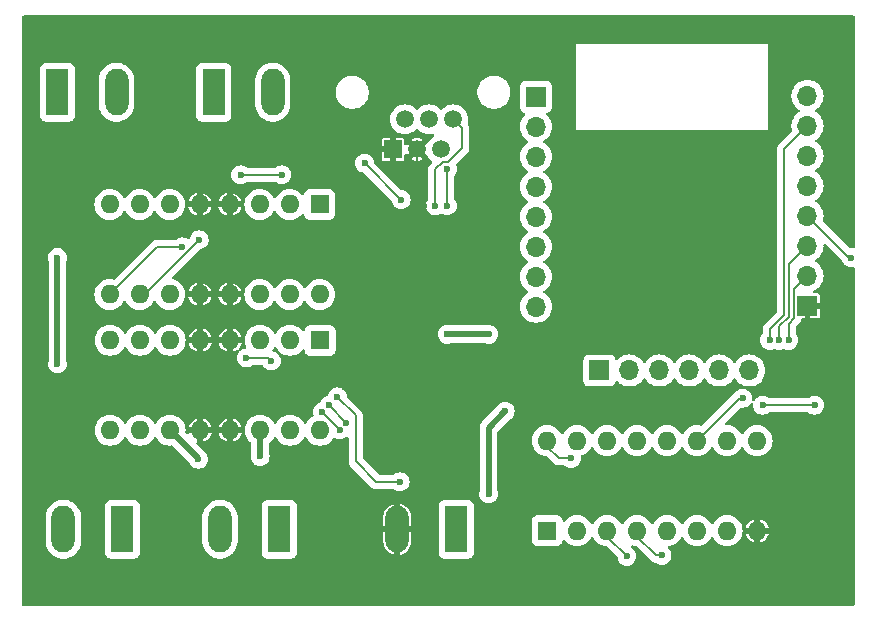
<source format=gbr>
%TF.GenerationSoftware,KiCad,Pcbnew,8.0.1*%
%TF.CreationDate,2024-04-08T22:20:49+02:00*%
%TF.ProjectId,driver,64726976-6572-42e6-9b69-6361645f7063,rev?*%
%TF.SameCoordinates,Original*%
%TF.FileFunction,Copper,L2,Bot*%
%TF.FilePolarity,Positive*%
%FSLAX46Y46*%
G04 Gerber Fmt 4.6, Leading zero omitted, Abs format (unit mm)*
G04 Created by KiCad (PCBNEW 8.0.1) date 2024-04-08 22:20:49*
%MOMM*%
%LPD*%
G01*
G04 APERTURE LIST*
%TA.AperFunction,ComponentPad*%
%ADD10R,1.600000X1.600000*%
%TD*%
%TA.AperFunction,ComponentPad*%
%ADD11O,1.600000X1.600000*%
%TD*%
%TA.AperFunction,ComponentPad*%
%ADD12R,1.980000X3.960000*%
%TD*%
%TA.AperFunction,ComponentPad*%
%ADD13O,1.980000X3.960000*%
%TD*%
%TA.AperFunction,ComponentPad*%
%ADD14R,1.700000X1.700000*%
%TD*%
%TA.AperFunction,ComponentPad*%
%ADD15O,1.700000X1.700000*%
%TD*%
%TA.AperFunction,ComponentPad*%
%ADD16R,1.520000X1.520000*%
%TD*%
%TA.AperFunction,ComponentPad*%
%ADD17C,1.520000*%
%TD*%
%TA.AperFunction,ViaPad*%
%ADD18C,0.600000*%
%TD*%
%TA.AperFunction,Conductor*%
%ADD19C,0.500000*%
%TD*%
%TA.AperFunction,Conductor*%
%ADD20C,0.200000*%
%TD*%
G04 APERTURE END LIST*
D10*
%TO.P,IC3,1,EN1\u002C2*%
%TO.N,Net-(IC1-GPIO16)*%
X92200000Y-55950000D03*
D11*
%TO.P,IC3,2,1A*%
%TO.N,Net-(IC2-QC)*%
X89660000Y-55950000D03*
%TO.P,IC3,3,1Y*%
%TO.N,Net-(IC3-1Y)*%
X87120000Y-55950000D03*
%TO.P,IC3,4,GND*%
%TO.N,GND*%
X84580000Y-55950000D03*
%TO.P,IC3,5,GND*%
X82040000Y-55950000D03*
%TO.P,IC3,6,2Y*%
%TO.N,Net-(IC3-2Y)*%
X79500000Y-55950000D03*
%TO.P,IC3,7,2A*%
%TO.N,Net-(IC2-QD)*%
X76960000Y-55950000D03*
%TO.P,IC3,8,VCC2*%
%TO.N,+9V*%
X74420000Y-55950000D03*
%TO.P,IC3,9,EN3\u002C4*%
%TO.N,Net-(IC1-GPIO14)*%
X74420000Y-63570000D03*
%TO.P,IC3,10,3A*%
%TO.N,Net-(IC2-QE)*%
X76960000Y-63570000D03*
%TO.P,IC3,11,3Y*%
%TO.N,Net-(IC3-3Y)*%
X79500000Y-63570000D03*
%TO.P,IC3,12,GND*%
%TO.N,GND*%
X82040000Y-63570000D03*
%TO.P,IC3,13,GND*%
X84580000Y-63570000D03*
%TO.P,IC3,14,4Y*%
%TO.N,Net-(IC3-4Y)*%
X87120000Y-63570000D03*
%TO.P,IC3,15,4A*%
%TO.N,Net-(IC2-QB)*%
X89660000Y-63570000D03*
%TO.P,IC3,16,VCC1*%
%TO.N,+9V*%
X92200000Y-63570000D03*
%TD*%
D12*
%TO.P,M1,1,Pin_1*%
%TO.N,Net-(IC3-1Y)*%
X83235000Y-46450000D03*
D13*
%TO.P,M1,2,Pin_2*%
%TO.N,Net-(IC3-2Y)*%
X88235000Y-46450000D03*
%TD*%
D12*
%TO.P,BAT,1,Pin_1*%
%TO.N,+9V*%
X103765000Y-83450000D03*
D13*
%TO.P,BAT,2,Pin_2*%
%TO.N,GND*%
X98765000Y-83450000D03*
%TD*%
D10*
%TO.P,IC2,1,QB*%
%TO.N,Net-(IC2-QB)*%
X111460000Y-83570000D03*
D11*
%TO.P,IC2,2,QC*%
%TO.N,Net-(IC2-QC)*%
X114000000Y-83570000D03*
%TO.P,IC2,3,QD*%
%TO.N,Net-(IC2-QD)*%
X116540000Y-83570000D03*
%TO.P,IC2,4,QE*%
%TO.N,Net-(IC2-QE)*%
X119080000Y-83570000D03*
%TO.P,IC2,5,QF*%
%TO.N,Net-(IC2-QF)*%
X121620000Y-83570000D03*
%TO.P,IC2,6,QG*%
%TO.N,Net-(IC2-QG)*%
X124160000Y-83570000D03*
%TO.P,IC2,7,QH*%
%TO.N,Net-(IC2-QH)*%
X126700000Y-83570000D03*
%TO.P,IC2,8,GND*%
%TO.N,GND*%
X129240000Y-83570000D03*
%TO.P,IC2,9,QH'*%
%TO.N,unconnected-(IC2-QH'-Pad9)*%
X129240000Y-75950000D03*
%TO.P,IC2,10,~{SRCLR}*%
%TO.N,+3.3V*%
X126700000Y-75950000D03*
%TO.P,IC2,11,SRCLK*%
%TO.N,Net-(IC1-GPIO3{slash}RXD)*%
X124160000Y-75950000D03*
%TO.P,IC2,12,RCLK*%
%TO.N,Net-(IC1-GPIO15)*%
X121620000Y-75950000D03*
%TO.P,IC2,13,~{OE}*%
%TO.N,Net-(IC1-GPIO0)*%
X119080000Y-75950000D03*
%TO.P,IC2,14,SER*%
%TO.N,Net-(IC1-GPIO2)*%
X116540000Y-75950000D03*
%TO.P,IC2,15,QA*%
%TO.N,Net-(IC2-QA)*%
X114000000Y-75950000D03*
%TO.P,IC2,16,VCC*%
%TO.N,+3.3V*%
X111460000Y-75950000D03*
%TD*%
D14*
%TO.P,J9,1,Pin_1*%
%TO.N,Net-(IC1-CS0)*%
X115880000Y-70010000D03*
D15*
%TO.P,J9,2,Pin_2*%
%TO.N,Net-(IC1-MISO)*%
X118420000Y-70010000D03*
%TO.P,J9,3,Pin_3*%
%TO.N,Net-(IC1-GPIO9)*%
X120960000Y-70010000D03*
%TO.P,J9,4,Pin_4*%
%TO.N,Net-(IC1-GPIO10)*%
X123500000Y-70010000D03*
%TO.P,J9,5,Pin_5*%
%TO.N,Net-(IC1-MOSI)*%
X126040000Y-70010000D03*
%TO.P,J9,6,Pin_6*%
%TO.N,Net-(IC1-SCLK)*%
X128580000Y-70010000D03*
%TD*%
D14*
%TO.P,J7,1,Pin_1*%
%TO.N,Net-(IC1-~{RST})*%
X110500000Y-46830000D03*
D15*
%TO.P,J7,2,Pin_2*%
%TO.N,Net-(IC1-ADC)*%
X110500000Y-49370000D03*
%TO.P,J7,3,Pin_3*%
%TO.N,Net-(IC1-EN)*%
X110500000Y-51910000D03*
%TO.P,J7,4,Pin_4*%
%TO.N,Net-(IC1-GPIO16)*%
X110500000Y-54450000D03*
%TO.P,J7,5,Pin_5*%
%TO.N,Net-(IC1-GPIO14)*%
X110500000Y-56990000D03*
%TO.P,J7,6,Pin_6*%
%TO.N,Net-(IC1-GPIO12)*%
X110500000Y-59530000D03*
%TO.P,J7,7,Pin_7*%
%TO.N,Net-(IC1-GPIO13)*%
X110500000Y-62070000D03*
%TO.P,J7,8,Pin_8*%
%TO.N,+3.3V*%
X110500000Y-64610000D03*
%TD*%
D10*
%TO.P,IC4,1,EN1\u002C2*%
%TO.N,Net-(IC1-GPIO13)*%
X92240000Y-67450000D03*
D11*
%TO.P,IC4,2,1A*%
%TO.N,Net-(IC2-QA)*%
X89700000Y-67450000D03*
%TO.P,IC4,3,1Y*%
%TO.N,Net-(IC4-1Y)*%
X87160000Y-67450000D03*
%TO.P,IC4,4,GND*%
%TO.N,GND*%
X84620000Y-67450000D03*
%TO.P,IC4,5,GND*%
X82080000Y-67450000D03*
%TO.P,IC4,6,2Y*%
%TO.N,Net-(IC4-2Y)*%
X79540000Y-67450000D03*
%TO.P,IC4,7,2A*%
%TO.N,Net-(IC2-QG)*%
X77000000Y-67450000D03*
%TO.P,IC4,8,VCC2*%
%TO.N,+9V*%
X74460000Y-67450000D03*
%TO.P,IC4,9,EN3\u002C4*%
%TO.N,Net-(IC1-GPIO12)*%
X74460000Y-75070000D03*
%TO.P,IC4,10,3A*%
%TO.N,Net-(IC2-QH)*%
X77000000Y-75070000D03*
%TO.P,IC4,11,3Y*%
%TO.N,Net-(IC4-3Y)*%
X79540000Y-75070000D03*
%TO.P,IC4,12,GND*%
%TO.N,GND*%
X82080000Y-75070000D03*
%TO.P,IC4,13,GND*%
X84620000Y-75070000D03*
%TO.P,IC4,14,4Y*%
%TO.N,Net-(IC4-4Y)*%
X87160000Y-75070000D03*
%TO.P,IC4,15,4A*%
%TO.N,Net-(IC2-QF)*%
X89700000Y-75070000D03*
%TO.P,IC4,16,VCC1*%
%TO.N,+9V*%
X92240000Y-75070000D03*
%TD*%
D12*
%TO.P,M3,1,Pin_1*%
%TO.N,Net-(IC4-1Y)*%
X75500000Y-83450000D03*
D13*
%TO.P,M3,2,Pin_2*%
%TO.N,Net-(IC4-2Y)*%
X70500000Y-83450000D03*
%TD*%
D16*
%TO.P,6P6C,1*%
%TO.N,GND*%
X98400000Y-51290000D03*
D17*
%TO.P,6P6C,2*%
%TO.N,+3.3V*%
X99420000Y-48750000D03*
%TO.P,6P6C,3*%
%TO.N,GND*%
X100440000Y-51290000D03*
%TO.P,6P6C,4*%
%TO.N,unconnected-(J6-Pad4)*%
X101460000Y-48750000D03*
%TO.P,6P6C,5*%
%TO.N,Net-(IC1-GPIO5)*%
X102480000Y-51290000D03*
%TO.P,6P6C,6*%
%TO.N,Net-(IC1-GPIO4)*%
X103500000Y-48750000D03*
%TD*%
D14*
%TO.P,J8,1,Pin_1*%
%TO.N,GND*%
X133500000Y-64530000D03*
D15*
%TO.P,J8,2,Pin_2*%
%TO.N,Net-(IC1-GPIO15)*%
X133500000Y-61990000D03*
%TO.P,J8,3,Pin_3*%
%TO.N,Net-(IC1-GPIO2)*%
X133500000Y-59450000D03*
%TO.P,J8,4,Pin_4*%
%TO.N,Net-(IC1-GPIO0)*%
X133500000Y-56910000D03*
%TO.P,J8,5,Pin_5*%
%TO.N,Net-(IC1-GPIO4)*%
X133500000Y-54370000D03*
%TO.P,J8,6,Pin_6*%
%TO.N,Net-(IC1-GPIO5)*%
X133500000Y-51830000D03*
%TO.P,J8,7,Pin_7*%
%TO.N,Net-(IC1-GPIO3{slash}RXD)*%
X133500000Y-49290000D03*
%TO.P,J8,8,Pin_8*%
%TO.N,Net-(IC1-GPIO1{slash}TXD)*%
X133500000Y-46750000D03*
%TD*%
D12*
%TO.P,M2,1,Pin_1*%
%TO.N,Net-(IC3-3Y)*%
X70000000Y-46450000D03*
D13*
%TO.P,M2,2,Pin_2*%
%TO.N,Net-(IC3-4Y)*%
X75000000Y-46450000D03*
%TD*%
D12*
%TO.P,M4,1,Pin_1*%
%TO.N,Net-(IC4-3Y)*%
X88765000Y-83450000D03*
D13*
%TO.P,M4,2,Pin_2*%
%TO.N,Net-(IC4-4Y)*%
X83765000Y-83450000D03*
%TD*%
D18*
%TO.N,+9V*%
X107900000Y-73450000D03*
X70000000Y-69450000D03*
X103000000Y-66950000D03*
X70000000Y-60450000D03*
X106500000Y-80450000D03*
X106500000Y-66950000D03*
%TO.N,GND*%
X81500000Y-69950000D03*
X77530331Y-58919669D03*
X101000000Y-56050000D03*
X107000000Y-65950000D03*
X75969669Y-59480331D03*
X101531250Y-65450000D03*
%TO.N,Net-(IC1-GPIO15)*%
X131900000Y-67450000D03*
%TO.N,Net-(IC1-GPIO4)*%
X102000000Y-56050000D03*
%TO.N,+3.3V*%
X96000000Y-52450000D03*
X113500000Y-77450000D03*
X99100000Y-55550000D03*
%TO.N,Net-(IC1-GPIO14)*%
X80551471Y-59550000D03*
%TO.N,Net-(IC1-GPIO0)*%
X134100000Y-72950000D03*
X137200000Y-60450000D03*
X129699994Y-72950000D03*
%TO.N,Net-(IC1-GPIO3{slash}RXD)*%
X128000000Y-72350000D03*
X130299994Y-67450000D03*
%TO.N,Net-(IC1-GPIO5)*%
X103000000Y-56050000D03*
X103000000Y-52950000D03*
%TO.N,Net-(IC1-GPIO2)*%
X131099997Y-67450000D03*
%TO.N,Net-(IC2-QD)*%
X89000000Y-53450000D03*
X118210000Y-85740000D03*
X85500000Y-53450000D03*
%TO.N,Net-(IC2-QE)*%
X82000000Y-58950000D03*
X121180000Y-85670000D03*
%TO.N,Net-(IC2-QG)*%
X93934313Y-75015687D03*
X86000000Y-68950000D03*
X92434313Y-73515687D03*
X88108578Y-69189952D03*
%TO.N,Net-(IC2-QB)*%
X93700000Y-72250000D03*
X99006066Y-79443934D03*
%TO.N,Net-(IC2-QA)*%
X93000000Y-72950000D03*
X94464127Y-74416270D03*
%TO.N,Net-(IC4-3Y)*%
X81930000Y-77520000D03*
%TO.N,Net-(IC4-4Y)*%
X87160000Y-77290000D03*
%TD*%
D19*
%TO.N,+9V*%
X106500000Y-66950000D02*
X103000000Y-66950000D01*
X106500000Y-80450000D02*
X106500000Y-74850000D01*
X70000000Y-69450000D02*
X70000000Y-60450000D01*
X106500000Y-74850000D02*
X107900000Y-73450000D01*
D20*
%TO.N,GND*%
X77530331Y-58919669D02*
X76530331Y-58919669D01*
X100440000Y-53390000D02*
X100440000Y-51290000D01*
X82080000Y-69370000D02*
X81500000Y-69950000D01*
X101000000Y-53950000D02*
X100440000Y-53390000D01*
X76530331Y-58919669D02*
X75969669Y-59480331D01*
X82080000Y-67450000D02*
X82080000Y-69370000D01*
X106500000Y-65450000D02*
X107000000Y-65950000D01*
X101531250Y-65450000D02*
X106500000Y-65450000D01*
X101000000Y-56050000D02*
X101000000Y-53950000D01*
X133420000Y-64530000D02*
X133500000Y-64530000D01*
%TO.N,Net-(IC1-GPIO15)*%
X131900000Y-67450000D02*
X131900000Y-66050000D01*
X132350000Y-63140000D02*
X133500000Y-61990000D01*
X131900000Y-66050000D02*
X132350000Y-65600000D01*
X132350000Y-65600000D02*
X132350000Y-63140000D01*
%TO.N,Net-(IC1-GPIO4)*%
X102600000Y-52350000D02*
X103100000Y-52350000D01*
X104260000Y-49510000D02*
X103500000Y-48750000D01*
X103100000Y-52350000D02*
X104260000Y-51190000D01*
X102000000Y-52950000D02*
X102600000Y-52350000D01*
X102000000Y-56050000D02*
X102000000Y-52950000D01*
X104260000Y-51190000D02*
X104260000Y-49510000D01*
%TO.N,Net-(IC1-GPIO16)*%
X110000000Y-54950000D02*
X110500000Y-54450000D01*
%TO.N,+3.3V*%
X99100000Y-55550000D02*
X96000000Y-52450000D01*
X113500000Y-77450000D02*
X112460000Y-77450000D01*
X112460000Y-77450000D02*
X111460000Y-76450000D01*
%TO.N,Net-(IC1-GPIO14)*%
X80551471Y-59550000D02*
X78440000Y-59550000D01*
X78440000Y-59550000D02*
X74420000Y-63570000D01*
%TO.N,Net-(IC1-GPIO0)*%
X137040000Y-60450000D02*
X133500000Y-56910000D01*
X137200000Y-60450000D02*
X137040000Y-60450000D01*
X129699994Y-72950000D02*
X134100000Y-72950000D01*
%TO.N,Net-(IC1-GPIO3{slash}RXD)*%
X131500000Y-51290000D02*
X133500000Y-49290000D01*
X130299994Y-67450000D02*
X130299994Y-66518634D01*
X127760000Y-72350000D02*
X128000000Y-72350000D01*
X124160000Y-75950000D02*
X127760000Y-72350000D01*
X130299994Y-66518634D02*
X131500000Y-65318628D01*
X131500000Y-65318628D02*
X131500000Y-51290000D01*
%TO.N,Net-(IC1-GPIO5)*%
X103000000Y-56050000D02*
X103000000Y-55450000D01*
X103000000Y-55450000D02*
X103000000Y-52950000D01*
%TO.N,Net-(IC1-GPIO2)*%
X131934314Y-65450000D02*
X131934314Y-61015686D01*
X131934314Y-61015686D02*
X133500000Y-59450000D01*
X131099997Y-66284317D02*
X131934314Y-65450000D01*
X131099997Y-67450000D02*
X131099997Y-66284317D01*
%TO.N,Net-(IC2-QD)*%
X118210000Y-85740000D02*
X116540000Y-84070000D01*
X85500000Y-53450000D02*
X89000000Y-53450000D01*
%TO.N,Net-(IC2-QE)*%
X120680000Y-85670000D02*
X119080000Y-84070000D01*
X77380000Y-63570000D02*
X76960000Y-63570000D01*
X121180000Y-85670000D02*
X120680000Y-85670000D01*
X82000000Y-58950000D02*
X77380000Y-63570000D01*
%TO.N,Net-(IC2-QG)*%
X87868626Y-68950000D02*
X86000000Y-68950000D01*
X93934313Y-75015687D02*
X92434313Y-73515687D01*
X93934313Y-74884313D02*
X93934313Y-75015687D01*
%TO.N,Net-(IC2-QB)*%
X99006066Y-79443934D02*
X99000000Y-79450000D01*
X97000000Y-79450000D02*
X95250000Y-77700000D01*
X95250000Y-77700000D02*
X95250000Y-73800000D01*
X95250000Y-73800000D02*
X93700000Y-72250000D01*
X99000000Y-79450000D02*
X97000000Y-79450000D01*
%TO.N,Net-(IC2-QA)*%
X94434314Y-74450000D02*
X94434314Y-74446083D01*
X94464127Y-74414127D02*
X93000000Y-72950000D01*
X94464127Y-74416270D02*
X94464127Y-74414127D01*
X94434314Y-74446083D02*
X94464127Y-74416270D01*
D19*
%TO.N,Net-(IC4-3Y)*%
X81930000Y-77460000D02*
X79540000Y-75070000D01*
D20*
X81930000Y-77520000D02*
X81930000Y-77460000D01*
X79540000Y-75490000D02*
X79540000Y-75070000D01*
D19*
%TO.N,Net-(IC4-4Y)*%
X87160000Y-77290000D02*
X87160000Y-76180000D01*
X87160000Y-76180000D02*
X87160000Y-75070000D01*
D20*
%TO.N,Net-(IC4-1Y)*%
X87160000Y-67450000D02*
X87160000Y-67950000D01*
%TD*%
%TA.AperFunction,Conductor*%
%TO.N,GND*%
G36*
X137442539Y-39970185D02*
G01*
X137488294Y-40022989D01*
X137499500Y-40074500D01*
X137499500Y-59539424D01*
X137479815Y-59606463D01*
X137427011Y-59652218D01*
X137361617Y-59662644D01*
X137200004Y-59644435D01*
X137200001Y-59644435D01*
X137200000Y-59644435D01*
X137154786Y-59649528D01*
X137085965Y-59637473D01*
X137053224Y-59613989D01*
X134832766Y-57393531D01*
X134799281Y-57332208D01*
X134800672Y-57273757D01*
X134808621Y-57244091D01*
X134835063Y-57145408D01*
X134855659Y-56910000D01*
X134835063Y-56674592D01*
X134773903Y-56446337D01*
X134674035Y-56232171D01*
X134673925Y-56232013D01*
X134538494Y-56038597D01*
X134371402Y-55871506D01*
X134371396Y-55871501D01*
X134185842Y-55741575D01*
X134142217Y-55686998D01*
X134135023Y-55617500D01*
X134166546Y-55555145D01*
X134185842Y-55538425D01*
X134287009Y-55467587D01*
X134371401Y-55408495D01*
X134538495Y-55241401D01*
X134674035Y-55047830D01*
X134773903Y-54833663D01*
X134835063Y-54605408D01*
X134855659Y-54370000D01*
X134835063Y-54134592D01*
X134773903Y-53906337D01*
X134674035Y-53692171D01*
X134673925Y-53692013D01*
X134538494Y-53498597D01*
X134371402Y-53331506D01*
X134371396Y-53331501D01*
X134185842Y-53201575D01*
X134142217Y-53146998D01*
X134135023Y-53077500D01*
X134166546Y-53015145D01*
X134185842Y-52998425D01*
X134251769Y-52952262D01*
X134371401Y-52868495D01*
X134538495Y-52701401D01*
X134674035Y-52507830D01*
X134773903Y-52293663D01*
X134835063Y-52065408D01*
X134855659Y-51830000D01*
X134835063Y-51594592D01*
X134773903Y-51366337D01*
X134674035Y-51152171D01*
X134648923Y-51116306D01*
X134538494Y-50958597D01*
X134371402Y-50791506D01*
X134371396Y-50791501D01*
X134185842Y-50661575D01*
X134142217Y-50606998D01*
X134135023Y-50537500D01*
X134166546Y-50475145D01*
X134185842Y-50458425D01*
X134271015Y-50398786D01*
X134371401Y-50328495D01*
X134538495Y-50161401D01*
X134674035Y-49967830D01*
X134773903Y-49753663D01*
X134835063Y-49525408D01*
X134855659Y-49290000D01*
X134835063Y-49054592D01*
X134773903Y-48826337D01*
X134674035Y-48612171D01*
X134621739Y-48537483D01*
X134538494Y-48418597D01*
X134371402Y-48251506D01*
X134371396Y-48251501D01*
X134185842Y-48121575D01*
X134142217Y-48066998D01*
X134135023Y-47997500D01*
X134166546Y-47935145D01*
X134185842Y-47918425D01*
X134212583Y-47899701D01*
X134371401Y-47788495D01*
X134538495Y-47621401D01*
X134674035Y-47427830D01*
X134773903Y-47213663D01*
X134835063Y-46985408D01*
X134855659Y-46750000D01*
X134835063Y-46514592D01*
X134773903Y-46286337D01*
X134674035Y-46072171D01*
X134575982Y-45932135D01*
X134538494Y-45878597D01*
X134371402Y-45711506D01*
X134371395Y-45711501D01*
X134177834Y-45575967D01*
X134177830Y-45575965D01*
X134095631Y-45537635D01*
X133963663Y-45476097D01*
X133963659Y-45476096D01*
X133963655Y-45476094D01*
X133735413Y-45414938D01*
X133735403Y-45414936D01*
X133500001Y-45394341D01*
X133499999Y-45394341D01*
X133264596Y-45414936D01*
X133264586Y-45414938D01*
X133036344Y-45476094D01*
X133036335Y-45476098D01*
X132822171Y-45575964D01*
X132822169Y-45575965D01*
X132628597Y-45711505D01*
X132461505Y-45878597D01*
X132325965Y-46072169D01*
X132325964Y-46072171D01*
X132226098Y-46286335D01*
X132226094Y-46286344D01*
X132164938Y-46514586D01*
X132164936Y-46514596D01*
X132144341Y-46749999D01*
X132144341Y-46750000D01*
X132164936Y-46985403D01*
X132164938Y-46985413D01*
X132226094Y-47213655D01*
X132226096Y-47213659D01*
X132226097Y-47213663D01*
X132295435Y-47362358D01*
X132325965Y-47427830D01*
X132325967Y-47427834D01*
X132461501Y-47621395D01*
X132461506Y-47621402D01*
X132628597Y-47788493D01*
X132628603Y-47788498D01*
X132814158Y-47918425D01*
X132857783Y-47973002D01*
X132864977Y-48042500D01*
X132833454Y-48104855D01*
X132814158Y-48121575D01*
X132628597Y-48251505D01*
X132461505Y-48418597D01*
X132325965Y-48612169D01*
X132325964Y-48612171D01*
X132226098Y-48826335D01*
X132226094Y-48826344D01*
X132164938Y-49054586D01*
X132164936Y-49054596D01*
X132144341Y-49289999D01*
X132144341Y-49290000D01*
X132164936Y-49525403D01*
X132164938Y-49525413D01*
X132199327Y-49653756D01*
X132197664Y-49723606D01*
X132167233Y-49773530D01*
X131131286Y-50809478D01*
X131019481Y-50921282D01*
X131019479Y-50921285D01*
X130969361Y-51008094D01*
X130969359Y-51008096D01*
X130940425Y-51058209D01*
X130940424Y-51058210D01*
X130928330Y-51103347D01*
X130899499Y-51210943D01*
X130899499Y-51210945D01*
X130899499Y-51379046D01*
X130899500Y-51379059D01*
X130899500Y-65018530D01*
X130879815Y-65085569D01*
X130863181Y-65106211D01*
X129819475Y-66149916D01*
X129819473Y-66149918D01*
X129798947Y-66185471D01*
X129790271Y-66200500D01*
X129740417Y-66286849D01*
X129699493Y-66439577D01*
X129699493Y-66439579D01*
X129699493Y-66607680D01*
X129699494Y-66607693D01*
X129699494Y-66867587D01*
X129679809Y-66934626D01*
X129672444Y-66944896D01*
X129670180Y-66947734D01*
X129574205Y-67100476D01*
X129514625Y-67270745D01*
X129514624Y-67270750D01*
X129494429Y-67449996D01*
X129494429Y-67450003D01*
X129514624Y-67629249D01*
X129514625Y-67629254D01*
X129574205Y-67799523D01*
X129670178Y-67952262D01*
X129797732Y-68079816D01*
X129834203Y-68102732D01*
X129946811Y-68173489D01*
X129950472Y-68175789D01*
X130058867Y-68213718D01*
X130120739Y-68235368D01*
X130120744Y-68235369D01*
X130299990Y-68255565D01*
X130299994Y-68255565D01*
X130299998Y-68255565D01*
X130479243Y-68235369D01*
X130479245Y-68235368D01*
X130479249Y-68235368D01*
X130479252Y-68235366D01*
X130479256Y-68235366D01*
X130656089Y-68173489D01*
X130656840Y-68175637D01*
X130715122Y-68166035D01*
X130743586Y-68174391D01*
X130743902Y-68173489D01*
X130920742Y-68235368D01*
X130920747Y-68235369D01*
X131099993Y-68255565D01*
X131099997Y-68255565D01*
X131100001Y-68255565D01*
X131279246Y-68235369D01*
X131279248Y-68235368D01*
X131279252Y-68235368D01*
X131279255Y-68235366D01*
X131279259Y-68235366D01*
X131456092Y-68173489D01*
X131456843Y-68175637D01*
X131515125Y-68166035D01*
X131543589Y-68174391D01*
X131543905Y-68173489D01*
X131720745Y-68235368D01*
X131720750Y-68235369D01*
X131899996Y-68255565D01*
X131900000Y-68255565D01*
X131900004Y-68255565D01*
X132079249Y-68235369D01*
X132079252Y-68235368D01*
X132079255Y-68235368D01*
X132249522Y-68175789D01*
X132402262Y-68079816D01*
X132529816Y-67952262D01*
X132625789Y-67799522D01*
X132685368Y-67629255D01*
X132688169Y-67604394D01*
X132705565Y-67450003D01*
X132705565Y-67449996D01*
X132685369Y-67270750D01*
X132685368Y-67270745D01*
X132636091Y-67129920D01*
X132625789Y-67100478D01*
X132603784Y-67065458D01*
X132592645Y-67047730D01*
X132529816Y-66947738D01*
X132529814Y-66947736D01*
X132529813Y-66947734D01*
X132527550Y-66944896D01*
X132526659Y-66942715D01*
X132526111Y-66941842D01*
X132526264Y-66941745D01*
X132501144Y-66880209D01*
X132500500Y-66867587D01*
X132500500Y-66350096D01*
X132520185Y-66283057D01*
X132536815Y-66262419D01*
X132708506Y-66090727D01*
X132708511Y-66090724D01*
X132718714Y-66080520D01*
X132718716Y-66080520D01*
X132830520Y-65968716D01*
X132882776Y-65878205D01*
X132909577Y-65831785D01*
X132950500Y-65679057D01*
X132950500Y-65679053D01*
X132952415Y-65671907D01*
X132988780Y-65612246D01*
X133051627Y-65581717D01*
X133072190Y-65580000D01*
X133250000Y-65580000D01*
X133250000Y-64963012D01*
X133307007Y-64995925D01*
X133434174Y-65030000D01*
X133565826Y-65030000D01*
X133692993Y-64995925D01*
X133750000Y-64963012D01*
X133750000Y-65580000D01*
X134369699Y-65580000D01*
X134369702Y-65579999D01*
X134428033Y-65568397D01*
X134428034Y-65568396D01*
X134494191Y-65524191D01*
X134538396Y-65458034D01*
X134538397Y-65458033D01*
X134549999Y-65399702D01*
X134550000Y-65399699D01*
X134550000Y-64780000D01*
X133933012Y-64780000D01*
X133965925Y-64722993D01*
X134000000Y-64595826D01*
X134000000Y-64464174D01*
X133965925Y-64337007D01*
X133933012Y-64280000D01*
X134550000Y-64280000D01*
X134550000Y-63660301D01*
X134549999Y-63660297D01*
X134538397Y-63601966D01*
X134538396Y-63601965D01*
X134494191Y-63535808D01*
X134428034Y-63491603D01*
X134428033Y-63491602D01*
X134369702Y-63480000D01*
X134059569Y-63480000D01*
X133992530Y-63460315D01*
X133946775Y-63407511D01*
X133936831Y-63338353D01*
X133965856Y-63274797D01*
X134007164Y-63243618D01*
X134177830Y-63164035D01*
X134371401Y-63028495D01*
X134538495Y-62861401D01*
X134674035Y-62667830D01*
X134773903Y-62453663D01*
X134835063Y-62225408D01*
X134855659Y-61990000D01*
X134835063Y-61754592D01*
X134773903Y-61526337D01*
X134674035Y-61312171D01*
X134663245Y-61296760D01*
X134538494Y-61118597D01*
X134371402Y-60951506D01*
X134371396Y-60951501D01*
X134185842Y-60821575D01*
X134142217Y-60766998D01*
X134135023Y-60697500D01*
X134166546Y-60635145D01*
X134185842Y-60618425D01*
X134257152Y-60568493D01*
X134371401Y-60488495D01*
X134538495Y-60321401D01*
X134674035Y-60127830D01*
X134773903Y-59913663D01*
X134835063Y-59685408D01*
X134855659Y-59450000D01*
X134853222Y-59422154D01*
X134866987Y-59353657D01*
X134915601Y-59303473D01*
X134983629Y-59287538D01*
X135049473Y-59310911D01*
X135064431Y-59323666D01*
X136418631Y-60677866D01*
X136447991Y-60724591D01*
X136474211Y-60799523D01*
X136474212Y-60799524D01*
X136570184Y-60952262D01*
X136697738Y-61079816D01*
X136850478Y-61175789D01*
X137020745Y-61235368D01*
X137020750Y-61235369D01*
X137199996Y-61255565D01*
X137200000Y-61255565D01*
X137200004Y-61255565D01*
X137361617Y-61237356D01*
X137430439Y-61249411D01*
X137481818Y-61296760D01*
X137499500Y-61360576D01*
X137499500Y-89825500D01*
X137479815Y-89892539D01*
X137427011Y-89938294D01*
X137375500Y-89949500D01*
X67124500Y-89949500D01*
X67057461Y-89929815D01*
X67011706Y-89877011D01*
X67000500Y-89825500D01*
X67000500Y-84557304D01*
X69009500Y-84557304D01*
X69046201Y-84789027D01*
X69118697Y-85012150D01*
X69149062Y-85071743D01*
X69222174Y-85215234D01*
X69225212Y-85221195D01*
X69363104Y-85410989D01*
X69363108Y-85410994D01*
X69529005Y-85576891D01*
X69529010Y-85576895D01*
X69660364Y-85672328D01*
X69718808Y-85714790D01*
X69864877Y-85789216D01*
X69927849Y-85821302D01*
X70013878Y-85849254D01*
X70150974Y-85893799D01*
X70382695Y-85930500D01*
X70382696Y-85930500D01*
X70617304Y-85930500D01*
X70617305Y-85930500D01*
X70849026Y-85893799D01*
X71072153Y-85821301D01*
X71281192Y-85714790D01*
X71470996Y-85576890D01*
X71570016Y-85477870D01*
X74009500Y-85477870D01*
X74009501Y-85477876D01*
X74015908Y-85537483D01*
X74066202Y-85672328D01*
X74066206Y-85672335D01*
X74152452Y-85787544D01*
X74152455Y-85787547D01*
X74267664Y-85873793D01*
X74267671Y-85873797D01*
X74402517Y-85924091D01*
X74402516Y-85924091D01*
X74409444Y-85924835D01*
X74462127Y-85930500D01*
X76537872Y-85930499D01*
X76597483Y-85924091D01*
X76732331Y-85873796D01*
X76847546Y-85787546D01*
X76933796Y-85672331D01*
X76984091Y-85537483D01*
X76990500Y-85477873D01*
X76990500Y-84557304D01*
X82274500Y-84557304D01*
X82311201Y-84789027D01*
X82383697Y-85012150D01*
X82414062Y-85071743D01*
X82487174Y-85215234D01*
X82490212Y-85221195D01*
X82628104Y-85410989D01*
X82628108Y-85410994D01*
X82794005Y-85576891D01*
X82794010Y-85576895D01*
X82925364Y-85672328D01*
X82983808Y-85714790D01*
X83129877Y-85789216D01*
X83192849Y-85821302D01*
X83278878Y-85849254D01*
X83415974Y-85893799D01*
X83647695Y-85930500D01*
X83647696Y-85930500D01*
X83882304Y-85930500D01*
X83882305Y-85930500D01*
X84114026Y-85893799D01*
X84337153Y-85821301D01*
X84546192Y-85714790D01*
X84735996Y-85576890D01*
X84835016Y-85477870D01*
X87274500Y-85477870D01*
X87274501Y-85477876D01*
X87280908Y-85537483D01*
X87331202Y-85672328D01*
X87331206Y-85672335D01*
X87417452Y-85787544D01*
X87417455Y-85787547D01*
X87532664Y-85873793D01*
X87532671Y-85873797D01*
X87667517Y-85924091D01*
X87667516Y-85924091D01*
X87674444Y-85924835D01*
X87727127Y-85930500D01*
X89802872Y-85930499D01*
X89862483Y-85924091D01*
X89997331Y-85873796D01*
X90112546Y-85787546D01*
X90198796Y-85672331D01*
X90249091Y-85537483D01*
X90255500Y-85477873D01*
X90255500Y-84533660D01*
X97575000Y-84533660D01*
X97604301Y-84718659D01*
X97604301Y-84718662D01*
X97662181Y-84896799D01*
X97747220Y-85063696D01*
X97857320Y-85215234D01*
X97989765Y-85347679D01*
X98141303Y-85457779D01*
X98308200Y-85542818D01*
X98486338Y-85600698D01*
X98515000Y-85605238D01*
X98515000Y-84060824D01*
X98572485Y-84084636D01*
X98699996Y-84110000D01*
X98830004Y-84110000D01*
X98957515Y-84084636D01*
X99015000Y-84060824D01*
X99015000Y-85605237D01*
X99043659Y-85600698D01*
X99043662Y-85600698D01*
X99221799Y-85542818D01*
X99349266Y-85477870D01*
X102274500Y-85477870D01*
X102274501Y-85477876D01*
X102280908Y-85537483D01*
X102331202Y-85672328D01*
X102331206Y-85672335D01*
X102417452Y-85787544D01*
X102417455Y-85787547D01*
X102532664Y-85873793D01*
X102532671Y-85873797D01*
X102667517Y-85924091D01*
X102667516Y-85924091D01*
X102674444Y-85924835D01*
X102727127Y-85930500D01*
X104802872Y-85930499D01*
X104862483Y-85924091D01*
X104997331Y-85873796D01*
X105112546Y-85787546D01*
X105198796Y-85672331D01*
X105249091Y-85537483D01*
X105255500Y-85477873D01*
X105255500Y-84417870D01*
X110159500Y-84417870D01*
X110159501Y-84417876D01*
X110165908Y-84477483D01*
X110216202Y-84612328D01*
X110216206Y-84612335D01*
X110302452Y-84727544D01*
X110302455Y-84727547D01*
X110417664Y-84813793D01*
X110417671Y-84813797D01*
X110552517Y-84864091D01*
X110552516Y-84864091D01*
X110559444Y-84864835D01*
X110612127Y-84870500D01*
X112307872Y-84870499D01*
X112367483Y-84864091D01*
X112502331Y-84813796D01*
X112617546Y-84727546D01*
X112703796Y-84612331D01*
X112754091Y-84477483D01*
X112757862Y-84442401D01*
X112784599Y-84377855D01*
X112841990Y-84338006D01*
X112911816Y-84335511D01*
X112971905Y-84371163D01*
X112982726Y-84384536D01*
X112999956Y-84409143D01*
X113160858Y-84570045D01*
X113160861Y-84570047D01*
X113347266Y-84700568D01*
X113553504Y-84796739D01*
X113773308Y-84855635D01*
X113935230Y-84869801D01*
X113999998Y-84875468D01*
X114000000Y-84875468D01*
X114000002Y-84875468D01*
X114056807Y-84870498D01*
X114226692Y-84855635D01*
X114446496Y-84796739D01*
X114652734Y-84700568D01*
X114839139Y-84570047D01*
X115000047Y-84409139D01*
X115130568Y-84222734D01*
X115157618Y-84164724D01*
X115203790Y-84112285D01*
X115270983Y-84093133D01*
X115337865Y-84113348D01*
X115382382Y-84164725D01*
X115409429Y-84222728D01*
X115409432Y-84222734D01*
X115539954Y-84409141D01*
X115700858Y-84570045D01*
X115700861Y-84570047D01*
X115887266Y-84700568D01*
X116093504Y-84796739D01*
X116313308Y-84855635D01*
X116447075Y-84867337D01*
X116512143Y-84892789D01*
X116523949Y-84903184D01*
X117379298Y-85758534D01*
X117412783Y-85819857D01*
X117414837Y-85832331D01*
X117424630Y-85919249D01*
X117484210Y-86089521D01*
X117522541Y-86150524D01*
X117580184Y-86242262D01*
X117707738Y-86369816D01*
X117749072Y-86395788D01*
X117843894Y-86455369D01*
X117860478Y-86465789D01*
X118030745Y-86525368D01*
X118030750Y-86525369D01*
X118209996Y-86545565D01*
X118210000Y-86545565D01*
X118210004Y-86545565D01*
X118389249Y-86525369D01*
X118389252Y-86525368D01*
X118389255Y-86525368D01*
X118559522Y-86465789D01*
X118712262Y-86369816D01*
X118839816Y-86242262D01*
X118935789Y-86089522D01*
X118995368Y-85919255D01*
X118995369Y-85919249D01*
X119015565Y-85740003D01*
X119015565Y-85739996D01*
X118995369Y-85560750D01*
X118995368Y-85560745D01*
X118966367Y-85477864D01*
X118935789Y-85390478D01*
X118839816Y-85237738D01*
X118712262Y-85110184D01*
X118597675Y-85038184D01*
X118551384Y-84985849D01*
X118540736Y-84916795D01*
X118569111Y-84852947D01*
X118627501Y-84814575D01*
X118695740Y-84813415D01*
X118853308Y-84855635D01*
X118987075Y-84867337D01*
X119052143Y-84892789D01*
X119063948Y-84903183D01*
X120311284Y-86150520D01*
X120311286Y-86150521D01*
X120311290Y-86150524D01*
X120448209Y-86229573D01*
X120448216Y-86229577D01*
X120600943Y-86270501D01*
X120600945Y-86270501D01*
X120609002Y-86271562D01*
X120608711Y-86273767D01*
X120664628Y-86290186D01*
X120674903Y-86297555D01*
X120677737Y-86299815D01*
X120677738Y-86299816D01*
X120830478Y-86395789D01*
X121000745Y-86455368D01*
X121000750Y-86455369D01*
X121179996Y-86475565D01*
X121180000Y-86475565D01*
X121180004Y-86475565D01*
X121359249Y-86455369D01*
X121359252Y-86455368D01*
X121359255Y-86455368D01*
X121529522Y-86395789D01*
X121682262Y-86299816D01*
X121809816Y-86172262D01*
X121905789Y-86019522D01*
X121965368Y-85849255D01*
X121968518Y-85821301D01*
X121985565Y-85670003D01*
X121985565Y-85669996D01*
X121965369Y-85490750D01*
X121965368Y-85490745D01*
X121953833Y-85457779D01*
X121905789Y-85320478D01*
X121809816Y-85167738D01*
X121713821Y-85071743D01*
X121680336Y-85010420D01*
X121685320Y-84940728D01*
X121727192Y-84884795D01*
X121790694Y-84860534D01*
X121846692Y-84855635D01*
X122066496Y-84796739D01*
X122272734Y-84700568D01*
X122459139Y-84570047D01*
X122620047Y-84409139D01*
X122750568Y-84222734D01*
X122777618Y-84164724D01*
X122823790Y-84112285D01*
X122890983Y-84093133D01*
X122957865Y-84113348D01*
X123002382Y-84164725D01*
X123029429Y-84222728D01*
X123029432Y-84222734D01*
X123159954Y-84409141D01*
X123320858Y-84570045D01*
X123320861Y-84570047D01*
X123507266Y-84700568D01*
X123713504Y-84796739D01*
X123933308Y-84855635D01*
X124095230Y-84869801D01*
X124159998Y-84875468D01*
X124160000Y-84875468D01*
X124160002Y-84875468D01*
X124216807Y-84870498D01*
X124386692Y-84855635D01*
X124606496Y-84796739D01*
X124812734Y-84700568D01*
X124999139Y-84570047D01*
X125160047Y-84409139D01*
X125290568Y-84222734D01*
X125317618Y-84164724D01*
X125363790Y-84112285D01*
X125430983Y-84093133D01*
X125497865Y-84113348D01*
X125542382Y-84164725D01*
X125569429Y-84222728D01*
X125569432Y-84222734D01*
X125699954Y-84409141D01*
X125860858Y-84570045D01*
X125860861Y-84570047D01*
X126047266Y-84700568D01*
X126253504Y-84796739D01*
X126473308Y-84855635D01*
X126635230Y-84869801D01*
X126699998Y-84875468D01*
X126700000Y-84875468D01*
X126700002Y-84875468D01*
X126756807Y-84870498D01*
X126926692Y-84855635D01*
X127146496Y-84796739D01*
X127352734Y-84700568D01*
X127539139Y-84570047D01*
X127700047Y-84409139D01*
X127830568Y-84222734D01*
X127926739Y-84016496D01*
X127985635Y-83796692D01*
X128005468Y-83570000D01*
X127985635Y-83343308D01*
X127979389Y-83319999D01*
X128270839Y-83319999D01*
X128270840Y-83320000D01*
X128924314Y-83320000D01*
X128919920Y-83324394D01*
X128867259Y-83415606D01*
X128840000Y-83517339D01*
X128840000Y-83622661D01*
X128867259Y-83724394D01*
X128919920Y-83815606D01*
X128924314Y-83820000D01*
X128270840Y-83820000D01*
X128311652Y-83954541D01*
X128404503Y-84128253D01*
X128404507Y-84128260D01*
X128529471Y-84280528D01*
X128681739Y-84405491D01*
X128855465Y-84498349D01*
X128990000Y-84539159D01*
X128990000Y-83885686D01*
X128994394Y-83890080D01*
X129085606Y-83942741D01*
X129187339Y-83970000D01*
X129292661Y-83970000D01*
X129394394Y-83942741D01*
X129485606Y-83890080D01*
X129490000Y-83885686D01*
X129490000Y-84539159D01*
X129624534Y-84498349D01*
X129798260Y-84405491D01*
X129950528Y-84280528D01*
X130075492Y-84128260D01*
X130075496Y-84128253D01*
X130168347Y-83954541D01*
X130209160Y-83820000D01*
X129555686Y-83820000D01*
X129560080Y-83815606D01*
X129612741Y-83724394D01*
X129640000Y-83622661D01*
X129640000Y-83517339D01*
X129612741Y-83415606D01*
X129560080Y-83324394D01*
X129555686Y-83320000D01*
X130209160Y-83320000D01*
X130209160Y-83319999D01*
X130168347Y-83185458D01*
X130075496Y-83011746D01*
X130075492Y-83011739D01*
X129950528Y-82859471D01*
X129798260Y-82734507D01*
X129798253Y-82734503D01*
X129624541Y-82641652D01*
X129490000Y-82600839D01*
X129490000Y-83254314D01*
X129485606Y-83249920D01*
X129394394Y-83197259D01*
X129292661Y-83170000D01*
X129187339Y-83170000D01*
X129085606Y-83197259D01*
X128994394Y-83249920D01*
X128990000Y-83254314D01*
X128990000Y-82600839D01*
X128989999Y-82600839D01*
X128855458Y-82641652D01*
X128681746Y-82734503D01*
X128681739Y-82734507D01*
X128529471Y-82859471D01*
X128404507Y-83011739D01*
X128404503Y-83011746D01*
X128311652Y-83185458D01*
X128270839Y-83319999D01*
X127979389Y-83319999D01*
X127926739Y-83123504D01*
X127830568Y-82917266D01*
X127700047Y-82730861D01*
X127700045Y-82730858D01*
X127539141Y-82569954D01*
X127352734Y-82439432D01*
X127352732Y-82439431D01*
X127146497Y-82343261D01*
X127146488Y-82343258D01*
X126926697Y-82284366D01*
X126926693Y-82284365D01*
X126926692Y-82284365D01*
X126926691Y-82284364D01*
X126926686Y-82284364D01*
X126700002Y-82264532D01*
X126699998Y-82264532D01*
X126473313Y-82284364D01*
X126473302Y-82284366D01*
X126253511Y-82343258D01*
X126253502Y-82343261D01*
X126047267Y-82439431D01*
X126047265Y-82439432D01*
X125860858Y-82569954D01*
X125699954Y-82730858D01*
X125569432Y-82917265D01*
X125569431Y-82917267D01*
X125542382Y-82975275D01*
X125496209Y-83027714D01*
X125429016Y-83046866D01*
X125362135Y-83026650D01*
X125317618Y-82975275D01*
X125290568Y-82917267D01*
X125290567Y-82917265D01*
X125254052Y-82865116D01*
X125160047Y-82730861D01*
X125160045Y-82730858D01*
X124999141Y-82569954D01*
X124812734Y-82439432D01*
X124812732Y-82439431D01*
X124606497Y-82343261D01*
X124606488Y-82343258D01*
X124386697Y-82284366D01*
X124386693Y-82284365D01*
X124386692Y-82284365D01*
X124386691Y-82284364D01*
X124386686Y-82284364D01*
X124160002Y-82264532D01*
X124159998Y-82264532D01*
X123933313Y-82284364D01*
X123933302Y-82284366D01*
X123713511Y-82343258D01*
X123713502Y-82343261D01*
X123507267Y-82439431D01*
X123507265Y-82439432D01*
X123320858Y-82569954D01*
X123159954Y-82730858D01*
X123029432Y-82917265D01*
X123029431Y-82917267D01*
X123002382Y-82975275D01*
X122956209Y-83027714D01*
X122889016Y-83046866D01*
X122822135Y-83026650D01*
X122777618Y-82975275D01*
X122750568Y-82917267D01*
X122750567Y-82917265D01*
X122714052Y-82865116D01*
X122620047Y-82730861D01*
X122620045Y-82730858D01*
X122459141Y-82569954D01*
X122272734Y-82439432D01*
X122272732Y-82439431D01*
X122066497Y-82343261D01*
X122066488Y-82343258D01*
X121846697Y-82284366D01*
X121846693Y-82284365D01*
X121846692Y-82284365D01*
X121846691Y-82284364D01*
X121846686Y-82284364D01*
X121620002Y-82264532D01*
X121619998Y-82264532D01*
X121393313Y-82284364D01*
X121393302Y-82284366D01*
X121173511Y-82343258D01*
X121173502Y-82343261D01*
X120967267Y-82439431D01*
X120967265Y-82439432D01*
X120780858Y-82569954D01*
X120619954Y-82730858D01*
X120489432Y-82917265D01*
X120489431Y-82917267D01*
X120462382Y-82975275D01*
X120416209Y-83027714D01*
X120349016Y-83046866D01*
X120282135Y-83026650D01*
X120237618Y-82975275D01*
X120210568Y-82917267D01*
X120210567Y-82917265D01*
X120174052Y-82865116D01*
X120080047Y-82730861D01*
X120080045Y-82730858D01*
X119919141Y-82569954D01*
X119732734Y-82439432D01*
X119732732Y-82439431D01*
X119526497Y-82343261D01*
X119526488Y-82343258D01*
X119306697Y-82284366D01*
X119306693Y-82284365D01*
X119306692Y-82284365D01*
X119306691Y-82284364D01*
X119306686Y-82284364D01*
X119080002Y-82264532D01*
X119079998Y-82264532D01*
X118853313Y-82284364D01*
X118853302Y-82284366D01*
X118633511Y-82343258D01*
X118633502Y-82343261D01*
X118427267Y-82439431D01*
X118427265Y-82439432D01*
X118240858Y-82569954D01*
X118079954Y-82730858D01*
X117949432Y-82917265D01*
X117949431Y-82917267D01*
X117922382Y-82975275D01*
X117876209Y-83027714D01*
X117809016Y-83046866D01*
X117742135Y-83026650D01*
X117697618Y-82975275D01*
X117670568Y-82917267D01*
X117670567Y-82917265D01*
X117634052Y-82865116D01*
X117540047Y-82730861D01*
X117540045Y-82730858D01*
X117379141Y-82569954D01*
X117192734Y-82439432D01*
X117192732Y-82439431D01*
X116986497Y-82343261D01*
X116986488Y-82343258D01*
X116766697Y-82284366D01*
X116766693Y-82284365D01*
X116766692Y-82284365D01*
X116766691Y-82284364D01*
X116766686Y-82284364D01*
X116540002Y-82264532D01*
X116539998Y-82264532D01*
X116313313Y-82284364D01*
X116313302Y-82284366D01*
X116093511Y-82343258D01*
X116093502Y-82343261D01*
X115887267Y-82439431D01*
X115887265Y-82439432D01*
X115700858Y-82569954D01*
X115539954Y-82730858D01*
X115409432Y-82917265D01*
X115409431Y-82917267D01*
X115382382Y-82975275D01*
X115336209Y-83027714D01*
X115269016Y-83046866D01*
X115202135Y-83026650D01*
X115157618Y-82975275D01*
X115130568Y-82917267D01*
X115130567Y-82917265D01*
X115094052Y-82865116D01*
X115000047Y-82730861D01*
X115000045Y-82730858D01*
X114839141Y-82569954D01*
X114652734Y-82439432D01*
X114652732Y-82439431D01*
X114446497Y-82343261D01*
X114446488Y-82343258D01*
X114226697Y-82284366D01*
X114226693Y-82284365D01*
X114226692Y-82284365D01*
X114226691Y-82284364D01*
X114226686Y-82284364D01*
X114000002Y-82264532D01*
X113999998Y-82264532D01*
X113773313Y-82284364D01*
X113773302Y-82284366D01*
X113553511Y-82343258D01*
X113553502Y-82343261D01*
X113347267Y-82439431D01*
X113347265Y-82439432D01*
X113160858Y-82569954D01*
X112999954Y-82730858D01*
X112982725Y-82755464D01*
X112928147Y-82799088D01*
X112858648Y-82806280D01*
X112796294Y-82774757D01*
X112760882Y-82714526D01*
X112757861Y-82697591D01*
X112754091Y-82662516D01*
X112703797Y-82527671D01*
X112703793Y-82527664D01*
X112617547Y-82412455D01*
X112617544Y-82412452D01*
X112502335Y-82326206D01*
X112502328Y-82326202D01*
X112367482Y-82275908D01*
X112367483Y-82275908D01*
X112307883Y-82269501D01*
X112307881Y-82269500D01*
X112307873Y-82269500D01*
X112307864Y-82269500D01*
X110612129Y-82269500D01*
X110612123Y-82269501D01*
X110552516Y-82275908D01*
X110417671Y-82326202D01*
X110417664Y-82326206D01*
X110302455Y-82412452D01*
X110302452Y-82412455D01*
X110216206Y-82527664D01*
X110216202Y-82527671D01*
X110165908Y-82662517D01*
X110159501Y-82722116D01*
X110159500Y-82722135D01*
X110159500Y-84417870D01*
X105255500Y-84417870D01*
X105255499Y-81422128D01*
X105249091Y-81362517D01*
X105247100Y-81357180D01*
X105198797Y-81227671D01*
X105198793Y-81227664D01*
X105112547Y-81112455D01*
X105112544Y-81112452D01*
X104997335Y-81026206D01*
X104997328Y-81026202D01*
X104862482Y-80975908D01*
X104862483Y-80975908D01*
X104802883Y-80969501D01*
X104802881Y-80969500D01*
X104802873Y-80969500D01*
X104802864Y-80969500D01*
X102727129Y-80969500D01*
X102727123Y-80969501D01*
X102667516Y-80975908D01*
X102532671Y-81026202D01*
X102532664Y-81026206D01*
X102417455Y-81112452D01*
X102417452Y-81112455D01*
X102331206Y-81227664D01*
X102331202Y-81227671D01*
X102280908Y-81362517D01*
X102274501Y-81422116D01*
X102274501Y-81422123D01*
X102274500Y-81422135D01*
X102274500Y-85477870D01*
X99349266Y-85477870D01*
X99388696Y-85457779D01*
X99540234Y-85347679D01*
X99672679Y-85215234D01*
X99782779Y-85063696D01*
X99867818Y-84896799D01*
X99925698Y-84718662D01*
X99925698Y-84718659D01*
X99955000Y-84533660D01*
X99955000Y-83700000D01*
X99375825Y-83700000D01*
X99399636Y-83642515D01*
X99425000Y-83515004D01*
X99425000Y-83384996D01*
X99399636Y-83257485D01*
X99375825Y-83200000D01*
X99955000Y-83200000D01*
X99955000Y-82366339D01*
X99925698Y-82181340D01*
X99925698Y-82181337D01*
X99867818Y-82003200D01*
X99782779Y-81836303D01*
X99672679Y-81684765D01*
X99540234Y-81552320D01*
X99388696Y-81442220D01*
X99221796Y-81357180D01*
X99221798Y-81357180D01*
X99043657Y-81299300D01*
X99015000Y-81294760D01*
X99015000Y-82839175D01*
X98957515Y-82815364D01*
X98830004Y-82790000D01*
X98699996Y-82790000D01*
X98572485Y-82815364D01*
X98515000Y-82839175D01*
X98515000Y-81294761D01*
X98514999Y-81294760D01*
X98486343Y-81299300D01*
X98486342Y-81299300D01*
X98308202Y-81357180D01*
X98141303Y-81442220D01*
X97989765Y-81552320D01*
X97857320Y-81684765D01*
X97747220Y-81836303D01*
X97662181Y-82003200D01*
X97604301Y-82181337D01*
X97604301Y-82181340D01*
X97575000Y-82366339D01*
X97575000Y-83200000D01*
X98154175Y-83200000D01*
X98130364Y-83257485D01*
X98105000Y-83384996D01*
X98105000Y-83515004D01*
X98130364Y-83642515D01*
X98154175Y-83700000D01*
X97575000Y-83700000D01*
X97575000Y-84533660D01*
X90255500Y-84533660D01*
X90255499Y-81422128D01*
X90249091Y-81362517D01*
X90247100Y-81357180D01*
X90198797Y-81227671D01*
X90198793Y-81227664D01*
X90112547Y-81112455D01*
X90112544Y-81112452D01*
X89997335Y-81026206D01*
X89997328Y-81026202D01*
X89862482Y-80975908D01*
X89862483Y-80975908D01*
X89802883Y-80969501D01*
X89802881Y-80969500D01*
X89802873Y-80969500D01*
X89802864Y-80969500D01*
X87727129Y-80969500D01*
X87727123Y-80969501D01*
X87667516Y-80975908D01*
X87532671Y-81026202D01*
X87532664Y-81026206D01*
X87417455Y-81112452D01*
X87417452Y-81112455D01*
X87331206Y-81227664D01*
X87331202Y-81227671D01*
X87280908Y-81362517D01*
X87274501Y-81422116D01*
X87274501Y-81422123D01*
X87274500Y-81422135D01*
X87274500Y-85477870D01*
X84835016Y-85477870D01*
X84901890Y-85410996D01*
X85039790Y-85221192D01*
X85146301Y-85012153D01*
X85218799Y-84789026D01*
X85255500Y-84557305D01*
X85255500Y-82342695D01*
X85218799Y-82110974D01*
X85146301Y-81887847D01*
X85039790Y-81678808D01*
X84947892Y-81552320D01*
X84901895Y-81489010D01*
X84901891Y-81489005D01*
X84735994Y-81323108D01*
X84735989Y-81323104D01*
X84546195Y-81185212D01*
X84546194Y-81185211D01*
X84546192Y-81185210D01*
X84403397Y-81112452D01*
X84337150Y-81078697D01*
X84114027Y-81006201D01*
X83998165Y-80987850D01*
X83882305Y-80969500D01*
X83647695Y-80969500D01*
X83570454Y-80981733D01*
X83415972Y-81006201D01*
X83192849Y-81078697D01*
X82983804Y-81185212D01*
X82794010Y-81323104D01*
X82794005Y-81323108D01*
X82628108Y-81489005D01*
X82628104Y-81489010D01*
X82490212Y-81678804D01*
X82383697Y-81887849D01*
X82311201Y-82110972D01*
X82274500Y-82342695D01*
X82274500Y-84557304D01*
X76990500Y-84557304D01*
X76990499Y-81422128D01*
X76984091Y-81362517D01*
X76982100Y-81357180D01*
X76933797Y-81227671D01*
X76933793Y-81227664D01*
X76847547Y-81112455D01*
X76847544Y-81112452D01*
X76732335Y-81026206D01*
X76732328Y-81026202D01*
X76597482Y-80975908D01*
X76597483Y-80975908D01*
X76537883Y-80969501D01*
X76537881Y-80969500D01*
X76537873Y-80969500D01*
X76537864Y-80969500D01*
X74462129Y-80969500D01*
X74462123Y-80969501D01*
X74402516Y-80975908D01*
X74267671Y-81026202D01*
X74267664Y-81026206D01*
X74152455Y-81112452D01*
X74152452Y-81112455D01*
X74066206Y-81227664D01*
X74066202Y-81227671D01*
X74015908Y-81362517D01*
X74009501Y-81422116D01*
X74009501Y-81422123D01*
X74009500Y-81422135D01*
X74009500Y-85477870D01*
X71570016Y-85477870D01*
X71636890Y-85410996D01*
X71774790Y-85221192D01*
X71881301Y-85012153D01*
X71953799Y-84789026D01*
X71990500Y-84557305D01*
X71990500Y-82342695D01*
X71953799Y-82110974D01*
X71881301Y-81887847D01*
X71774790Y-81678808D01*
X71682892Y-81552320D01*
X71636895Y-81489010D01*
X71636891Y-81489005D01*
X71470994Y-81323108D01*
X71470989Y-81323104D01*
X71281195Y-81185212D01*
X71281194Y-81185211D01*
X71281192Y-81185210D01*
X71138397Y-81112452D01*
X71072150Y-81078697D01*
X70849027Y-81006201D01*
X70733165Y-80987850D01*
X70617305Y-80969500D01*
X70382695Y-80969500D01*
X70305454Y-80981733D01*
X70150972Y-81006201D01*
X69927849Y-81078697D01*
X69718804Y-81185212D01*
X69529010Y-81323104D01*
X69529005Y-81323108D01*
X69363108Y-81489005D01*
X69363104Y-81489010D01*
X69225212Y-81678804D01*
X69118697Y-81887849D01*
X69046201Y-82110972D01*
X69009500Y-82342695D01*
X69009500Y-84557304D01*
X67000500Y-84557304D01*
X67000500Y-80450003D01*
X105694435Y-80450003D01*
X105714630Y-80629249D01*
X105714631Y-80629254D01*
X105774211Y-80799523D01*
X105870184Y-80952262D01*
X105997738Y-81079816D01*
X106150478Y-81175789D01*
X106298728Y-81227664D01*
X106320745Y-81235368D01*
X106320750Y-81235369D01*
X106499996Y-81255565D01*
X106500000Y-81255565D01*
X106500004Y-81255565D01*
X106679249Y-81235369D01*
X106679252Y-81235368D01*
X106679255Y-81235368D01*
X106849522Y-81175789D01*
X107002262Y-81079816D01*
X107129816Y-80952262D01*
X107225789Y-80799522D01*
X107285368Y-80629255D01*
X107305565Y-80450000D01*
X107285368Y-80270745D01*
X107257458Y-80190982D01*
X107250500Y-80150028D01*
X107250500Y-75950001D01*
X110154532Y-75950001D01*
X110174364Y-76176686D01*
X110174366Y-76176697D01*
X110233258Y-76396488D01*
X110233261Y-76396497D01*
X110329431Y-76602732D01*
X110329432Y-76602734D01*
X110459954Y-76789141D01*
X110620858Y-76950045D01*
X110620861Y-76950047D01*
X110807266Y-77080568D01*
X111013504Y-77176739D01*
X111013509Y-77176740D01*
X111013511Y-77176741D01*
X111077113Y-77193783D01*
X111233308Y-77235635D01*
X111367075Y-77247337D01*
X111432143Y-77272789D01*
X111443948Y-77283183D01*
X112091284Y-77930520D01*
X112091286Y-77930521D01*
X112091290Y-77930524D01*
X112228209Y-78009573D01*
X112228216Y-78009577D01*
X112380943Y-78050501D01*
X112380945Y-78050501D01*
X112546654Y-78050501D01*
X112546670Y-78050500D01*
X112917588Y-78050500D01*
X112984627Y-78070185D01*
X112994903Y-78077555D01*
X112997736Y-78079814D01*
X112997738Y-78079816D01*
X113150478Y-78175789D01*
X113320745Y-78235368D01*
X113320750Y-78235369D01*
X113499996Y-78255565D01*
X113500000Y-78255565D01*
X113500004Y-78255565D01*
X113679249Y-78235369D01*
X113679252Y-78235368D01*
X113679255Y-78235368D01*
X113849522Y-78175789D01*
X114002262Y-78079816D01*
X114129816Y-77952262D01*
X114225789Y-77799522D01*
X114285368Y-77629255D01*
X114286305Y-77620939D01*
X114305565Y-77450003D01*
X114305565Y-77449997D01*
X114296159Y-77366524D01*
X114291756Y-77327441D01*
X114303810Y-77258620D01*
X114351159Y-77207240D01*
X114382883Y-77193783D01*
X114402946Y-77188407D01*
X114446483Y-77176743D01*
X114446488Y-77176740D01*
X114446496Y-77176739D01*
X114652734Y-77080568D01*
X114839139Y-76950047D01*
X115000047Y-76789139D01*
X115130568Y-76602734D01*
X115157618Y-76544724D01*
X115203790Y-76492285D01*
X115270983Y-76473133D01*
X115337865Y-76493348D01*
X115382382Y-76544725D01*
X115409429Y-76602728D01*
X115409432Y-76602734D01*
X115539954Y-76789141D01*
X115700858Y-76950045D01*
X115700861Y-76950047D01*
X115887266Y-77080568D01*
X116093504Y-77176739D01*
X116093509Y-77176740D01*
X116093511Y-77176741D01*
X116146415Y-77190916D01*
X116313308Y-77235635D01*
X116475230Y-77249801D01*
X116539998Y-77255468D01*
X116540000Y-77255468D01*
X116540002Y-77255468D01*
X116596673Y-77250509D01*
X116766692Y-77235635D01*
X116986496Y-77176739D01*
X117192734Y-77080568D01*
X117379139Y-76950047D01*
X117540047Y-76789139D01*
X117670568Y-76602734D01*
X117697618Y-76544724D01*
X117743790Y-76492285D01*
X117810983Y-76473133D01*
X117877865Y-76493348D01*
X117922382Y-76544725D01*
X117949429Y-76602728D01*
X117949432Y-76602734D01*
X118079954Y-76789141D01*
X118240858Y-76950045D01*
X118240861Y-76950047D01*
X118427266Y-77080568D01*
X118633504Y-77176739D01*
X118633509Y-77176740D01*
X118633511Y-77176741D01*
X118686415Y-77190916D01*
X118853308Y-77235635D01*
X119015230Y-77249801D01*
X119079998Y-77255468D01*
X119080000Y-77255468D01*
X119080002Y-77255468D01*
X119136673Y-77250509D01*
X119306692Y-77235635D01*
X119526496Y-77176739D01*
X119732734Y-77080568D01*
X119919139Y-76950047D01*
X120080047Y-76789139D01*
X120210568Y-76602734D01*
X120237618Y-76544724D01*
X120283790Y-76492285D01*
X120350983Y-76473133D01*
X120417865Y-76493348D01*
X120462382Y-76544725D01*
X120489429Y-76602728D01*
X120489432Y-76602734D01*
X120619954Y-76789141D01*
X120780858Y-76950045D01*
X120780861Y-76950047D01*
X120967266Y-77080568D01*
X121173504Y-77176739D01*
X121173509Y-77176740D01*
X121173511Y-77176741D01*
X121226415Y-77190916D01*
X121393308Y-77235635D01*
X121555230Y-77249801D01*
X121619998Y-77255468D01*
X121620000Y-77255468D01*
X121620002Y-77255468D01*
X121676673Y-77250509D01*
X121846692Y-77235635D01*
X122066496Y-77176739D01*
X122272734Y-77080568D01*
X122459139Y-76950047D01*
X122620047Y-76789139D01*
X122750568Y-76602734D01*
X122777618Y-76544724D01*
X122823790Y-76492285D01*
X122890983Y-76473133D01*
X122957865Y-76493348D01*
X123002382Y-76544725D01*
X123029429Y-76602728D01*
X123029432Y-76602734D01*
X123159954Y-76789141D01*
X123320858Y-76950045D01*
X123320861Y-76950047D01*
X123507266Y-77080568D01*
X123713504Y-77176739D01*
X123713509Y-77176740D01*
X123713511Y-77176741D01*
X123766415Y-77190916D01*
X123933308Y-77235635D01*
X124095230Y-77249801D01*
X124159998Y-77255468D01*
X124160000Y-77255468D01*
X124160002Y-77255468D01*
X124216673Y-77250509D01*
X124386692Y-77235635D01*
X124606496Y-77176739D01*
X124812734Y-77080568D01*
X124999139Y-76950047D01*
X125160047Y-76789139D01*
X125290568Y-76602734D01*
X125317618Y-76544724D01*
X125363790Y-76492285D01*
X125430983Y-76473133D01*
X125497865Y-76493348D01*
X125542382Y-76544725D01*
X125569429Y-76602728D01*
X125569432Y-76602734D01*
X125699954Y-76789141D01*
X125860858Y-76950045D01*
X125860861Y-76950047D01*
X126047266Y-77080568D01*
X126253504Y-77176739D01*
X126253509Y-77176740D01*
X126253511Y-77176741D01*
X126306415Y-77190916D01*
X126473308Y-77235635D01*
X126635230Y-77249801D01*
X126699998Y-77255468D01*
X126700000Y-77255468D01*
X126700002Y-77255468D01*
X126756673Y-77250509D01*
X126926692Y-77235635D01*
X127146496Y-77176739D01*
X127352734Y-77080568D01*
X127539139Y-76950047D01*
X127700047Y-76789139D01*
X127830568Y-76602734D01*
X127857618Y-76544724D01*
X127903790Y-76492285D01*
X127970983Y-76473133D01*
X128037865Y-76493348D01*
X128082382Y-76544725D01*
X128109429Y-76602728D01*
X128109432Y-76602734D01*
X128239954Y-76789141D01*
X128400858Y-76950045D01*
X128400861Y-76950047D01*
X128587266Y-77080568D01*
X128793504Y-77176739D01*
X128793509Y-77176740D01*
X128793511Y-77176741D01*
X128846415Y-77190916D01*
X129013308Y-77235635D01*
X129175230Y-77249801D01*
X129239998Y-77255468D01*
X129240000Y-77255468D01*
X129240002Y-77255468D01*
X129296673Y-77250509D01*
X129466692Y-77235635D01*
X129686496Y-77176739D01*
X129892734Y-77080568D01*
X130079139Y-76950047D01*
X130240047Y-76789139D01*
X130370568Y-76602734D01*
X130466739Y-76396496D01*
X130525635Y-76176692D01*
X130545468Y-75950000D01*
X130525635Y-75723308D01*
X130470610Y-75517949D01*
X130466741Y-75503511D01*
X130466738Y-75503502D01*
X130443907Y-75454541D01*
X130370568Y-75297266D01*
X130240047Y-75110861D01*
X130240045Y-75110858D01*
X130079141Y-74949954D01*
X129892734Y-74819432D01*
X129892732Y-74819431D01*
X129686497Y-74723261D01*
X129686488Y-74723258D01*
X129466697Y-74664366D01*
X129466693Y-74664365D01*
X129466692Y-74664365D01*
X129466691Y-74664364D01*
X129466686Y-74664364D01*
X129240002Y-74644532D01*
X129239998Y-74644532D01*
X129013313Y-74664364D01*
X129013302Y-74664366D01*
X128793511Y-74723258D01*
X128793502Y-74723261D01*
X128587267Y-74819431D01*
X128587265Y-74819432D01*
X128400858Y-74949954D01*
X128239954Y-75110858D01*
X128109432Y-75297265D01*
X128109431Y-75297267D01*
X128100880Y-75315606D01*
X128082491Y-75355042D01*
X128082382Y-75355275D01*
X128036209Y-75407714D01*
X127969016Y-75426866D01*
X127902135Y-75406650D01*
X127857618Y-75355275D01*
X127830568Y-75297266D01*
X127700047Y-75110861D01*
X127700045Y-75110858D01*
X127539141Y-74949954D01*
X127352734Y-74819432D01*
X127352732Y-74819431D01*
X127146497Y-74723261D01*
X127146488Y-74723258D01*
X126926697Y-74664366D01*
X126926693Y-74664365D01*
X126926692Y-74664365D01*
X126926691Y-74664364D01*
X126926686Y-74664364D01*
X126700002Y-74644532D01*
X126699998Y-74644532D01*
X126617150Y-74651780D01*
X126548650Y-74638013D01*
X126498467Y-74589398D01*
X126482534Y-74521369D01*
X126505910Y-74455526D01*
X126518656Y-74440577D01*
X127781327Y-73177906D01*
X127842648Y-73144423D01*
X127882884Y-73142369D01*
X127988914Y-73154316D01*
X127999999Y-73155565D01*
X128000000Y-73155565D01*
X128000004Y-73155565D01*
X128179249Y-73135369D01*
X128179252Y-73135368D01*
X128179255Y-73135368D01*
X128349522Y-73075789D01*
X128502262Y-72979816D01*
X128629816Y-72852262D01*
X128676623Y-72777769D01*
X128728956Y-72731478D01*
X128798009Y-72720829D01*
X128861858Y-72749204D01*
X128900230Y-72807594D01*
X128904836Y-72857624D01*
X128894429Y-72949995D01*
X128894429Y-72950003D01*
X128914624Y-73129249D01*
X128914625Y-73129254D01*
X128974205Y-73299523D01*
X128984024Y-73315149D01*
X129070178Y-73452262D01*
X129197732Y-73579816D01*
X129350472Y-73675789D01*
X129520739Y-73735368D01*
X129520744Y-73735369D01*
X129699990Y-73755565D01*
X129699994Y-73755565D01*
X129699998Y-73755565D01*
X129879243Y-73735369D01*
X129879246Y-73735368D01*
X129879249Y-73735368D01*
X130049516Y-73675789D01*
X130202256Y-73579816D01*
X130202261Y-73579810D01*
X130205091Y-73577555D01*
X130207269Y-73576665D01*
X130208152Y-73576111D01*
X130208249Y-73576265D01*
X130269777Y-73551145D01*
X130282406Y-73550500D01*
X133517588Y-73550500D01*
X133584627Y-73570185D01*
X133594903Y-73577555D01*
X133597736Y-73579814D01*
X133597738Y-73579816D01*
X133750478Y-73675789D01*
X133920745Y-73735368D01*
X133920750Y-73735369D01*
X134099996Y-73755565D01*
X134100000Y-73755565D01*
X134100004Y-73755565D01*
X134279249Y-73735369D01*
X134279252Y-73735368D01*
X134279255Y-73735368D01*
X134449522Y-73675789D01*
X134602262Y-73579816D01*
X134729816Y-73452262D01*
X134825789Y-73299522D01*
X134885368Y-73129255D01*
X134888002Y-73105876D01*
X134905565Y-72950003D01*
X134905565Y-72949996D01*
X134885369Y-72770750D01*
X134885368Y-72770745D01*
X134825788Y-72600476D01*
X134776623Y-72522231D01*
X134729816Y-72447738D01*
X134602262Y-72320184D01*
X134449523Y-72224211D01*
X134279254Y-72164631D01*
X134279249Y-72164630D01*
X134100004Y-72144435D01*
X134099996Y-72144435D01*
X133920750Y-72164630D01*
X133920745Y-72164631D01*
X133750476Y-72224211D01*
X133597736Y-72320185D01*
X133594903Y-72322445D01*
X133592724Y-72323334D01*
X133591842Y-72323889D01*
X133591744Y-72323734D01*
X133530217Y-72348855D01*
X133517588Y-72349500D01*
X130282406Y-72349500D01*
X130215367Y-72329815D01*
X130205091Y-72322445D01*
X130202257Y-72320185D01*
X130202256Y-72320184D01*
X130145490Y-72284515D01*
X130049517Y-72224211D01*
X129879248Y-72164631D01*
X129879243Y-72164630D01*
X129699998Y-72144435D01*
X129699990Y-72144435D01*
X129520744Y-72164630D01*
X129520739Y-72164631D01*
X129350470Y-72224211D01*
X129197731Y-72320184D01*
X129070176Y-72447739D01*
X129023370Y-72522231D01*
X128971035Y-72568522D01*
X128901982Y-72579169D01*
X128838134Y-72550794D01*
X128799762Y-72492404D01*
X128795157Y-72442374D01*
X128805565Y-72350002D01*
X128805565Y-72349996D01*
X128785369Y-72170750D01*
X128785368Y-72170745D01*
X128783131Y-72164353D01*
X128725789Y-72000478D01*
X128629816Y-71847738D01*
X128502262Y-71720184D01*
X128349523Y-71624211D01*
X128179254Y-71564631D01*
X128179249Y-71564630D01*
X128000004Y-71544435D01*
X127999996Y-71544435D01*
X127820750Y-71564630D01*
X127820745Y-71564631D01*
X127650476Y-71624211D01*
X127497737Y-71720184D01*
X127370182Y-71847739D01*
X127370181Y-71847741D01*
X127305185Y-71951180D01*
X127287884Y-71972878D01*
X127279488Y-71981276D01*
X127279477Y-71981286D01*
X124602705Y-74658058D01*
X124541382Y-74691543D01*
X124482931Y-74690152D01*
X124386697Y-74664366D01*
X124386693Y-74664365D01*
X124386692Y-74664365D01*
X124386691Y-74664364D01*
X124386686Y-74664364D01*
X124160002Y-74644532D01*
X124159998Y-74644532D01*
X123933313Y-74664364D01*
X123933302Y-74664366D01*
X123713511Y-74723258D01*
X123713502Y-74723261D01*
X123507267Y-74819431D01*
X123507265Y-74819432D01*
X123320858Y-74949954D01*
X123159954Y-75110858D01*
X123029432Y-75297265D01*
X123029431Y-75297267D01*
X123020880Y-75315606D01*
X123002491Y-75355042D01*
X123002382Y-75355275D01*
X122956209Y-75407714D01*
X122889016Y-75426866D01*
X122822135Y-75406650D01*
X122777618Y-75355275D01*
X122750568Y-75297266D01*
X122620047Y-75110861D01*
X122620045Y-75110858D01*
X122459141Y-74949954D01*
X122272734Y-74819432D01*
X122272732Y-74819431D01*
X122066497Y-74723261D01*
X122066488Y-74723258D01*
X121846697Y-74664366D01*
X121846693Y-74664365D01*
X121846692Y-74664365D01*
X121846691Y-74664364D01*
X121846686Y-74664364D01*
X121620002Y-74644532D01*
X121619998Y-74644532D01*
X121393313Y-74664364D01*
X121393302Y-74664366D01*
X121173511Y-74723258D01*
X121173502Y-74723261D01*
X120967267Y-74819431D01*
X120967265Y-74819432D01*
X120780858Y-74949954D01*
X120619954Y-75110858D01*
X120489432Y-75297265D01*
X120489431Y-75297267D01*
X120480880Y-75315606D01*
X120462491Y-75355042D01*
X120462382Y-75355275D01*
X120416209Y-75407714D01*
X120349016Y-75426866D01*
X120282135Y-75406650D01*
X120237618Y-75355275D01*
X120210568Y-75297266D01*
X120080047Y-75110861D01*
X120080045Y-75110858D01*
X119919141Y-74949954D01*
X119732734Y-74819432D01*
X119732732Y-74819431D01*
X119526497Y-74723261D01*
X119526488Y-74723258D01*
X119306697Y-74664366D01*
X119306693Y-74664365D01*
X119306692Y-74664365D01*
X119306691Y-74664364D01*
X119306686Y-74664364D01*
X119080002Y-74644532D01*
X119079998Y-74644532D01*
X118853313Y-74664364D01*
X118853302Y-74664366D01*
X118633511Y-74723258D01*
X118633502Y-74723261D01*
X118427267Y-74819431D01*
X118427265Y-74819432D01*
X118240858Y-74949954D01*
X118079954Y-75110858D01*
X117949432Y-75297265D01*
X117949431Y-75297267D01*
X117940880Y-75315606D01*
X117922491Y-75355042D01*
X117922382Y-75355275D01*
X117876209Y-75407714D01*
X117809016Y-75426866D01*
X117742135Y-75406650D01*
X117697618Y-75355275D01*
X117670568Y-75297266D01*
X117540047Y-75110861D01*
X117540045Y-75110858D01*
X117379141Y-74949954D01*
X117192734Y-74819432D01*
X117192732Y-74819431D01*
X116986497Y-74723261D01*
X116986488Y-74723258D01*
X116766697Y-74664366D01*
X116766693Y-74664365D01*
X116766692Y-74664365D01*
X116766691Y-74664364D01*
X116766686Y-74664364D01*
X116540002Y-74644532D01*
X116539998Y-74644532D01*
X116313313Y-74664364D01*
X116313302Y-74664366D01*
X116093511Y-74723258D01*
X116093502Y-74723261D01*
X115887267Y-74819431D01*
X115887265Y-74819432D01*
X115700858Y-74949954D01*
X115539954Y-75110858D01*
X115409432Y-75297265D01*
X115409431Y-75297267D01*
X115400880Y-75315606D01*
X115382491Y-75355042D01*
X115382382Y-75355275D01*
X115336209Y-75407714D01*
X115269016Y-75426866D01*
X115202135Y-75406650D01*
X115157618Y-75355275D01*
X115130568Y-75297266D01*
X115000047Y-75110861D01*
X115000045Y-75110858D01*
X114839141Y-74949954D01*
X114652734Y-74819432D01*
X114652732Y-74819431D01*
X114446497Y-74723261D01*
X114446488Y-74723258D01*
X114226697Y-74664366D01*
X114226693Y-74664365D01*
X114226692Y-74664365D01*
X114226691Y-74664364D01*
X114226686Y-74664364D01*
X114000002Y-74644532D01*
X113999998Y-74644532D01*
X113773313Y-74664364D01*
X113773302Y-74664366D01*
X113553511Y-74723258D01*
X113553502Y-74723261D01*
X113347267Y-74819431D01*
X113347265Y-74819432D01*
X113160858Y-74949954D01*
X112999954Y-75110858D01*
X112869432Y-75297265D01*
X112869431Y-75297267D01*
X112860880Y-75315606D01*
X112842491Y-75355042D01*
X112842382Y-75355275D01*
X112796209Y-75407714D01*
X112729016Y-75426866D01*
X112662135Y-75406650D01*
X112617618Y-75355275D01*
X112590568Y-75297266D01*
X112460047Y-75110861D01*
X112460045Y-75110858D01*
X112299141Y-74949954D01*
X112112734Y-74819432D01*
X112112732Y-74819431D01*
X111906497Y-74723261D01*
X111906488Y-74723258D01*
X111686697Y-74664366D01*
X111686693Y-74664365D01*
X111686692Y-74664365D01*
X111686691Y-74664364D01*
X111686686Y-74664364D01*
X111460002Y-74644532D01*
X111459998Y-74644532D01*
X111233313Y-74664364D01*
X111233302Y-74664366D01*
X111013511Y-74723258D01*
X111013502Y-74723261D01*
X110807267Y-74819431D01*
X110807265Y-74819432D01*
X110620858Y-74949954D01*
X110459954Y-75110858D01*
X110329432Y-75297265D01*
X110329431Y-75297267D01*
X110233261Y-75503502D01*
X110233258Y-75503511D01*
X110174366Y-75723302D01*
X110174364Y-75723313D01*
X110154532Y-75949998D01*
X110154532Y-75950001D01*
X107250500Y-75950001D01*
X107250500Y-75212229D01*
X107270185Y-75145190D01*
X107286815Y-75124552D01*
X108208061Y-74203305D01*
X108244134Y-74180655D01*
X108243246Y-74178811D01*
X108249518Y-74175790D01*
X108249522Y-74175789D01*
X108402262Y-74079816D01*
X108529816Y-73952262D01*
X108625789Y-73799522D01*
X108685368Y-73629255D01*
X108685369Y-73629249D01*
X108705565Y-73450003D01*
X108705565Y-73449996D01*
X108685369Y-73270750D01*
X108685368Y-73270745D01*
X108637998Y-73135369D01*
X108625789Y-73100478D01*
X108529816Y-72947738D01*
X108402262Y-72820184D01*
X108334761Y-72777770D01*
X108249523Y-72724211D01*
X108079254Y-72664631D01*
X108079249Y-72664630D01*
X107900004Y-72644435D01*
X107899996Y-72644435D01*
X107720750Y-72664630D01*
X107720745Y-72664631D01*
X107550476Y-72724211D01*
X107397737Y-72820184D01*
X107270184Y-72947737D01*
X107174211Y-73100478D01*
X107171188Y-73106756D01*
X107169362Y-73105876D01*
X107146693Y-73141937D01*
X105917050Y-74371581D01*
X105917047Y-74371584D01*
X105886524Y-74417265D01*
X105886525Y-74417266D01*
X105834913Y-74494508D01*
X105778343Y-74631082D01*
X105778340Y-74631092D01*
X105749500Y-74776079D01*
X105749500Y-80150028D01*
X105742542Y-80190982D01*
X105714631Y-80270747D01*
X105694435Y-80449996D01*
X105694435Y-80450003D01*
X67000500Y-80450003D01*
X67000500Y-75070001D01*
X73154532Y-75070001D01*
X73174364Y-75296686D01*
X73174366Y-75296697D01*
X73233258Y-75516488D01*
X73233261Y-75516497D01*
X73329431Y-75722732D01*
X73329432Y-75722734D01*
X73459954Y-75909141D01*
X73620858Y-76070045D01*
X73620861Y-76070047D01*
X73807266Y-76200568D01*
X74013504Y-76296739D01*
X74233308Y-76355635D01*
X74395230Y-76369801D01*
X74459998Y-76375468D01*
X74460000Y-76375468D01*
X74460002Y-76375468D01*
X74516673Y-76370509D01*
X74686692Y-76355635D01*
X74906496Y-76296739D01*
X75112734Y-76200568D01*
X75299139Y-76070047D01*
X75460047Y-75909139D01*
X75590568Y-75722734D01*
X75617618Y-75664724D01*
X75663790Y-75612285D01*
X75730983Y-75593133D01*
X75797865Y-75613348D01*
X75842382Y-75664725D01*
X75869429Y-75722728D01*
X75869432Y-75722734D01*
X75999954Y-75909141D01*
X76160858Y-76070045D01*
X76160861Y-76070047D01*
X76347266Y-76200568D01*
X76553504Y-76296739D01*
X76773308Y-76355635D01*
X76935230Y-76369801D01*
X76999998Y-76375468D01*
X77000000Y-76375468D01*
X77000002Y-76375468D01*
X77056673Y-76370509D01*
X77226692Y-76355635D01*
X77446496Y-76296739D01*
X77652734Y-76200568D01*
X77839139Y-76070047D01*
X78000047Y-75909139D01*
X78130568Y-75722734D01*
X78157618Y-75664724D01*
X78203790Y-75612285D01*
X78270983Y-75593133D01*
X78337865Y-75613348D01*
X78382382Y-75664725D01*
X78409429Y-75722728D01*
X78409432Y-75722734D01*
X78539954Y-75909141D01*
X78700858Y-76070045D01*
X78700861Y-76070047D01*
X78887266Y-76200568D01*
X79093504Y-76296739D01*
X79313308Y-76355635D01*
X79475230Y-76369801D01*
X79539998Y-76375468D01*
X79540000Y-76375468D01*
X79540001Y-76375468D01*
X79560062Y-76373712D01*
X79706861Y-76360869D01*
X79775359Y-76374635D01*
X79805348Y-76396716D01*
X81144396Y-77735764D01*
X81173756Y-77782489D01*
X81204211Y-77869523D01*
X81204212Y-77869524D01*
X81242541Y-77930524D01*
X81300184Y-78022262D01*
X81427738Y-78149816D01*
X81469072Y-78175788D01*
X81563894Y-78235369D01*
X81580478Y-78245789D01*
X81750745Y-78305368D01*
X81750750Y-78305369D01*
X81929996Y-78325565D01*
X81930000Y-78325565D01*
X81930004Y-78325565D01*
X82109249Y-78305369D01*
X82109252Y-78305368D01*
X82109255Y-78305368D01*
X82279522Y-78245789D01*
X82432262Y-78149816D01*
X82559816Y-78022262D01*
X82655789Y-77869522D01*
X82715368Y-77699255D01*
X82722098Y-77639523D01*
X82735565Y-77520003D01*
X82735565Y-77519996D01*
X82715369Y-77340750D01*
X82715368Y-77340745D01*
X82697613Y-77290003D01*
X82655789Y-77170478D01*
X82559816Y-77017738D01*
X82432262Y-76890184D01*
X82432260Y-76890182D01*
X82415273Y-76879509D01*
X82393562Y-76862195D01*
X81782666Y-76251298D01*
X81749181Y-76189975D01*
X81754165Y-76120283D01*
X81796037Y-76064350D01*
X81796481Y-76064019D01*
X81830000Y-76039159D01*
X81830000Y-75385686D01*
X81834394Y-75390080D01*
X81925606Y-75442741D01*
X82027339Y-75470000D01*
X82132661Y-75470000D01*
X82234394Y-75442741D01*
X82325606Y-75390080D01*
X82330000Y-75385686D01*
X82330000Y-76039159D01*
X82464534Y-75998349D01*
X82638260Y-75905491D01*
X82790528Y-75780528D01*
X82915492Y-75628260D01*
X82915496Y-75628253D01*
X83008347Y-75454541D01*
X83049160Y-75320000D01*
X82395686Y-75320000D01*
X82400080Y-75315606D01*
X82452741Y-75224394D01*
X82480000Y-75122661D01*
X82480000Y-75017339D01*
X82452741Y-74915606D01*
X82400080Y-74824394D01*
X82395686Y-74820000D01*
X83049160Y-74820000D01*
X83049160Y-74819999D01*
X83650839Y-74819999D01*
X83650840Y-74820000D01*
X84304314Y-74820000D01*
X84299920Y-74824394D01*
X84247259Y-74915606D01*
X84220000Y-75017339D01*
X84220000Y-75122661D01*
X84247259Y-75224394D01*
X84299920Y-75315606D01*
X84304314Y-75320000D01*
X83650840Y-75320000D01*
X83691652Y-75454541D01*
X83784503Y-75628253D01*
X83784507Y-75628260D01*
X83909471Y-75780528D01*
X84061739Y-75905491D01*
X84235465Y-75998349D01*
X84370000Y-76039159D01*
X84370000Y-75385686D01*
X84374394Y-75390080D01*
X84465606Y-75442741D01*
X84567339Y-75470000D01*
X84672661Y-75470000D01*
X84774394Y-75442741D01*
X84865606Y-75390080D01*
X84870000Y-75385686D01*
X84870000Y-76039159D01*
X85004534Y-75998349D01*
X85178260Y-75905491D01*
X85330528Y-75780528D01*
X85455492Y-75628260D01*
X85455496Y-75628253D01*
X85548347Y-75454541D01*
X85589160Y-75320000D01*
X84935686Y-75320000D01*
X84940080Y-75315606D01*
X84992741Y-75224394D01*
X85020000Y-75122661D01*
X85020000Y-75070001D01*
X85854532Y-75070001D01*
X85874364Y-75296686D01*
X85874366Y-75296697D01*
X85933258Y-75516488D01*
X85933261Y-75516497D01*
X86029431Y-75722732D01*
X86029432Y-75722734D01*
X86159954Y-75909141D01*
X86320859Y-76070046D01*
X86356621Y-76095086D01*
X86400247Y-76149662D01*
X86409500Y-76196662D01*
X86409500Y-76990028D01*
X86402542Y-77030982D01*
X86374631Y-77110747D01*
X86354435Y-77289996D01*
X86354435Y-77290003D01*
X86374630Y-77469249D01*
X86374631Y-77469254D01*
X86434211Y-77639523D01*
X86494684Y-77735764D01*
X86530184Y-77792262D01*
X86657738Y-77919816D01*
X86748080Y-77976582D01*
X86800591Y-78009577D01*
X86810478Y-78015789D01*
X86961723Y-78068712D01*
X86980745Y-78075368D01*
X86980750Y-78075369D01*
X87159996Y-78095565D01*
X87160000Y-78095565D01*
X87160004Y-78095565D01*
X87339249Y-78075369D01*
X87339252Y-78075368D01*
X87339255Y-78075368D01*
X87509522Y-78015789D01*
X87662262Y-77919816D01*
X87789816Y-77792262D01*
X87885789Y-77639522D01*
X87945368Y-77469255D01*
X87947537Y-77450003D01*
X87965565Y-77290003D01*
X87965565Y-77289996D01*
X87945368Y-77110747D01*
X87945368Y-77110745D01*
X87917458Y-77030982D01*
X87910500Y-76990028D01*
X87910500Y-76196662D01*
X87930185Y-76129623D01*
X87963379Y-76095086D01*
X87999140Y-76070046D01*
X88160045Y-75909141D01*
X88160047Y-75909139D01*
X88290568Y-75722734D01*
X88317618Y-75664724D01*
X88363790Y-75612285D01*
X88430983Y-75593133D01*
X88497865Y-75613348D01*
X88542382Y-75664725D01*
X88569429Y-75722728D01*
X88569432Y-75722734D01*
X88699954Y-75909141D01*
X88860858Y-76070045D01*
X88860861Y-76070047D01*
X89047266Y-76200568D01*
X89253504Y-76296739D01*
X89473308Y-76355635D01*
X89635230Y-76369801D01*
X89699998Y-76375468D01*
X89700000Y-76375468D01*
X89700002Y-76375468D01*
X89756673Y-76370509D01*
X89926692Y-76355635D01*
X90146496Y-76296739D01*
X90352734Y-76200568D01*
X90539139Y-76070047D01*
X90700047Y-75909139D01*
X90830568Y-75722734D01*
X90857618Y-75664724D01*
X90903790Y-75612285D01*
X90970983Y-75593133D01*
X91037865Y-75613348D01*
X91082382Y-75664725D01*
X91109429Y-75722728D01*
X91109432Y-75722734D01*
X91239954Y-75909141D01*
X91400858Y-76070045D01*
X91400861Y-76070047D01*
X91587266Y-76200568D01*
X91793504Y-76296739D01*
X92013308Y-76355635D01*
X92175230Y-76369801D01*
X92239998Y-76375468D01*
X92240000Y-76375468D01*
X92240002Y-76375468D01*
X92296673Y-76370509D01*
X92466692Y-76355635D01*
X92686496Y-76296739D01*
X92892734Y-76200568D01*
X93079139Y-76070047D01*
X93240047Y-75909139D01*
X93359246Y-75738902D01*
X93413821Y-75695279D01*
X93483319Y-75688085D01*
X93526792Y-75705033D01*
X93580697Y-75738904D01*
X93584791Y-75741476D01*
X93696395Y-75780528D01*
X93755058Y-75801055D01*
X93755063Y-75801056D01*
X93934309Y-75821252D01*
X93934313Y-75821252D01*
X93934317Y-75821252D01*
X94113562Y-75801056D01*
X94113565Y-75801055D01*
X94113568Y-75801055D01*
X94283835Y-75741476D01*
X94436575Y-75645503D01*
X94437819Y-75644259D01*
X94438820Y-75643712D01*
X94442018Y-75641162D01*
X94442464Y-75641722D01*
X94499142Y-75610774D01*
X94568834Y-75615758D01*
X94624767Y-75657630D01*
X94649184Y-75723094D01*
X94649500Y-75731940D01*
X94649500Y-77613330D01*
X94649499Y-77613348D01*
X94649499Y-77779054D01*
X94649498Y-77779054D01*
X94653037Y-77792262D01*
X94690423Y-77931785D01*
X94690424Y-77931787D01*
X94690423Y-77931787D01*
X94694251Y-77938416D01*
X94694252Y-77938417D01*
X94769477Y-78068712D01*
X94769481Y-78068717D01*
X94888349Y-78187585D01*
X94888354Y-78187589D01*
X96631284Y-79930520D01*
X96631286Y-79930521D01*
X96631290Y-79930524D01*
X96768209Y-80009573D01*
X96768216Y-80009577D01*
X96920943Y-80050501D01*
X96920945Y-80050501D01*
X97086654Y-80050501D01*
X97086670Y-80050500D01*
X98431260Y-80050500D01*
X98497894Y-80070066D01*
X98497908Y-80070045D01*
X98497983Y-80070092D01*
X98498299Y-80070185D01*
X98499490Y-80071039D01*
X98503803Y-80073749D01*
X98503804Y-80073750D01*
X98587992Y-80126649D01*
X98625199Y-80150028D01*
X98656544Y-80169723D01*
X98717299Y-80190982D01*
X98826811Y-80229302D01*
X98826816Y-80229303D01*
X99006062Y-80249499D01*
X99006066Y-80249499D01*
X99006070Y-80249499D01*
X99185315Y-80229303D01*
X99185318Y-80229302D01*
X99185321Y-80229302D01*
X99355588Y-80169723D01*
X99508328Y-80073750D01*
X99635882Y-79946196D01*
X99731855Y-79793456D01*
X99791434Y-79623189D01*
X99811631Y-79443934D01*
X99791434Y-79264679D01*
X99731855Y-79094412D01*
X99635882Y-78941672D01*
X99508328Y-78814118D01*
X99506837Y-78813181D01*
X99355589Y-78718145D01*
X99185320Y-78658565D01*
X99185315Y-78658564D01*
X99006070Y-78638369D01*
X99006062Y-78638369D01*
X98826816Y-78658564D01*
X98826811Y-78658565D01*
X98656542Y-78718145D01*
X98503803Y-78814118D01*
X98498361Y-78818459D01*
X98497364Y-78817209D01*
X98443418Y-78846666D01*
X98417060Y-78849500D01*
X97300098Y-78849500D01*
X97233059Y-78829815D01*
X97212417Y-78813181D01*
X95886819Y-77487583D01*
X95853334Y-77426260D01*
X95850500Y-77399902D01*
X95850500Y-73889059D01*
X95850501Y-73889046D01*
X95850501Y-73720945D01*
X95850501Y-73720943D01*
X95809577Y-73568215D01*
X95764005Y-73489283D01*
X95730520Y-73431284D01*
X95618716Y-73319480D01*
X95618715Y-73319479D01*
X95614385Y-73315149D01*
X95614374Y-73315139D01*
X94530700Y-72231465D01*
X94497215Y-72170142D01*
X94495163Y-72157686D01*
X94485368Y-72070745D01*
X94425789Y-71900478D01*
X94329816Y-71747738D01*
X94202262Y-71620184D01*
X94113852Y-71564632D01*
X94049523Y-71524211D01*
X93879254Y-71464631D01*
X93879249Y-71464630D01*
X93700004Y-71444435D01*
X93699996Y-71444435D01*
X93520750Y-71464630D01*
X93520745Y-71464631D01*
X93350476Y-71524211D01*
X93197737Y-71620184D01*
X93070184Y-71747737D01*
X92974210Y-71900478D01*
X92914628Y-72070755D01*
X92914518Y-72071241D01*
X92914360Y-72071522D01*
X92912333Y-72077317D01*
X92911317Y-72076961D01*
X92880400Y-72132215D01*
X92826984Y-72161381D01*
X92827317Y-72162333D01*
X92821541Y-72164353D01*
X92821241Y-72164518D01*
X92820755Y-72164628D01*
X92650478Y-72224210D01*
X92497737Y-72320184D01*
X92370184Y-72447737D01*
X92274212Y-72600474D01*
X92244832Y-72684435D01*
X92204109Y-72741210D01*
X92168748Y-72760519D01*
X92084787Y-72789899D01*
X91932050Y-72885871D01*
X91804497Y-73013424D01*
X91708524Y-73166163D01*
X91648944Y-73336432D01*
X91648943Y-73336437D01*
X91628748Y-73515683D01*
X91628748Y-73515690D01*
X91648943Y-73694936D01*
X91648945Y-73694944D01*
X91676781Y-73774494D01*
X91680342Y-73844272D01*
X91645613Y-73904900D01*
X91612147Y-73927829D01*
X91587264Y-73939432D01*
X91400858Y-74069954D01*
X91239954Y-74230858D01*
X91109432Y-74417265D01*
X91109432Y-74417266D01*
X91082382Y-74475275D01*
X91036209Y-74527714D01*
X90969016Y-74546866D01*
X90902135Y-74526650D01*
X90857618Y-74475275D01*
X90830568Y-74417266D01*
X90830567Y-74417265D01*
X90700045Y-74230858D01*
X90539141Y-74069954D01*
X90352734Y-73939432D01*
X90352732Y-73939431D01*
X90146497Y-73843261D01*
X90146488Y-73843258D01*
X89926697Y-73784366D01*
X89926693Y-73784365D01*
X89926692Y-73784365D01*
X89926691Y-73784364D01*
X89926686Y-73784364D01*
X89700002Y-73764532D01*
X89699998Y-73764532D01*
X89473313Y-73784364D01*
X89473302Y-73784366D01*
X89253511Y-73843258D01*
X89253502Y-73843261D01*
X89047267Y-73939431D01*
X89047265Y-73939432D01*
X88860858Y-74069954D01*
X88699954Y-74230858D01*
X88569432Y-74417265D01*
X88569432Y-74417266D01*
X88542382Y-74475275D01*
X88496209Y-74527714D01*
X88429016Y-74546866D01*
X88362135Y-74526650D01*
X88317618Y-74475275D01*
X88290568Y-74417266D01*
X88290567Y-74417265D01*
X88160045Y-74230858D01*
X87999141Y-74069954D01*
X87812734Y-73939432D01*
X87812732Y-73939431D01*
X87606497Y-73843261D01*
X87606488Y-73843258D01*
X87386697Y-73784366D01*
X87386693Y-73784365D01*
X87386692Y-73784365D01*
X87386691Y-73784364D01*
X87386686Y-73784364D01*
X87160002Y-73764532D01*
X87159998Y-73764532D01*
X86933313Y-73784364D01*
X86933302Y-73784366D01*
X86713511Y-73843258D01*
X86713502Y-73843261D01*
X86507267Y-73939431D01*
X86507265Y-73939432D01*
X86320858Y-74069954D01*
X86159954Y-74230858D01*
X86029432Y-74417265D01*
X86029432Y-74417266D01*
X85933261Y-74623502D01*
X85933258Y-74623511D01*
X85874366Y-74843302D01*
X85874364Y-74843313D01*
X85854532Y-75069998D01*
X85854532Y-75070001D01*
X85020000Y-75070001D01*
X85020000Y-75017339D01*
X84992741Y-74915606D01*
X84940080Y-74824394D01*
X84935686Y-74820000D01*
X85589160Y-74820000D01*
X85589160Y-74819999D01*
X85548347Y-74685458D01*
X85455496Y-74511746D01*
X85455492Y-74511739D01*
X85330528Y-74359471D01*
X85178260Y-74234507D01*
X85178253Y-74234503D01*
X85004541Y-74141652D01*
X84870000Y-74100839D01*
X84870000Y-74754314D01*
X84865606Y-74749920D01*
X84774394Y-74697259D01*
X84672661Y-74670000D01*
X84567339Y-74670000D01*
X84465606Y-74697259D01*
X84374394Y-74749920D01*
X84370000Y-74754314D01*
X84370000Y-74100839D01*
X84369999Y-74100839D01*
X84235458Y-74141652D01*
X84061746Y-74234503D01*
X84061739Y-74234507D01*
X83909471Y-74359471D01*
X83784507Y-74511739D01*
X83784503Y-74511746D01*
X83691652Y-74685458D01*
X83650839Y-74819999D01*
X83049160Y-74819999D01*
X83008347Y-74685458D01*
X82915496Y-74511746D01*
X82915492Y-74511739D01*
X82790528Y-74359471D01*
X82638260Y-74234507D01*
X82638253Y-74234503D01*
X82464541Y-74141652D01*
X82330000Y-74100839D01*
X82330000Y-74754314D01*
X82325606Y-74749920D01*
X82234394Y-74697259D01*
X82132661Y-74670000D01*
X82027339Y-74670000D01*
X81925606Y-74697259D01*
X81834394Y-74749920D01*
X81830000Y-74754314D01*
X81830000Y-74100839D01*
X81829999Y-74100839D01*
X81695458Y-74141652D01*
X81521746Y-74234503D01*
X81521739Y-74234507D01*
X81369471Y-74359471D01*
X81244507Y-74511739D01*
X81244503Y-74511746D01*
X81151652Y-74685458D01*
X81110839Y-74819999D01*
X81110840Y-74820000D01*
X81764314Y-74820000D01*
X81759920Y-74824394D01*
X81707259Y-74915606D01*
X81680000Y-75017339D01*
X81680000Y-75122661D01*
X81707259Y-75224394D01*
X81759920Y-75315606D01*
X81764314Y-75320000D01*
X81110839Y-75320000D01*
X81085979Y-75353519D01*
X81030233Y-75395639D01*
X80960564Y-75400935D01*
X80899093Y-75367723D01*
X80898701Y-75367333D01*
X80866716Y-75335348D01*
X80833231Y-75274025D01*
X80830869Y-75236863D01*
X80845468Y-75070000D01*
X80825635Y-74843308D01*
X80775998Y-74658058D01*
X80766741Y-74623511D01*
X80766738Y-74623502D01*
X80670568Y-74417266D01*
X80670567Y-74417265D01*
X80540045Y-74230858D01*
X80379141Y-74069954D01*
X80192734Y-73939432D01*
X80192732Y-73939431D01*
X79986497Y-73843261D01*
X79986488Y-73843258D01*
X79766697Y-73784366D01*
X79766693Y-73784365D01*
X79766692Y-73784365D01*
X79766691Y-73784364D01*
X79766686Y-73784364D01*
X79540002Y-73764532D01*
X79539998Y-73764532D01*
X79313313Y-73784364D01*
X79313302Y-73784366D01*
X79093511Y-73843258D01*
X79093502Y-73843261D01*
X78887267Y-73939431D01*
X78887265Y-73939432D01*
X78700858Y-74069954D01*
X78539954Y-74230858D01*
X78409432Y-74417265D01*
X78409432Y-74417266D01*
X78382382Y-74475275D01*
X78336209Y-74527714D01*
X78269016Y-74546866D01*
X78202135Y-74526650D01*
X78157618Y-74475275D01*
X78130568Y-74417266D01*
X78130567Y-74417265D01*
X78000045Y-74230858D01*
X77839141Y-74069954D01*
X77652734Y-73939432D01*
X77652732Y-73939431D01*
X77446497Y-73843261D01*
X77446488Y-73843258D01*
X77226697Y-73784366D01*
X77226693Y-73784365D01*
X77226692Y-73784365D01*
X77226691Y-73784364D01*
X77226686Y-73784364D01*
X77000002Y-73764532D01*
X76999998Y-73764532D01*
X76773313Y-73784364D01*
X76773302Y-73784366D01*
X76553511Y-73843258D01*
X76553502Y-73843261D01*
X76347267Y-73939431D01*
X76347265Y-73939432D01*
X76160858Y-74069954D01*
X75999954Y-74230858D01*
X75869432Y-74417265D01*
X75869432Y-74417266D01*
X75842382Y-74475275D01*
X75796209Y-74527714D01*
X75729016Y-74546866D01*
X75662135Y-74526650D01*
X75617618Y-74475275D01*
X75590568Y-74417266D01*
X75590567Y-74417265D01*
X75460045Y-74230858D01*
X75299141Y-74069954D01*
X75112734Y-73939432D01*
X75112732Y-73939431D01*
X74906497Y-73843261D01*
X74906488Y-73843258D01*
X74686697Y-73784366D01*
X74686693Y-73784365D01*
X74686692Y-73784365D01*
X74686691Y-73784364D01*
X74686686Y-73784364D01*
X74460002Y-73764532D01*
X74459998Y-73764532D01*
X74233313Y-73784364D01*
X74233302Y-73784366D01*
X74013511Y-73843258D01*
X74013502Y-73843261D01*
X73807267Y-73939431D01*
X73807265Y-73939432D01*
X73620858Y-74069954D01*
X73459954Y-74230858D01*
X73329432Y-74417265D01*
X73329432Y-74417266D01*
X73233261Y-74623502D01*
X73233258Y-74623511D01*
X73174366Y-74843302D01*
X73174364Y-74843313D01*
X73154532Y-75069998D01*
X73154532Y-75070001D01*
X67000500Y-75070001D01*
X67000500Y-70907870D01*
X114529500Y-70907870D01*
X114529501Y-70907876D01*
X114535908Y-70967483D01*
X114586202Y-71102328D01*
X114586206Y-71102335D01*
X114672452Y-71217544D01*
X114672455Y-71217547D01*
X114787664Y-71303793D01*
X114787671Y-71303797D01*
X114922517Y-71354091D01*
X114922516Y-71354091D01*
X114929444Y-71354835D01*
X114982127Y-71360500D01*
X116777872Y-71360499D01*
X116837483Y-71354091D01*
X116972331Y-71303796D01*
X117087546Y-71217546D01*
X117173796Y-71102331D01*
X117222810Y-70970916D01*
X117264681Y-70914984D01*
X117330145Y-70890566D01*
X117398418Y-70905417D01*
X117426673Y-70926569D01*
X117548599Y-71048495D01*
X117645384Y-71116265D01*
X117742165Y-71184032D01*
X117742167Y-71184033D01*
X117742170Y-71184035D01*
X117956337Y-71283903D01*
X118184592Y-71345063D01*
X118361034Y-71360500D01*
X118419999Y-71365659D01*
X118420000Y-71365659D01*
X118420001Y-71365659D01*
X118478966Y-71360500D01*
X118655408Y-71345063D01*
X118883663Y-71283903D01*
X119097830Y-71184035D01*
X119291401Y-71048495D01*
X119458495Y-70881401D01*
X119588425Y-70695842D01*
X119643002Y-70652217D01*
X119712500Y-70645023D01*
X119774855Y-70676546D01*
X119791575Y-70695842D01*
X119921500Y-70881395D01*
X119921505Y-70881401D01*
X120088599Y-71048495D01*
X120185384Y-71116265D01*
X120282165Y-71184032D01*
X120282167Y-71184033D01*
X120282170Y-71184035D01*
X120496337Y-71283903D01*
X120724592Y-71345063D01*
X120901034Y-71360500D01*
X120959999Y-71365659D01*
X120960000Y-71365659D01*
X120960001Y-71365659D01*
X121018966Y-71360500D01*
X121195408Y-71345063D01*
X121423663Y-71283903D01*
X121637830Y-71184035D01*
X121831401Y-71048495D01*
X121998495Y-70881401D01*
X122128425Y-70695842D01*
X122183002Y-70652217D01*
X122252500Y-70645023D01*
X122314855Y-70676546D01*
X122331575Y-70695842D01*
X122461500Y-70881395D01*
X122461505Y-70881401D01*
X122628599Y-71048495D01*
X122725384Y-71116265D01*
X122822165Y-71184032D01*
X122822167Y-71184033D01*
X122822170Y-71184035D01*
X123036337Y-71283903D01*
X123264592Y-71345063D01*
X123441034Y-71360500D01*
X123499999Y-71365659D01*
X123500000Y-71365659D01*
X123500001Y-71365659D01*
X123558966Y-71360500D01*
X123735408Y-71345063D01*
X123963663Y-71283903D01*
X124177830Y-71184035D01*
X124371401Y-71048495D01*
X124538495Y-70881401D01*
X124668425Y-70695842D01*
X124723002Y-70652217D01*
X124792500Y-70645023D01*
X124854855Y-70676546D01*
X124871575Y-70695842D01*
X125001500Y-70881395D01*
X125001505Y-70881401D01*
X125168599Y-71048495D01*
X125265384Y-71116265D01*
X125362165Y-71184032D01*
X125362167Y-71184033D01*
X125362170Y-71184035D01*
X125576337Y-71283903D01*
X125804592Y-71345063D01*
X125981034Y-71360500D01*
X126039999Y-71365659D01*
X126040000Y-71365659D01*
X126040001Y-71365659D01*
X126098966Y-71360500D01*
X126275408Y-71345063D01*
X126503663Y-71283903D01*
X126717830Y-71184035D01*
X126911401Y-71048495D01*
X127078495Y-70881401D01*
X127208425Y-70695842D01*
X127263002Y-70652217D01*
X127332500Y-70645023D01*
X127394855Y-70676546D01*
X127411575Y-70695842D01*
X127541500Y-70881395D01*
X127541505Y-70881401D01*
X127708599Y-71048495D01*
X127805384Y-71116265D01*
X127902165Y-71184032D01*
X127902167Y-71184033D01*
X127902170Y-71184035D01*
X128116337Y-71283903D01*
X128344592Y-71345063D01*
X128521034Y-71360500D01*
X128579999Y-71365659D01*
X128580000Y-71365659D01*
X128580001Y-71365659D01*
X128638966Y-71360500D01*
X128815408Y-71345063D01*
X129043663Y-71283903D01*
X129257830Y-71184035D01*
X129451401Y-71048495D01*
X129618495Y-70881401D01*
X129754035Y-70687830D01*
X129853903Y-70473663D01*
X129915063Y-70245408D01*
X129935659Y-70010000D01*
X129915063Y-69774592D01*
X129855191Y-69551145D01*
X129853905Y-69546344D01*
X129853904Y-69546343D01*
X129853903Y-69546337D01*
X129754035Y-69332171D01*
X129748425Y-69324158D01*
X129618494Y-69138597D01*
X129451402Y-68971506D01*
X129451395Y-68971501D01*
X129257834Y-68835967D01*
X129257830Y-68835965D01*
X129257828Y-68835964D01*
X129043663Y-68736097D01*
X129043659Y-68736096D01*
X129043655Y-68736094D01*
X128815413Y-68674938D01*
X128815403Y-68674936D01*
X128580001Y-68654341D01*
X128579999Y-68654341D01*
X128344596Y-68674936D01*
X128344586Y-68674938D01*
X128116344Y-68736094D01*
X128116335Y-68736098D01*
X127902171Y-68835964D01*
X127902169Y-68835965D01*
X127708597Y-68971505D01*
X127541505Y-69138597D01*
X127411575Y-69324158D01*
X127356998Y-69367783D01*
X127287500Y-69374977D01*
X127225145Y-69343454D01*
X127208425Y-69324158D01*
X127078494Y-69138597D01*
X126911402Y-68971506D01*
X126911395Y-68971501D01*
X126717834Y-68835967D01*
X126717830Y-68835965D01*
X126717828Y-68835964D01*
X126503663Y-68736097D01*
X126503659Y-68736096D01*
X126503655Y-68736094D01*
X126275413Y-68674938D01*
X126275403Y-68674936D01*
X126040001Y-68654341D01*
X126039999Y-68654341D01*
X125804596Y-68674936D01*
X125804586Y-68674938D01*
X125576344Y-68736094D01*
X125576335Y-68736098D01*
X125362171Y-68835964D01*
X125362169Y-68835965D01*
X125168597Y-68971505D01*
X125001505Y-69138597D01*
X124871575Y-69324158D01*
X124816998Y-69367783D01*
X124747500Y-69374977D01*
X124685145Y-69343454D01*
X124668425Y-69324158D01*
X124538494Y-69138597D01*
X124371402Y-68971506D01*
X124371395Y-68971501D01*
X124177834Y-68835967D01*
X124177830Y-68835965D01*
X124177828Y-68835964D01*
X123963663Y-68736097D01*
X123963659Y-68736096D01*
X123963655Y-68736094D01*
X123735413Y-68674938D01*
X123735403Y-68674936D01*
X123500001Y-68654341D01*
X123499999Y-68654341D01*
X123264596Y-68674936D01*
X123264586Y-68674938D01*
X123036344Y-68736094D01*
X123036335Y-68736098D01*
X122822171Y-68835964D01*
X122822169Y-68835965D01*
X122628597Y-68971505D01*
X122461505Y-69138597D01*
X122331575Y-69324158D01*
X122276998Y-69367783D01*
X122207500Y-69374977D01*
X122145145Y-69343454D01*
X122128425Y-69324158D01*
X121998494Y-69138597D01*
X121831402Y-68971506D01*
X121831395Y-68971501D01*
X121637834Y-68835967D01*
X121637830Y-68835965D01*
X121637828Y-68835964D01*
X121423663Y-68736097D01*
X121423659Y-68736096D01*
X121423655Y-68736094D01*
X121195413Y-68674938D01*
X121195403Y-68674936D01*
X120960001Y-68654341D01*
X120959999Y-68654341D01*
X120724596Y-68674936D01*
X120724586Y-68674938D01*
X120496344Y-68736094D01*
X120496335Y-68736098D01*
X120282171Y-68835964D01*
X120282169Y-68835965D01*
X120088597Y-68971505D01*
X119921505Y-69138597D01*
X119791575Y-69324158D01*
X119736998Y-69367783D01*
X119667500Y-69374977D01*
X119605145Y-69343454D01*
X119588425Y-69324158D01*
X119458494Y-69138597D01*
X119291402Y-68971506D01*
X119291395Y-68971501D01*
X119097834Y-68835967D01*
X119097830Y-68835965D01*
X119097828Y-68835964D01*
X118883663Y-68736097D01*
X118883659Y-68736096D01*
X118883655Y-68736094D01*
X118655413Y-68674938D01*
X118655403Y-68674936D01*
X118420001Y-68654341D01*
X118419999Y-68654341D01*
X118184596Y-68674936D01*
X118184586Y-68674938D01*
X117956344Y-68736094D01*
X117956335Y-68736098D01*
X117742171Y-68835964D01*
X117742169Y-68835965D01*
X117548600Y-68971503D01*
X117426673Y-69093430D01*
X117365350Y-69126914D01*
X117295658Y-69121930D01*
X117239725Y-69080058D01*
X117222810Y-69049081D01*
X117173797Y-68917671D01*
X117173793Y-68917664D01*
X117087547Y-68802455D01*
X117087544Y-68802452D01*
X116972335Y-68716206D01*
X116972328Y-68716202D01*
X116837482Y-68665908D01*
X116837483Y-68665908D01*
X116777883Y-68659501D01*
X116777881Y-68659500D01*
X116777873Y-68659500D01*
X116777864Y-68659500D01*
X114982129Y-68659500D01*
X114982123Y-68659501D01*
X114922516Y-68665908D01*
X114787671Y-68716202D01*
X114787664Y-68716206D01*
X114672455Y-68802452D01*
X114672452Y-68802455D01*
X114586206Y-68917664D01*
X114586202Y-68917671D01*
X114535908Y-69052517D01*
X114529501Y-69112116D01*
X114529500Y-69112135D01*
X114529500Y-70907870D01*
X67000500Y-70907870D01*
X67000500Y-69450003D01*
X69194435Y-69450003D01*
X69214630Y-69629249D01*
X69214631Y-69629254D01*
X69274211Y-69799523D01*
X69286932Y-69819768D01*
X69370184Y-69952262D01*
X69497738Y-70079816D01*
X69650478Y-70175789D01*
X69820745Y-70235368D01*
X69820750Y-70235369D01*
X69999996Y-70255565D01*
X70000000Y-70255565D01*
X70000004Y-70255565D01*
X70179249Y-70235369D01*
X70179252Y-70235368D01*
X70179255Y-70235368D01*
X70349522Y-70175789D01*
X70502262Y-70079816D01*
X70629816Y-69952262D01*
X70725789Y-69799522D01*
X70785368Y-69629255D01*
X70785369Y-69629249D01*
X70805565Y-69450003D01*
X70805565Y-69449996D01*
X70785368Y-69270747D01*
X70785368Y-69270745D01*
X70757458Y-69190982D01*
X70750500Y-69150028D01*
X70750500Y-67450001D01*
X73154532Y-67450001D01*
X73174364Y-67676686D01*
X73174366Y-67676697D01*
X73233258Y-67896488D01*
X73233261Y-67896497D01*
X73329431Y-68102732D01*
X73329432Y-68102734D01*
X73459954Y-68289141D01*
X73620858Y-68450045D01*
X73620861Y-68450047D01*
X73807266Y-68580568D01*
X74013504Y-68676739D01*
X74233308Y-68735635D01*
X74395230Y-68749801D01*
X74459998Y-68755468D01*
X74460000Y-68755468D01*
X74460002Y-68755468D01*
X74516807Y-68750498D01*
X74686692Y-68735635D01*
X74906496Y-68676739D01*
X75112734Y-68580568D01*
X75299139Y-68450047D01*
X75460047Y-68289139D01*
X75590568Y-68102734D01*
X75617618Y-68044724D01*
X75663790Y-67992285D01*
X75730983Y-67973133D01*
X75797865Y-67993348D01*
X75842381Y-68044724D01*
X75856517Y-68075038D01*
X75869429Y-68102728D01*
X75869432Y-68102734D01*
X75999954Y-68289141D01*
X76160858Y-68450045D01*
X76160861Y-68450047D01*
X76347266Y-68580568D01*
X76553504Y-68676739D01*
X76773308Y-68735635D01*
X76935230Y-68749801D01*
X76999998Y-68755468D01*
X77000000Y-68755468D01*
X77000002Y-68755468D01*
X77056807Y-68750498D01*
X77226692Y-68735635D01*
X77446496Y-68676739D01*
X77652734Y-68580568D01*
X77839139Y-68450047D01*
X78000047Y-68289139D01*
X78130568Y-68102734D01*
X78157618Y-68044724D01*
X78203790Y-67992285D01*
X78270983Y-67973133D01*
X78337865Y-67993348D01*
X78382381Y-68044724D01*
X78396517Y-68075038D01*
X78409429Y-68102728D01*
X78409432Y-68102734D01*
X78539954Y-68289141D01*
X78700858Y-68450045D01*
X78700861Y-68450047D01*
X78887266Y-68580568D01*
X79093504Y-68676739D01*
X79313308Y-68735635D01*
X79475230Y-68749801D01*
X79539998Y-68755468D01*
X79540000Y-68755468D01*
X79540002Y-68755468D01*
X79596807Y-68750498D01*
X79766692Y-68735635D01*
X79986496Y-68676739D01*
X80192734Y-68580568D01*
X80379139Y-68450047D01*
X80540047Y-68289139D01*
X80670568Y-68102734D01*
X80766739Y-67896496D01*
X80825635Y-67676692D01*
X80845468Y-67450000D01*
X80825635Y-67223308D01*
X80819389Y-67199999D01*
X81110839Y-67199999D01*
X81110840Y-67200000D01*
X81764314Y-67200000D01*
X81759920Y-67204394D01*
X81707259Y-67295606D01*
X81680000Y-67397339D01*
X81680000Y-67502661D01*
X81707259Y-67604394D01*
X81759920Y-67695606D01*
X81764314Y-67700000D01*
X81110840Y-67700000D01*
X81151652Y-67834541D01*
X81244503Y-68008253D01*
X81244507Y-68008260D01*
X81369471Y-68160528D01*
X81521739Y-68285491D01*
X81695465Y-68378349D01*
X81830000Y-68419159D01*
X81830000Y-67765686D01*
X81834394Y-67770080D01*
X81925606Y-67822741D01*
X82027339Y-67850000D01*
X82132661Y-67850000D01*
X82234394Y-67822741D01*
X82325606Y-67770080D01*
X82330000Y-67765686D01*
X82330000Y-68419159D01*
X82464534Y-68378349D01*
X82638260Y-68285491D01*
X82790528Y-68160528D01*
X82915492Y-68008260D01*
X82915496Y-68008253D01*
X83008347Y-67834541D01*
X83049160Y-67700000D01*
X82395686Y-67700000D01*
X82400080Y-67695606D01*
X82452741Y-67604394D01*
X82480000Y-67502661D01*
X82480000Y-67397339D01*
X82452741Y-67295606D01*
X82400080Y-67204394D01*
X82395686Y-67200000D01*
X83049160Y-67200000D01*
X83049160Y-67199999D01*
X83650839Y-67199999D01*
X83650840Y-67200000D01*
X84304314Y-67200000D01*
X84299920Y-67204394D01*
X84247259Y-67295606D01*
X84220000Y-67397339D01*
X84220000Y-67502661D01*
X84247259Y-67604394D01*
X84299920Y-67695606D01*
X84304314Y-67700000D01*
X83650840Y-67700000D01*
X83691652Y-67834541D01*
X83784503Y-68008253D01*
X83784507Y-68008260D01*
X83909471Y-68160528D01*
X84061739Y-68285491D01*
X84235465Y-68378349D01*
X84370000Y-68419159D01*
X84370000Y-67765686D01*
X84374394Y-67770080D01*
X84465606Y-67822741D01*
X84567339Y-67850000D01*
X84672661Y-67850000D01*
X84774394Y-67822741D01*
X84865606Y-67770080D01*
X84870000Y-67765686D01*
X84870000Y-68419159D01*
X85004534Y-68378349D01*
X85178261Y-68285491D01*
X85202179Y-68265862D01*
X85266488Y-68238547D01*
X85335356Y-68250337D01*
X85386917Y-68297488D01*
X85404802Y-68365030D01*
X85383331Y-68431519D01*
X85374454Y-68442238D01*
X85374525Y-68442295D01*
X85370184Y-68447737D01*
X85274211Y-68600476D01*
X85214631Y-68770745D01*
X85214630Y-68770750D01*
X85194435Y-68949996D01*
X85194435Y-68950003D01*
X85214630Y-69129249D01*
X85214631Y-69129254D01*
X85274211Y-69299523D01*
X85368760Y-69449996D01*
X85370184Y-69452262D01*
X85497738Y-69579816D01*
X85650478Y-69675789D01*
X85820745Y-69735368D01*
X85820750Y-69735369D01*
X85999996Y-69755565D01*
X86000000Y-69755565D01*
X86000004Y-69755565D01*
X86179249Y-69735369D01*
X86179252Y-69735368D01*
X86179255Y-69735368D01*
X86349522Y-69675789D01*
X86502262Y-69579816D01*
X86502267Y-69579810D01*
X86505097Y-69577555D01*
X86507275Y-69576665D01*
X86508158Y-69576111D01*
X86508255Y-69576265D01*
X86569783Y-69551145D01*
X86582412Y-69550500D01*
X87321185Y-69550500D01*
X87388224Y-69570185D01*
X87426177Y-69608526D01*
X87478762Y-69692214D01*
X87606316Y-69819768D01*
X87759056Y-69915741D01*
X87863427Y-69952262D01*
X87929323Y-69975320D01*
X87929328Y-69975321D01*
X88108574Y-69995517D01*
X88108578Y-69995517D01*
X88108582Y-69995517D01*
X88287827Y-69975321D01*
X88287830Y-69975320D01*
X88287833Y-69975320D01*
X88458100Y-69915741D01*
X88610840Y-69819768D01*
X88738394Y-69692214D01*
X88834367Y-69539474D01*
X88893946Y-69369207D01*
X88893947Y-69369201D01*
X88914143Y-69189955D01*
X88914143Y-69189948D01*
X88893947Y-69010702D01*
X88893946Y-69010697D01*
X88834366Y-68840428D01*
X88777860Y-68750500D01*
X88738394Y-68687690D01*
X88610840Y-68560136D01*
X88458101Y-68464163D01*
X88287828Y-68404582D01*
X88287669Y-68404546D01*
X88287576Y-68404494D01*
X88281260Y-68402284D01*
X88281647Y-68401177D01*
X88226691Y-68370437D01*
X88193833Y-68308775D01*
X88199528Y-68239138D01*
X88213687Y-68212532D01*
X88290568Y-68102734D01*
X88317618Y-68044724D01*
X88363790Y-67992285D01*
X88430983Y-67973133D01*
X88497865Y-67993348D01*
X88542381Y-68044724D01*
X88556517Y-68075038D01*
X88569429Y-68102728D01*
X88569432Y-68102734D01*
X88699954Y-68289141D01*
X88860858Y-68450045D01*
X88860861Y-68450047D01*
X89047266Y-68580568D01*
X89253504Y-68676739D01*
X89473308Y-68735635D01*
X89635230Y-68749801D01*
X89699998Y-68755468D01*
X89700000Y-68755468D01*
X89700002Y-68755468D01*
X89756807Y-68750498D01*
X89926692Y-68735635D01*
X90146496Y-68676739D01*
X90352734Y-68580568D01*
X90539139Y-68450047D01*
X90700047Y-68289139D01*
X90717272Y-68264539D01*
X90771848Y-68220913D01*
X90841346Y-68213718D01*
X90903701Y-68245239D01*
X90939116Y-68305468D01*
X90942138Y-68322406D01*
X90945908Y-68357483D01*
X90996202Y-68492328D01*
X90996206Y-68492335D01*
X91082452Y-68607544D01*
X91082455Y-68607547D01*
X91197664Y-68693793D01*
X91197671Y-68693797D01*
X91332517Y-68744091D01*
X91332516Y-68744091D01*
X91339444Y-68744835D01*
X91392127Y-68750500D01*
X93087872Y-68750499D01*
X93147483Y-68744091D01*
X93282331Y-68693796D01*
X93397546Y-68607546D01*
X93483796Y-68492331D01*
X93534091Y-68357483D01*
X93540500Y-68297873D01*
X93540499Y-66950003D01*
X102194435Y-66950003D01*
X102214630Y-67129249D01*
X102214631Y-67129254D01*
X102274211Y-67299523D01*
X102368760Y-67449996D01*
X102370184Y-67452262D01*
X102497738Y-67579816D01*
X102650478Y-67675789D01*
X102721098Y-67700500D01*
X102820745Y-67735368D01*
X102820750Y-67735369D01*
X102999996Y-67755565D01*
X103000000Y-67755565D01*
X103000004Y-67755565D01*
X103179249Y-67735369D01*
X103179252Y-67735368D01*
X103179255Y-67735368D01*
X103259017Y-67707457D01*
X103299972Y-67700500D01*
X106200028Y-67700500D01*
X106240983Y-67707458D01*
X106320745Y-67735368D01*
X106320750Y-67735369D01*
X106499996Y-67755565D01*
X106500000Y-67755565D01*
X106500004Y-67755565D01*
X106679249Y-67735369D01*
X106679252Y-67735368D01*
X106679255Y-67735368D01*
X106849522Y-67675789D01*
X107002262Y-67579816D01*
X107129816Y-67452262D01*
X107225789Y-67299522D01*
X107285368Y-67129255D01*
X107285369Y-67129249D01*
X107305565Y-66950003D01*
X107305565Y-66949996D01*
X107285369Y-66770750D01*
X107285368Y-66770745D01*
X107230698Y-66614507D01*
X107225789Y-66600478D01*
X107129816Y-66447738D01*
X107002262Y-66320184D01*
X106943175Y-66283057D01*
X106849523Y-66224211D01*
X106679254Y-66164631D01*
X106679249Y-66164630D01*
X106500004Y-66144435D01*
X106499996Y-66144435D01*
X106320750Y-66164630D01*
X106320745Y-66164631D01*
X106240983Y-66192542D01*
X106200028Y-66199500D01*
X103299972Y-66199500D01*
X103259017Y-66192542D01*
X103179254Y-66164631D01*
X103179249Y-66164630D01*
X103000004Y-66144435D01*
X102999996Y-66144435D01*
X102820750Y-66164630D01*
X102820745Y-66164631D01*
X102650476Y-66224211D01*
X102497737Y-66320184D01*
X102370184Y-66447737D01*
X102274211Y-66600476D01*
X102214631Y-66770745D01*
X102214630Y-66770750D01*
X102194435Y-66949996D01*
X102194435Y-66950003D01*
X93540499Y-66950003D01*
X93540499Y-66602128D01*
X93534091Y-66542517D01*
X93499567Y-66449954D01*
X93483797Y-66407671D01*
X93483793Y-66407664D01*
X93397547Y-66292455D01*
X93397544Y-66292452D01*
X93282335Y-66206206D01*
X93282328Y-66206202D01*
X93147482Y-66155908D01*
X93147483Y-66155908D01*
X93087883Y-66149501D01*
X93087881Y-66149500D01*
X93087873Y-66149500D01*
X93087864Y-66149500D01*
X91392129Y-66149500D01*
X91392123Y-66149501D01*
X91332516Y-66155908D01*
X91197671Y-66206202D01*
X91197664Y-66206206D01*
X91082455Y-66292452D01*
X91082452Y-66292455D01*
X90996206Y-66407664D01*
X90996202Y-66407671D01*
X90945908Y-66542516D01*
X90942137Y-66577596D01*
X90915398Y-66642146D01*
X90858006Y-66681994D01*
X90788180Y-66684487D01*
X90728092Y-66648834D01*
X90717273Y-66635462D01*
X90700045Y-66610858D01*
X90539141Y-66449954D01*
X90352734Y-66319432D01*
X90352732Y-66319431D01*
X90146497Y-66223261D01*
X90146488Y-66223258D01*
X89926697Y-66164366D01*
X89926693Y-66164365D01*
X89926692Y-66164365D01*
X89926691Y-66164364D01*
X89926686Y-66164364D01*
X89700002Y-66144532D01*
X89699998Y-66144532D01*
X89473313Y-66164364D01*
X89473302Y-66164366D01*
X89253511Y-66223258D01*
X89253502Y-66223261D01*
X89047267Y-66319431D01*
X89047265Y-66319432D01*
X88860858Y-66449954D01*
X88699954Y-66610858D01*
X88569432Y-66797265D01*
X88569431Y-66797267D01*
X88542382Y-66855275D01*
X88496209Y-66907714D01*
X88429016Y-66926866D01*
X88362135Y-66906650D01*
X88317618Y-66855275D01*
X88290568Y-66797267D01*
X88290567Y-66797265D01*
X88160045Y-66610858D01*
X87999141Y-66449954D01*
X87812734Y-66319432D01*
X87812732Y-66319431D01*
X87606497Y-66223261D01*
X87606488Y-66223258D01*
X87386697Y-66164366D01*
X87386693Y-66164365D01*
X87386692Y-66164365D01*
X87386691Y-66164364D01*
X87386686Y-66164364D01*
X87160002Y-66144532D01*
X87159998Y-66144532D01*
X86933313Y-66164364D01*
X86933302Y-66164366D01*
X86713511Y-66223258D01*
X86713502Y-66223261D01*
X86507267Y-66319431D01*
X86507265Y-66319432D01*
X86320858Y-66449954D01*
X86159954Y-66610858D01*
X86029432Y-66797265D01*
X86029431Y-66797267D01*
X85933261Y-67003502D01*
X85933258Y-67003511D01*
X85874366Y-67223302D01*
X85874364Y-67223313D01*
X85854532Y-67449998D01*
X85854532Y-67450001D01*
X85874364Y-67676686D01*
X85874366Y-67676697D01*
X85933258Y-67896488D01*
X85933263Y-67896502D01*
X85973546Y-67982889D01*
X85984038Y-68051966D01*
X85955518Y-68115750D01*
X85897041Y-68153989D01*
X85875047Y-68158513D01*
X85820750Y-68164630D01*
X85820745Y-68164631D01*
X85650476Y-68224211D01*
X85527293Y-68301613D01*
X85460056Y-68320613D01*
X85393221Y-68300245D01*
X85348007Y-68246977D01*
X85338770Y-68177721D01*
X85365468Y-68117954D01*
X85455492Y-68008260D01*
X85455496Y-68008253D01*
X85548347Y-67834541D01*
X85589160Y-67700000D01*
X84935686Y-67700000D01*
X84940080Y-67695606D01*
X84992741Y-67604394D01*
X85020000Y-67502661D01*
X85020000Y-67397339D01*
X84992741Y-67295606D01*
X84940080Y-67204394D01*
X84935686Y-67200000D01*
X85589160Y-67200000D01*
X85589160Y-67199999D01*
X85548347Y-67065458D01*
X85455496Y-66891746D01*
X85455492Y-66891739D01*
X85330528Y-66739471D01*
X85178260Y-66614507D01*
X85178253Y-66614503D01*
X85004541Y-66521652D01*
X84870000Y-66480839D01*
X84870000Y-67134314D01*
X84865606Y-67129920D01*
X84774394Y-67077259D01*
X84672661Y-67050000D01*
X84567339Y-67050000D01*
X84465606Y-67077259D01*
X84374394Y-67129920D01*
X84370000Y-67134314D01*
X84370000Y-66480839D01*
X84369999Y-66480839D01*
X84235458Y-66521652D01*
X84061746Y-66614503D01*
X84061739Y-66614507D01*
X83909471Y-66739471D01*
X83784507Y-66891739D01*
X83784503Y-66891746D01*
X83691652Y-67065458D01*
X83650839Y-67199999D01*
X83049160Y-67199999D01*
X83008347Y-67065458D01*
X82915496Y-66891746D01*
X82915492Y-66891739D01*
X82790528Y-66739471D01*
X82638260Y-66614507D01*
X82638253Y-66614503D01*
X82464541Y-66521652D01*
X82330000Y-66480839D01*
X82330000Y-67134314D01*
X82325606Y-67129920D01*
X82234394Y-67077259D01*
X82132661Y-67050000D01*
X82027339Y-67050000D01*
X81925606Y-67077259D01*
X81834394Y-67129920D01*
X81830000Y-67134314D01*
X81830000Y-66480839D01*
X81829999Y-66480839D01*
X81695458Y-66521652D01*
X81521746Y-66614503D01*
X81521739Y-66614507D01*
X81369471Y-66739471D01*
X81244507Y-66891739D01*
X81244503Y-66891746D01*
X81151652Y-67065458D01*
X81110839Y-67199999D01*
X80819389Y-67199999D01*
X80766739Y-67003504D01*
X80670568Y-66797266D01*
X80540047Y-66610861D01*
X80540045Y-66610858D01*
X80379141Y-66449954D01*
X80192734Y-66319432D01*
X80192732Y-66319431D01*
X79986497Y-66223261D01*
X79986488Y-66223258D01*
X79766697Y-66164366D01*
X79766693Y-66164365D01*
X79766692Y-66164365D01*
X79766691Y-66164364D01*
X79766686Y-66164364D01*
X79540002Y-66144532D01*
X79539998Y-66144532D01*
X79313313Y-66164364D01*
X79313302Y-66164366D01*
X79093511Y-66223258D01*
X79093502Y-66223261D01*
X78887267Y-66319431D01*
X78887265Y-66319432D01*
X78700858Y-66449954D01*
X78539954Y-66610858D01*
X78409432Y-66797265D01*
X78409431Y-66797267D01*
X78382382Y-66855275D01*
X78336209Y-66907714D01*
X78269016Y-66926866D01*
X78202135Y-66906650D01*
X78157618Y-66855275D01*
X78130568Y-66797267D01*
X78130567Y-66797265D01*
X78000045Y-66610858D01*
X77839141Y-66449954D01*
X77652734Y-66319432D01*
X77652732Y-66319431D01*
X77446497Y-66223261D01*
X77446488Y-66223258D01*
X77226697Y-66164366D01*
X77226693Y-66164365D01*
X77226692Y-66164365D01*
X77226691Y-66164364D01*
X77226686Y-66164364D01*
X77000002Y-66144532D01*
X76999998Y-66144532D01*
X76773313Y-66164364D01*
X76773302Y-66164366D01*
X76553511Y-66223258D01*
X76553502Y-66223261D01*
X76347267Y-66319431D01*
X76347265Y-66319432D01*
X76160858Y-66449954D01*
X75999954Y-66610858D01*
X75869432Y-66797265D01*
X75869431Y-66797267D01*
X75842382Y-66855275D01*
X75796209Y-66907714D01*
X75729016Y-66926866D01*
X75662135Y-66906650D01*
X75617618Y-66855275D01*
X75590568Y-66797267D01*
X75590567Y-66797265D01*
X75460045Y-66610858D01*
X75299141Y-66449954D01*
X75112734Y-66319432D01*
X75112732Y-66319431D01*
X74906497Y-66223261D01*
X74906488Y-66223258D01*
X74686697Y-66164366D01*
X74686693Y-66164365D01*
X74686692Y-66164365D01*
X74686691Y-66164364D01*
X74686686Y-66164364D01*
X74460002Y-66144532D01*
X74459998Y-66144532D01*
X74233313Y-66164364D01*
X74233302Y-66164366D01*
X74013511Y-66223258D01*
X74013502Y-66223261D01*
X73807267Y-66319431D01*
X73807265Y-66319432D01*
X73620858Y-66449954D01*
X73459954Y-66610858D01*
X73329432Y-66797265D01*
X73329431Y-66797267D01*
X73233261Y-67003502D01*
X73233258Y-67003511D01*
X73174366Y-67223302D01*
X73174364Y-67223313D01*
X73154532Y-67449998D01*
X73154532Y-67450001D01*
X70750500Y-67450001D01*
X70750500Y-63570001D01*
X73114532Y-63570001D01*
X73134364Y-63796686D01*
X73134366Y-63796697D01*
X73193258Y-64016488D01*
X73193261Y-64016497D01*
X73289431Y-64222732D01*
X73289432Y-64222734D01*
X73419954Y-64409141D01*
X73580858Y-64570045D01*
X73580861Y-64570047D01*
X73767266Y-64700568D01*
X73973504Y-64796739D01*
X74193308Y-64855635D01*
X74355230Y-64869801D01*
X74419998Y-64875468D01*
X74420000Y-64875468D01*
X74420002Y-64875468D01*
X74476673Y-64870509D01*
X74646692Y-64855635D01*
X74866496Y-64796739D01*
X75072734Y-64700568D01*
X75259139Y-64570047D01*
X75420047Y-64409139D01*
X75550568Y-64222734D01*
X75577618Y-64164724D01*
X75623790Y-64112285D01*
X75690983Y-64093133D01*
X75757865Y-64113348D01*
X75802382Y-64164725D01*
X75829429Y-64222728D01*
X75829432Y-64222734D01*
X75959954Y-64409141D01*
X76120858Y-64570045D01*
X76120861Y-64570047D01*
X76307266Y-64700568D01*
X76513504Y-64796739D01*
X76733308Y-64855635D01*
X76895230Y-64869801D01*
X76959998Y-64875468D01*
X76960000Y-64875468D01*
X76960002Y-64875468D01*
X77016673Y-64870509D01*
X77186692Y-64855635D01*
X77406496Y-64796739D01*
X77612734Y-64700568D01*
X77799139Y-64570047D01*
X77960047Y-64409139D01*
X78090568Y-64222734D01*
X78117618Y-64164724D01*
X78163790Y-64112285D01*
X78230983Y-64093133D01*
X78297865Y-64113348D01*
X78342382Y-64164725D01*
X78369429Y-64222728D01*
X78369432Y-64222734D01*
X78499954Y-64409141D01*
X78660858Y-64570045D01*
X78660861Y-64570047D01*
X78847266Y-64700568D01*
X79053504Y-64796739D01*
X79273308Y-64855635D01*
X79435230Y-64869801D01*
X79499998Y-64875468D01*
X79500000Y-64875468D01*
X79500002Y-64875468D01*
X79556673Y-64870509D01*
X79726692Y-64855635D01*
X79946496Y-64796739D01*
X80152734Y-64700568D01*
X80339139Y-64570047D01*
X80500047Y-64409139D01*
X80630568Y-64222734D01*
X80726739Y-64016496D01*
X80785635Y-63796692D01*
X80805468Y-63570000D01*
X80785635Y-63343308D01*
X80779389Y-63319999D01*
X81070839Y-63319999D01*
X81070840Y-63320000D01*
X81724314Y-63320000D01*
X81719920Y-63324394D01*
X81667259Y-63415606D01*
X81640000Y-63517339D01*
X81640000Y-63622661D01*
X81667259Y-63724394D01*
X81719920Y-63815606D01*
X81724314Y-63820000D01*
X81070840Y-63820000D01*
X81111652Y-63954541D01*
X81204503Y-64128253D01*
X81204507Y-64128260D01*
X81329471Y-64280528D01*
X81481739Y-64405491D01*
X81655465Y-64498349D01*
X81790000Y-64539159D01*
X81790000Y-63885686D01*
X81794394Y-63890080D01*
X81885606Y-63942741D01*
X81987339Y-63970000D01*
X82092661Y-63970000D01*
X82194394Y-63942741D01*
X82285606Y-63890080D01*
X82290000Y-63885686D01*
X82290000Y-64539159D01*
X82424534Y-64498349D01*
X82598260Y-64405491D01*
X82750528Y-64280528D01*
X82875492Y-64128260D01*
X82875496Y-64128253D01*
X82968347Y-63954541D01*
X83009160Y-63820000D01*
X82355686Y-63820000D01*
X82360080Y-63815606D01*
X82412741Y-63724394D01*
X82440000Y-63622661D01*
X82440000Y-63517339D01*
X82412741Y-63415606D01*
X82360080Y-63324394D01*
X82355686Y-63320000D01*
X83009160Y-63320000D01*
X83009160Y-63319999D01*
X83610839Y-63319999D01*
X83610840Y-63320000D01*
X84264314Y-63320000D01*
X84259920Y-63324394D01*
X84207259Y-63415606D01*
X84180000Y-63517339D01*
X84180000Y-63622661D01*
X84207259Y-63724394D01*
X84259920Y-63815606D01*
X84264314Y-63820000D01*
X83610840Y-63820000D01*
X83651652Y-63954541D01*
X83744503Y-64128253D01*
X83744507Y-64128260D01*
X83869471Y-64280528D01*
X84021739Y-64405491D01*
X84195465Y-64498349D01*
X84330000Y-64539159D01*
X84330000Y-63885686D01*
X84334394Y-63890080D01*
X84425606Y-63942741D01*
X84527339Y-63970000D01*
X84632661Y-63970000D01*
X84734394Y-63942741D01*
X84825606Y-63890080D01*
X84830000Y-63885686D01*
X84830000Y-64539159D01*
X84964534Y-64498349D01*
X85138260Y-64405491D01*
X85290528Y-64280528D01*
X85415492Y-64128260D01*
X85415496Y-64128253D01*
X85508347Y-63954541D01*
X85549160Y-63820000D01*
X84895686Y-63820000D01*
X84900080Y-63815606D01*
X84952741Y-63724394D01*
X84980000Y-63622661D01*
X84980000Y-63570001D01*
X85814532Y-63570001D01*
X85834364Y-63796686D01*
X85834366Y-63796697D01*
X85893258Y-64016488D01*
X85893261Y-64016497D01*
X85989431Y-64222732D01*
X85989432Y-64222734D01*
X86119954Y-64409141D01*
X86280858Y-64570045D01*
X86280861Y-64570047D01*
X86467266Y-64700568D01*
X86673504Y-64796739D01*
X86893308Y-64855635D01*
X87055230Y-64869801D01*
X87119998Y-64875468D01*
X87120000Y-64875468D01*
X87120002Y-64875468D01*
X87176673Y-64870509D01*
X87346692Y-64855635D01*
X87566496Y-64796739D01*
X87772734Y-64700568D01*
X87959139Y-64570047D01*
X88120047Y-64409139D01*
X88250568Y-64222734D01*
X88277618Y-64164724D01*
X88323790Y-64112285D01*
X88390983Y-64093133D01*
X88457865Y-64113348D01*
X88502382Y-64164725D01*
X88529429Y-64222728D01*
X88529432Y-64222734D01*
X88659954Y-64409141D01*
X88820858Y-64570045D01*
X88820861Y-64570047D01*
X89007266Y-64700568D01*
X89213504Y-64796739D01*
X89433308Y-64855635D01*
X89595230Y-64869801D01*
X89659998Y-64875468D01*
X89660000Y-64875468D01*
X89660002Y-64875468D01*
X89716673Y-64870509D01*
X89886692Y-64855635D01*
X90106496Y-64796739D01*
X90312734Y-64700568D01*
X90499139Y-64570047D01*
X90660047Y-64409139D01*
X90790568Y-64222734D01*
X90817618Y-64164724D01*
X90863790Y-64112285D01*
X90930983Y-64093133D01*
X90997865Y-64113348D01*
X91042382Y-64164725D01*
X91069429Y-64222728D01*
X91069432Y-64222734D01*
X91199954Y-64409141D01*
X91360858Y-64570045D01*
X91360861Y-64570047D01*
X91547266Y-64700568D01*
X91753504Y-64796739D01*
X91973308Y-64855635D01*
X92135230Y-64869801D01*
X92199998Y-64875468D01*
X92200000Y-64875468D01*
X92200002Y-64875468D01*
X92256673Y-64870509D01*
X92426692Y-64855635D01*
X92646496Y-64796739D01*
X92852734Y-64700568D01*
X92982080Y-64610000D01*
X109144341Y-64610000D01*
X109164936Y-64845403D01*
X109164938Y-64845413D01*
X109226094Y-65073655D01*
X109226096Y-65073659D01*
X109226097Y-65073663D01*
X109325965Y-65287830D01*
X109325967Y-65287834D01*
X109434281Y-65442521D01*
X109461505Y-65481401D01*
X109628599Y-65648495D01*
X109662035Y-65671907D01*
X109822165Y-65784032D01*
X109822167Y-65784033D01*
X109822170Y-65784035D01*
X110036337Y-65883903D01*
X110264592Y-65945063D01*
X110452918Y-65961539D01*
X110499999Y-65965659D01*
X110500000Y-65965659D01*
X110500001Y-65965659D01*
X110539234Y-65962226D01*
X110735408Y-65945063D01*
X110963663Y-65883903D01*
X111177830Y-65784035D01*
X111371401Y-65648495D01*
X111538495Y-65481401D01*
X111674035Y-65287830D01*
X111773903Y-65073663D01*
X111835063Y-64845408D01*
X111855659Y-64610000D01*
X111835063Y-64374592D01*
X111773903Y-64146337D01*
X111674035Y-63932171D01*
X111595493Y-63820000D01*
X111538494Y-63738597D01*
X111371402Y-63571506D01*
X111371396Y-63571501D01*
X111185842Y-63441575D01*
X111142217Y-63386998D01*
X111135023Y-63317500D01*
X111166546Y-63255145D01*
X111185842Y-63238425D01*
X111244633Y-63197259D01*
X111371401Y-63108495D01*
X111538495Y-62941401D01*
X111674035Y-62747830D01*
X111773903Y-62533663D01*
X111835063Y-62305408D01*
X111855659Y-62070000D01*
X111835063Y-61834592D01*
X111773903Y-61606337D01*
X111674035Y-61392171D01*
X111618018Y-61312169D01*
X111538494Y-61198597D01*
X111371402Y-61031506D01*
X111371396Y-61031501D01*
X111185842Y-60901575D01*
X111142217Y-60846998D01*
X111135023Y-60777500D01*
X111166546Y-60715145D01*
X111185842Y-60698425D01*
X111276215Y-60635145D01*
X111371401Y-60568495D01*
X111538495Y-60401401D01*
X111674035Y-60207830D01*
X111773903Y-59993663D01*
X111835063Y-59765408D01*
X111855659Y-59530000D01*
X111835063Y-59294592D01*
X111788626Y-59121285D01*
X111773905Y-59066344D01*
X111773904Y-59066343D01*
X111773903Y-59066337D01*
X111674035Y-58852171D01*
X111654458Y-58824211D01*
X111538494Y-58658597D01*
X111371402Y-58491506D01*
X111371396Y-58491501D01*
X111185842Y-58361575D01*
X111142217Y-58306998D01*
X111135023Y-58237500D01*
X111166546Y-58175145D01*
X111185842Y-58158425D01*
X111222150Y-58133002D01*
X111371401Y-58028495D01*
X111538495Y-57861401D01*
X111674035Y-57667830D01*
X111773903Y-57453663D01*
X111835063Y-57225408D01*
X111855659Y-56990000D01*
X111835063Y-56754592D01*
X111788626Y-56581285D01*
X111773905Y-56526344D01*
X111773904Y-56526343D01*
X111773903Y-56526337D01*
X111674035Y-56312171D01*
X111648561Y-56275789D01*
X111538494Y-56118597D01*
X111371402Y-55951506D01*
X111371396Y-55951501D01*
X111185842Y-55821575D01*
X111142217Y-55766998D01*
X111135023Y-55697500D01*
X111166546Y-55635145D01*
X111185842Y-55618425D01*
X111257095Y-55568533D01*
X111371401Y-55488495D01*
X111538495Y-55321401D01*
X111674035Y-55127830D01*
X111773903Y-54913663D01*
X111835063Y-54685408D01*
X111855659Y-54450000D01*
X111835063Y-54214592D01*
X111773903Y-53986337D01*
X111674035Y-53772171D01*
X111648455Y-53735638D01*
X111538494Y-53578597D01*
X111371402Y-53411506D01*
X111371396Y-53411501D01*
X111185842Y-53281575D01*
X111142217Y-53226998D01*
X111135023Y-53157500D01*
X111166546Y-53095145D01*
X111185842Y-53078425D01*
X111256342Y-53029060D01*
X111371401Y-52948495D01*
X111538495Y-52781401D01*
X111674035Y-52587830D01*
X111773903Y-52373663D01*
X111835063Y-52145408D01*
X111855659Y-51910000D01*
X111835063Y-51674592D01*
X111773903Y-51446337D01*
X111674035Y-51232171D01*
X111673045Y-51230756D01*
X111538494Y-51038597D01*
X111371402Y-50871506D01*
X111371396Y-50871501D01*
X111185842Y-50741575D01*
X111142217Y-50686998D01*
X111135023Y-50617500D01*
X111166546Y-50555145D01*
X111185842Y-50538425D01*
X111226013Y-50510297D01*
X111371401Y-50408495D01*
X111538495Y-50241401D01*
X111674035Y-50047830D01*
X111773903Y-49833663D01*
X111835063Y-49605408D01*
X111855659Y-49370000D01*
X111835063Y-49134592D01*
X111773903Y-48906337D01*
X111674035Y-48692171D01*
X111618017Y-48612169D01*
X111538496Y-48498600D01*
X111517760Y-48477864D01*
X111416567Y-48376671D01*
X111383084Y-48315351D01*
X111388068Y-48245659D01*
X111429939Y-48189725D01*
X111460915Y-48172810D01*
X111592331Y-48123796D01*
X111707546Y-48037546D01*
X111793796Y-47922331D01*
X111844091Y-47787483D01*
X111850500Y-47727873D01*
X111850499Y-45932128D01*
X111844091Y-45872517D01*
X111793796Y-45737669D01*
X111793795Y-45737668D01*
X111793793Y-45737664D01*
X111707547Y-45622455D01*
X111707544Y-45622452D01*
X111592335Y-45536206D01*
X111592328Y-45536202D01*
X111457482Y-45485908D01*
X111457483Y-45485908D01*
X111397883Y-45479501D01*
X111397881Y-45479500D01*
X111397873Y-45479500D01*
X111397864Y-45479500D01*
X109602129Y-45479500D01*
X109602123Y-45479501D01*
X109542516Y-45485908D01*
X109407671Y-45536202D01*
X109407664Y-45536206D01*
X109292455Y-45622452D01*
X109292452Y-45622455D01*
X109206206Y-45737664D01*
X109206202Y-45737671D01*
X109155908Y-45872517D01*
X109151621Y-45912396D01*
X109149501Y-45932123D01*
X109149500Y-45932135D01*
X109149500Y-47727870D01*
X109149501Y-47727876D01*
X109155908Y-47787483D01*
X109206202Y-47922328D01*
X109206206Y-47922335D01*
X109292452Y-48037544D01*
X109292455Y-48037547D01*
X109407664Y-48123793D01*
X109407671Y-48123797D01*
X109539081Y-48172810D01*
X109595015Y-48214681D01*
X109619432Y-48280145D01*
X109604580Y-48348418D01*
X109583430Y-48376673D01*
X109461503Y-48498600D01*
X109325965Y-48692169D01*
X109325964Y-48692171D01*
X109226098Y-48906335D01*
X109226094Y-48906344D01*
X109164938Y-49134586D01*
X109164936Y-49134596D01*
X109144341Y-49369999D01*
X109144341Y-49370000D01*
X109164936Y-49605403D01*
X109164938Y-49605413D01*
X109226094Y-49833655D01*
X109226096Y-49833659D01*
X109226097Y-49833663D01*
X109310803Y-50015315D01*
X109325965Y-50047830D01*
X109325967Y-50047834D01*
X109461501Y-50241395D01*
X109461506Y-50241402D01*
X109628597Y-50408493D01*
X109628603Y-50408498D01*
X109814158Y-50538425D01*
X109857783Y-50593002D01*
X109864977Y-50662500D01*
X109833454Y-50724855D01*
X109814158Y-50741575D01*
X109628597Y-50871505D01*
X109461505Y-51038597D01*
X109325965Y-51232169D01*
X109325964Y-51232171D01*
X109226098Y-51446335D01*
X109226094Y-51446344D01*
X109164938Y-51674586D01*
X109164936Y-51674596D01*
X109144341Y-51909999D01*
X109144341Y-51910000D01*
X109164936Y-52145403D01*
X109164938Y-52145413D01*
X109226094Y-52373655D01*
X109226096Y-52373659D01*
X109226097Y-52373663D01*
X109290638Y-52512071D01*
X109325965Y-52587830D01*
X109325967Y-52587834D01*
X109461501Y-52781395D01*
X109461506Y-52781402D01*
X109628597Y-52948493D01*
X109628603Y-52948498D01*
X109814158Y-53078425D01*
X109857783Y-53133002D01*
X109864977Y-53202500D01*
X109833454Y-53264855D01*
X109814158Y-53281575D01*
X109628597Y-53411505D01*
X109461505Y-53578597D01*
X109325965Y-53772169D01*
X109325964Y-53772171D01*
X109226098Y-53986335D01*
X109226094Y-53986344D01*
X109164938Y-54214586D01*
X109164936Y-54214596D01*
X109144341Y-54449999D01*
X109144341Y-54450000D01*
X109164936Y-54685403D01*
X109164938Y-54685413D01*
X109226094Y-54913655D01*
X109226096Y-54913659D01*
X109226097Y-54913663D01*
X109319752Y-55114507D01*
X109325965Y-55127830D01*
X109325967Y-55127834D01*
X109404137Y-55239471D01*
X109444605Y-55297266D01*
X109461501Y-55321395D01*
X109461506Y-55321402D01*
X109628597Y-55488493D01*
X109628603Y-55488498D01*
X109814158Y-55618425D01*
X109857783Y-55673002D01*
X109864977Y-55742500D01*
X109833454Y-55804855D01*
X109814158Y-55821575D01*
X109628597Y-55951505D01*
X109461505Y-56118597D01*
X109325965Y-56312169D01*
X109325964Y-56312171D01*
X109226098Y-56526335D01*
X109226094Y-56526344D01*
X109164938Y-56754586D01*
X109164936Y-56754596D01*
X109144341Y-56989999D01*
X109144341Y-56990000D01*
X109164936Y-57225403D01*
X109164938Y-57225413D01*
X109226094Y-57453655D01*
X109226096Y-57453659D01*
X109226097Y-57453663D01*
X109290638Y-57592071D01*
X109325965Y-57667830D01*
X109325967Y-57667834D01*
X109461501Y-57861395D01*
X109461506Y-57861402D01*
X109628597Y-58028493D01*
X109628603Y-58028498D01*
X109814158Y-58158425D01*
X109857783Y-58213002D01*
X109864977Y-58282500D01*
X109833454Y-58344855D01*
X109814158Y-58361575D01*
X109628597Y-58491505D01*
X109461505Y-58658597D01*
X109325965Y-58852169D01*
X109325964Y-58852171D01*
X109226098Y-59066335D01*
X109226094Y-59066344D01*
X109164938Y-59294586D01*
X109164936Y-59294596D01*
X109144341Y-59529999D01*
X109144341Y-59530000D01*
X109164936Y-59765403D01*
X109164938Y-59765413D01*
X109226094Y-59993655D01*
X109226096Y-59993659D01*
X109226097Y-59993663D01*
X109229176Y-60000265D01*
X109325965Y-60207830D01*
X109325967Y-60207834D01*
X109461501Y-60401395D01*
X109461506Y-60401402D01*
X109628597Y-60568493D01*
X109628603Y-60568498D01*
X109814158Y-60698425D01*
X109857783Y-60753002D01*
X109864977Y-60822500D01*
X109833454Y-60884855D01*
X109814158Y-60901575D01*
X109628597Y-61031505D01*
X109461505Y-61198597D01*
X109325965Y-61392169D01*
X109325964Y-61392171D01*
X109226098Y-61606335D01*
X109226094Y-61606344D01*
X109164938Y-61834586D01*
X109164936Y-61834596D01*
X109144341Y-62069999D01*
X109144341Y-62070000D01*
X109164936Y-62305403D01*
X109164938Y-62305413D01*
X109226094Y-62533655D01*
X109226096Y-62533659D01*
X109226097Y-62533663D01*
X109319752Y-62734507D01*
X109325965Y-62747830D01*
X109325967Y-62747834D01*
X109404137Y-62859471D01*
X109444605Y-62917266D01*
X109461501Y-62941395D01*
X109461506Y-62941402D01*
X109628597Y-63108493D01*
X109628603Y-63108498D01*
X109814158Y-63238425D01*
X109857783Y-63293002D01*
X109864977Y-63362500D01*
X109833454Y-63424855D01*
X109814158Y-63441575D01*
X109628597Y-63571505D01*
X109461505Y-63738597D01*
X109325965Y-63932169D01*
X109325964Y-63932171D01*
X109226098Y-64146335D01*
X109226094Y-64146344D01*
X109164938Y-64374586D01*
X109164936Y-64374596D01*
X109144341Y-64609999D01*
X109144341Y-64610000D01*
X92982080Y-64610000D01*
X93039139Y-64570047D01*
X93200047Y-64409139D01*
X93330568Y-64222734D01*
X93426739Y-64016496D01*
X93485635Y-63796692D01*
X93505468Y-63570000D01*
X93485635Y-63343308D01*
X93426739Y-63123504D01*
X93330568Y-62917266D01*
X93200047Y-62730861D01*
X93200045Y-62730858D01*
X93039141Y-62569954D01*
X92852734Y-62439432D01*
X92852732Y-62439431D01*
X92646497Y-62343261D01*
X92646488Y-62343258D01*
X92426697Y-62284366D01*
X92426693Y-62284365D01*
X92426692Y-62284365D01*
X92426691Y-62284364D01*
X92426686Y-62284364D01*
X92200002Y-62264532D01*
X92199998Y-62264532D01*
X91973313Y-62284364D01*
X91973302Y-62284366D01*
X91753511Y-62343258D01*
X91753502Y-62343261D01*
X91547267Y-62439431D01*
X91547265Y-62439432D01*
X91360858Y-62569954D01*
X91199954Y-62730858D01*
X91069432Y-62917265D01*
X91069431Y-62917267D01*
X91042382Y-62975275D01*
X90996209Y-63027714D01*
X90929016Y-63046866D01*
X90862135Y-63026650D01*
X90817618Y-62975275D01*
X90801822Y-62941401D01*
X90790568Y-62917266D01*
X90660047Y-62730861D01*
X90660045Y-62730858D01*
X90499141Y-62569954D01*
X90312734Y-62439432D01*
X90312732Y-62439431D01*
X90106497Y-62343261D01*
X90106488Y-62343258D01*
X89886697Y-62284366D01*
X89886693Y-62284365D01*
X89886692Y-62284365D01*
X89886691Y-62284364D01*
X89886686Y-62284364D01*
X89660002Y-62264532D01*
X89659998Y-62264532D01*
X89433313Y-62284364D01*
X89433302Y-62284366D01*
X89213511Y-62343258D01*
X89213502Y-62343261D01*
X89007267Y-62439431D01*
X89007265Y-62439432D01*
X88820858Y-62569954D01*
X88659954Y-62730858D01*
X88529432Y-62917265D01*
X88529431Y-62917267D01*
X88502382Y-62975275D01*
X88456209Y-63027714D01*
X88389016Y-63046866D01*
X88322135Y-63026650D01*
X88277618Y-62975275D01*
X88261822Y-62941401D01*
X88250568Y-62917266D01*
X88120047Y-62730861D01*
X88120045Y-62730858D01*
X87959141Y-62569954D01*
X87772734Y-62439432D01*
X87772732Y-62439431D01*
X87566497Y-62343261D01*
X87566488Y-62343258D01*
X87346697Y-62284366D01*
X87346693Y-62284365D01*
X87346692Y-62284365D01*
X87346691Y-62284364D01*
X87346686Y-62284364D01*
X87120002Y-62264532D01*
X87119998Y-62264532D01*
X86893313Y-62284364D01*
X86893302Y-62284366D01*
X86673511Y-62343258D01*
X86673502Y-62343261D01*
X86467267Y-62439431D01*
X86467265Y-62439432D01*
X86280858Y-62569954D01*
X86119954Y-62730858D01*
X85989432Y-62917265D01*
X85989431Y-62917267D01*
X85893261Y-63123502D01*
X85893258Y-63123511D01*
X85834366Y-63343302D01*
X85834364Y-63343313D01*
X85814532Y-63569998D01*
X85814532Y-63570001D01*
X84980000Y-63570001D01*
X84980000Y-63517339D01*
X84952741Y-63415606D01*
X84900080Y-63324394D01*
X84895686Y-63320000D01*
X85549160Y-63320000D01*
X85549160Y-63319999D01*
X85508347Y-63185458D01*
X85415496Y-63011746D01*
X85415492Y-63011739D01*
X85290528Y-62859471D01*
X85138260Y-62734507D01*
X85138253Y-62734503D01*
X84964541Y-62641652D01*
X84830000Y-62600839D01*
X84830000Y-63254314D01*
X84825606Y-63249920D01*
X84734394Y-63197259D01*
X84632661Y-63170000D01*
X84527339Y-63170000D01*
X84425606Y-63197259D01*
X84334394Y-63249920D01*
X84330000Y-63254314D01*
X84330000Y-62600839D01*
X84329999Y-62600839D01*
X84195458Y-62641652D01*
X84021746Y-62734503D01*
X84021739Y-62734507D01*
X83869471Y-62859471D01*
X83744507Y-63011739D01*
X83744503Y-63011746D01*
X83651652Y-63185458D01*
X83610839Y-63319999D01*
X83009160Y-63319999D01*
X82968347Y-63185458D01*
X82875496Y-63011746D01*
X82875492Y-63011739D01*
X82750528Y-62859471D01*
X82598260Y-62734507D01*
X82598253Y-62734503D01*
X82424541Y-62641652D01*
X82290000Y-62600839D01*
X82290000Y-63254314D01*
X82285606Y-63249920D01*
X82194394Y-63197259D01*
X82092661Y-63170000D01*
X81987339Y-63170000D01*
X81885606Y-63197259D01*
X81794394Y-63249920D01*
X81790000Y-63254314D01*
X81790000Y-62600839D01*
X81789999Y-62600839D01*
X81655458Y-62641652D01*
X81481746Y-62734503D01*
X81481739Y-62734507D01*
X81329471Y-62859471D01*
X81204507Y-63011739D01*
X81204503Y-63011746D01*
X81111652Y-63185458D01*
X81070839Y-63319999D01*
X80779389Y-63319999D01*
X80726739Y-63123504D01*
X80630568Y-62917266D01*
X80500047Y-62730861D01*
X80500045Y-62730858D01*
X80339141Y-62569954D01*
X80152734Y-62439432D01*
X80152732Y-62439431D01*
X79946497Y-62343261D01*
X79946488Y-62343258D01*
X79767088Y-62295189D01*
X79707427Y-62258824D01*
X79676898Y-62195977D01*
X79685193Y-62126602D01*
X79711497Y-62087736D01*
X82018536Y-59780698D01*
X82079857Y-59747215D01*
X82092310Y-59745163D01*
X82179255Y-59735368D01*
X82349522Y-59675789D01*
X82502262Y-59579816D01*
X82629816Y-59452262D01*
X82725789Y-59299522D01*
X82785368Y-59129255D01*
X82792104Y-59069475D01*
X82805565Y-58950003D01*
X82805565Y-58949996D01*
X82785369Y-58770750D01*
X82785368Y-58770745D01*
X82725788Y-58600476D01*
X82657317Y-58491506D01*
X82629816Y-58447738D01*
X82502262Y-58320184D01*
X82481277Y-58306998D01*
X82349523Y-58224211D01*
X82179254Y-58164631D01*
X82179249Y-58164630D01*
X82000004Y-58144435D01*
X81999996Y-58144435D01*
X81820750Y-58164630D01*
X81820745Y-58164631D01*
X81650476Y-58224211D01*
X81497737Y-58320184D01*
X81370184Y-58447737D01*
X81274210Y-58600478D01*
X81214630Y-58770750D01*
X81210364Y-58808616D01*
X81183297Y-58873029D01*
X81125702Y-58912584D01*
X81055865Y-58914721D01*
X81021172Y-58899724D01*
X80900997Y-58824212D01*
X80730725Y-58764631D01*
X80730720Y-58764630D01*
X80551475Y-58744435D01*
X80551467Y-58744435D01*
X80372221Y-58764630D01*
X80372216Y-58764631D01*
X80201947Y-58824211D01*
X80049207Y-58920185D01*
X80046374Y-58922445D01*
X80044195Y-58923334D01*
X80043313Y-58923889D01*
X80043215Y-58923734D01*
X79981688Y-58948855D01*
X79969059Y-58949500D01*
X78526670Y-58949500D01*
X78526654Y-58949499D01*
X78519058Y-58949499D01*
X78360943Y-58949499D01*
X78284579Y-58969961D01*
X78208214Y-58990423D01*
X78208209Y-58990426D01*
X78071290Y-59069475D01*
X78071282Y-59069481D01*
X74862705Y-62278058D01*
X74801382Y-62311543D01*
X74742931Y-62310152D01*
X74646697Y-62284366D01*
X74646693Y-62284365D01*
X74646692Y-62284365D01*
X74646691Y-62284364D01*
X74646686Y-62284364D01*
X74420002Y-62264532D01*
X74419998Y-62264532D01*
X74193313Y-62284364D01*
X74193302Y-62284366D01*
X73973511Y-62343258D01*
X73973502Y-62343261D01*
X73767267Y-62439431D01*
X73767265Y-62439432D01*
X73580858Y-62569954D01*
X73419954Y-62730858D01*
X73289432Y-62917265D01*
X73289431Y-62917267D01*
X73193261Y-63123502D01*
X73193258Y-63123511D01*
X73134366Y-63343302D01*
X73134364Y-63343313D01*
X73114532Y-63569998D01*
X73114532Y-63570001D01*
X70750500Y-63570001D01*
X70750500Y-60749972D01*
X70757458Y-60709017D01*
X70785368Y-60629254D01*
X70785369Y-60629249D01*
X70805565Y-60450003D01*
X70805565Y-60449996D01*
X70785369Y-60270750D01*
X70785368Y-60270745D01*
X70756001Y-60186819D01*
X70725789Y-60100478D01*
X70629816Y-59947738D01*
X70502262Y-59820184D01*
X70415079Y-59765403D01*
X70349523Y-59724211D01*
X70179254Y-59664631D01*
X70179249Y-59664630D01*
X70000004Y-59644435D01*
X69999996Y-59644435D01*
X69820750Y-59664630D01*
X69820745Y-59664631D01*
X69650476Y-59724211D01*
X69497737Y-59820184D01*
X69370184Y-59947737D01*
X69274211Y-60100476D01*
X69214631Y-60270745D01*
X69214630Y-60270750D01*
X69194435Y-60449996D01*
X69194435Y-60450003D01*
X69214630Y-60629249D01*
X69214631Y-60629254D01*
X69242542Y-60709017D01*
X69249500Y-60749972D01*
X69249500Y-69150028D01*
X69242542Y-69190982D01*
X69214631Y-69270747D01*
X69194435Y-69449996D01*
X69194435Y-69450003D01*
X67000500Y-69450003D01*
X67000500Y-55950001D01*
X73114532Y-55950001D01*
X73134364Y-56176686D01*
X73134366Y-56176697D01*
X73193258Y-56396488D01*
X73193261Y-56396497D01*
X73289431Y-56602732D01*
X73289432Y-56602734D01*
X73419954Y-56789141D01*
X73580858Y-56950045D01*
X73580861Y-56950047D01*
X73767266Y-57080568D01*
X73973504Y-57176739D01*
X74193308Y-57235635D01*
X74355230Y-57249801D01*
X74419998Y-57255468D01*
X74420000Y-57255468D01*
X74420002Y-57255468D01*
X74476807Y-57250498D01*
X74646692Y-57235635D01*
X74866496Y-57176739D01*
X75072734Y-57080568D01*
X75259139Y-56950047D01*
X75420047Y-56789139D01*
X75550568Y-56602734D01*
X75577618Y-56544724D01*
X75623790Y-56492285D01*
X75690983Y-56473133D01*
X75757865Y-56493348D01*
X75802381Y-56544724D01*
X75816517Y-56575038D01*
X75829429Y-56602728D01*
X75829432Y-56602734D01*
X75959954Y-56789141D01*
X76120858Y-56950045D01*
X76120861Y-56950047D01*
X76307266Y-57080568D01*
X76513504Y-57176739D01*
X76733308Y-57235635D01*
X76895230Y-57249801D01*
X76959998Y-57255468D01*
X76960000Y-57255468D01*
X76960002Y-57255468D01*
X77016807Y-57250498D01*
X77186692Y-57235635D01*
X77406496Y-57176739D01*
X77612734Y-57080568D01*
X77799139Y-56950047D01*
X77960047Y-56789139D01*
X78090568Y-56602734D01*
X78117618Y-56544724D01*
X78163790Y-56492285D01*
X78230983Y-56473133D01*
X78297865Y-56493348D01*
X78342381Y-56544724D01*
X78356517Y-56575038D01*
X78369429Y-56602728D01*
X78369432Y-56602734D01*
X78499954Y-56789141D01*
X78660858Y-56950045D01*
X78660861Y-56950047D01*
X78847266Y-57080568D01*
X79053504Y-57176739D01*
X79273308Y-57235635D01*
X79435230Y-57249801D01*
X79499998Y-57255468D01*
X79500000Y-57255468D01*
X79500002Y-57255468D01*
X79556807Y-57250498D01*
X79726692Y-57235635D01*
X79946496Y-57176739D01*
X80152734Y-57080568D01*
X80339139Y-56950047D01*
X80500047Y-56789139D01*
X80630568Y-56602734D01*
X80726739Y-56396496D01*
X80785635Y-56176692D01*
X80805468Y-55950000D01*
X80785635Y-55723308D01*
X80779389Y-55699999D01*
X81070839Y-55699999D01*
X81070840Y-55700000D01*
X81724314Y-55700000D01*
X81719920Y-55704394D01*
X81667259Y-55795606D01*
X81640000Y-55897339D01*
X81640000Y-56002661D01*
X81667259Y-56104394D01*
X81719920Y-56195606D01*
X81724314Y-56200000D01*
X81070840Y-56200000D01*
X81111652Y-56334541D01*
X81204503Y-56508253D01*
X81204507Y-56508260D01*
X81329471Y-56660528D01*
X81481739Y-56785491D01*
X81655465Y-56878349D01*
X81790000Y-56919159D01*
X81790000Y-56265686D01*
X81794394Y-56270080D01*
X81885606Y-56322741D01*
X81987339Y-56350000D01*
X82092661Y-56350000D01*
X82194394Y-56322741D01*
X82285606Y-56270080D01*
X82290000Y-56265686D01*
X82290000Y-56919159D01*
X82424534Y-56878349D01*
X82598260Y-56785491D01*
X82750528Y-56660528D01*
X82875492Y-56508260D01*
X82875496Y-56508253D01*
X82968347Y-56334541D01*
X83009160Y-56200000D01*
X82355686Y-56200000D01*
X82360080Y-56195606D01*
X82412741Y-56104394D01*
X82440000Y-56002661D01*
X82440000Y-55897339D01*
X82412741Y-55795606D01*
X82360080Y-55704394D01*
X82355686Y-55700000D01*
X83009160Y-55700000D01*
X83009160Y-55699999D01*
X83610839Y-55699999D01*
X83610840Y-55700000D01*
X84264314Y-55700000D01*
X84259920Y-55704394D01*
X84207259Y-55795606D01*
X84180000Y-55897339D01*
X84180000Y-56002661D01*
X84207259Y-56104394D01*
X84259920Y-56195606D01*
X84264314Y-56200000D01*
X83610840Y-56200000D01*
X83651652Y-56334541D01*
X83744503Y-56508253D01*
X83744507Y-56508260D01*
X83869471Y-56660528D01*
X84021739Y-56785491D01*
X84195465Y-56878349D01*
X84330000Y-56919159D01*
X84330000Y-56265686D01*
X84334394Y-56270080D01*
X84425606Y-56322741D01*
X84527339Y-56350000D01*
X84632661Y-56350000D01*
X84734394Y-56322741D01*
X84825606Y-56270080D01*
X84830000Y-56265686D01*
X84830000Y-56919159D01*
X84964534Y-56878349D01*
X85138260Y-56785491D01*
X85290528Y-56660528D01*
X85415492Y-56508260D01*
X85415496Y-56508253D01*
X85508347Y-56334541D01*
X85549160Y-56200000D01*
X84895686Y-56200000D01*
X84900080Y-56195606D01*
X84952741Y-56104394D01*
X84980000Y-56002661D01*
X84980000Y-55950001D01*
X85814532Y-55950001D01*
X85834364Y-56176686D01*
X85834366Y-56176697D01*
X85893258Y-56396488D01*
X85893261Y-56396497D01*
X85989431Y-56602732D01*
X85989432Y-56602734D01*
X86119954Y-56789141D01*
X86280858Y-56950045D01*
X86280861Y-56950047D01*
X86467266Y-57080568D01*
X86673504Y-57176739D01*
X86893308Y-57235635D01*
X87055230Y-57249801D01*
X87119998Y-57255468D01*
X87120000Y-57255468D01*
X87120002Y-57255468D01*
X87176807Y-57250498D01*
X87346692Y-57235635D01*
X87566496Y-57176739D01*
X87772734Y-57080568D01*
X87959139Y-56950047D01*
X88120047Y-56789139D01*
X88250568Y-56602734D01*
X88277618Y-56544724D01*
X88323790Y-56492285D01*
X88390983Y-56473133D01*
X88457865Y-56493348D01*
X88502381Y-56544724D01*
X88516517Y-56575038D01*
X88529429Y-56602728D01*
X88529432Y-56602734D01*
X88659954Y-56789141D01*
X88820858Y-56950045D01*
X88820861Y-56950047D01*
X89007266Y-57080568D01*
X89213504Y-57176739D01*
X89433308Y-57235635D01*
X89595230Y-57249801D01*
X89659998Y-57255468D01*
X89660000Y-57255468D01*
X89660002Y-57255468D01*
X89716807Y-57250498D01*
X89886692Y-57235635D01*
X90106496Y-57176739D01*
X90312734Y-57080568D01*
X90499139Y-56950047D01*
X90660047Y-56789139D01*
X90677272Y-56764539D01*
X90731848Y-56720913D01*
X90801346Y-56713718D01*
X90863701Y-56745239D01*
X90899116Y-56805468D01*
X90902138Y-56822406D01*
X90905908Y-56857483D01*
X90956202Y-56992328D01*
X90956206Y-56992335D01*
X91042452Y-57107544D01*
X91042455Y-57107547D01*
X91157664Y-57193793D01*
X91157671Y-57193797D01*
X91292517Y-57244091D01*
X91292516Y-57244091D01*
X91299444Y-57244835D01*
X91352127Y-57250500D01*
X93047872Y-57250499D01*
X93107483Y-57244091D01*
X93242331Y-57193796D01*
X93357546Y-57107546D01*
X93443796Y-56992331D01*
X93494091Y-56857483D01*
X93500500Y-56797873D01*
X93500499Y-55102128D01*
X93494091Y-55042517D01*
X93459567Y-54949954D01*
X93443797Y-54907671D01*
X93443793Y-54907664D01*
X93357547Y-54792455D01*
X93357544Y-54792452D01*
X93242335Y-54706206D01*
X93242328Y-54706202D01*
X93107482Y-54655908D01*
X93107483Y-54655908D01*
X93047883Y-54649501D01*
X93047881Y-54649500D01*
X93047873Y-54649500D01*
X93047864Y-54649500D01*
X91352129Y-54649500D01*
X91352123Y-54649501D01*
X91292516Y-54655908D01*
X91157671Y-54706202D01*
X91157664Y-54706206D01*
X91042455Y-54792452D01*
X91042452Y-54792455D01*
X90956206Y-54907664D01*
X90956202Y-54907671D01*
X90905908Y-55042516D01*
X90902137Y-55077596D01*
X90875398Y-55142146D01*
X90818006Y-55181994D01*
X90748180Y-55184487D01*
X90688092Y-55148834D01*
X90677273Y-55135462D01*
X90660045Y-55110858D01*
X90499141Y-54949954D01*
X90312734Y-54819432D01*
X90312732Y-54819431D01*
X90106497Y-54723261D01*
X90106488Y-54723258D01*
X89886697Y-54664366D01*
X89886693Y-54664365D01*
X89886692Y-54664365D01*
X89886691Y-54664364D01*
X89886686Y-54664364D01*
X89660002Y-54644532D01*
X89659998Y-54644532D01*
X89433313Y-54664364D01*
X89433302Y-54664366D01*
X89213511Y-54723258D01*
X89213502Y-54723261D01*
X89007267Y-54819431D01*
X89007265Y-54819432D01*
X88820858Y-54949954D01*
X88659954Y-55110858D01*
X88529432Y-55297265D01*
X88529431Y-55297267D01*
X88502382Y-55355275D01*
X88456209Y-55407714D01*
X88389016Y-55426866D01*
X88322135Y-55406650D01*
X88277618Y-55355275D01*
X88261822Y-55321401D01*
X88250568Y-55297266D01*
X88120047Y-55110861D01*
X88120045Y-55110858D01*
X87959141Y-54949954D01*
X87772734Y-54819432D01*
X87772732Y-54819431D01*
X87566497Y-54723261D01*
X87566488Y-54723258D01*
X87346697Y-54664366D01*
X87346693Y-54664365D01*
X87346692Y-54664365D01*
X87346691Y-54664364D01*
X87346686Y-54664364D01*
X87120002Y-54644532D01*
X87119998Y-54644532D01*
X86893313Y-54664364D01*
X86893302Y-54664366D01*
X86673511Y-54723258D01*
X86673502Y-54723261D01*
X86467267Y-54819431D01*
X86467265Y-54819432D01*
X86280858Y-54949954D01*
X86119954Y-55110858D01*
X85989432Y-55297265D01*
X85989431Y-55297267D01*
X85893261Y-55503502D01*
X85893258Y-55503511D01*
X85834366Y-55723302D01*
X85834364Y-55723313D01*
X85814532Y-55949998D01*
X85814532Y-55950001D01*
X84980000Y-55950001D01*
X84980000Y-55897339D01*
X84952741Y-55795606D01*
X84900080Y-55704394D01*
X84895686Y-55700000D01*
X85549160Y-55700000D01*
X85549160Y-55699999D01*
X85508347Y-55565458D01*
X85415496Y-55391746D01*
X85415492Y-55391739D01*
X85290528Y-55239471D01*
X85138260Y-55114507D01*
X85138253Y-55114503D01*
X84964541Y-55021652D01*
X84830000Y-54980839D01*
X84830000Y-55634314D01*
X84825606Y-55629920D01*
X84734394Y-55577259D01*
X84632661Y-55550000D01*
X84527339Y-55550000D01*
X84425606Y-55577259D01*
X84334394Y-55629920D01*
X84330000Y-55634314D01*
X84330000Y-54980839D01*
X84329999Y-54980839D01*
X84195458Y-55021652D01*
X84021746Y-55114503D01*
X84021739Y-55114507D01*
X83869471Y-55239471D01*
X83744507Y-55391739D01*
X83744503Y-55391746D01*
X83651652Y-55565458D01*
X83610839Y-55699999D01*
X83009160Y-55699999D01*
X82968347Y-55565458D01*
X82875496Y-55391746D01*
X82875492Y-55391739D01*
X82750528Y-55239471D01*
X82598260Y-55114507D01*
X82598253Y-55114503D01*
X82424541Y-55021652D01*
X82290000Y-54980839D01*
X82290000Y-55634314D01*
X82285606Y-55629920D01*
X82194394Y-55577259D01*
X82092661Y-55550000D01*
X81987339Y-55550000D01*
X81885606Y-55577259D01*
X81794394Y-55629920D01*
X81790000Y-55634314D01*
X81790000Y-54980839D01*
X81789999Y-54980839D01*
X81655458Y-55021652D01*
X81481746Y-55114503D01*
X81481739Y-55114507D01*
X81329471Y-55239471D01*
X81204507Y-55391739D01*
X81204503Y-55391746D01*
X81111652Y-55565458D01*
X81070839Y-55699999D01*
X80779389Y-55699999D01*
X80726739Y-55503504D01*
X80630568Y-55297266D01*
X80500047Y-55110861D01*
X80500045Y-55110858D01*
X80339141Y-54949954D01*
X80152734Y-54819432D01*
X80152732Y-54819431D01*
X79946497Y-54723261D01*
X79946488Y-54723258D01*
X79726697Y-54664366D01*
X79726693Y-54664365D01*
X79726692Y-54664365D01*
X79726691Y-54664364D01*
X79726686Y-54664364D01*
X79500002Y-54644532D01*
X79499998Y-54644532D01*
X79273313Y-54664364D01*
X79273302Y-54664366D01*
X79053511Y-54723258D01*
X79053502Y-54723261D01*
X78847267Y-54819431D01*
X78847265Y-54819432D01*
X78660858Y-54949954D01*
X78499954Y-55110858D01*
X78369432Y-55297265D01*
X78369431Y-55297267D01*
X78342382Y-55355275D01*
X78296209Y-55407714D01*
X78229016Y-55426866D01*
X78162135Y-55406650D01*
X78117618Y-55355275D01*
X78101822Y-55321401D01*
X78090568Y-55297266D01*
X77960047Y-55110861D01*
X77960045Y-55110858D01*
X77799141Y-54949954D01*
X77612734Y-54819432D01*
X77612732Y-54819431D01*
X77406497Y-54723261D01*
X77406488Y-54723258D01*
X77186697Y-54664366D01*
X77186693Y-54664365D01*
X77186692Y-54664365D01*
X77186691Y-54664364D01*
X77186686Y-54664364D01*
X76960002Y-54644532D01*
X76959998Y-54644532D01*
X76733313Y-54664364D01*
X76733302Y-54664366D01*
X76513511Y-54723258D01*
X76513502Y-54723261D01*
X76307267Y-54819431D01*
X76307265Y-54819432D01*
X76120858Y-54949954D01*
X75959954Y-55110858D01*
X75829432Y-55297265D01*
X75829431Y-55297267D01*
X75802382Y-55355275D01*
X75756209Y-55407714D01*
X75689016Y-55426866D01*
X75622135Y-55406650D01*
X75577618Y-55355275D01*
X75561822Y-55321401D01*
X75550568Y-55297266D01*
X75420047Y-55110861D01*
X75420045Y-55110858D01*
X75259141Y-54949954D01*
X75072734Y-54819432D01*
X75072732Y-54819431D01*
X74866497Y-54723261D01*
X74866488Y-54723258D01*
X74646697Y-54664366D01*
X74646693Y-54664365D01*
X74646692Y-54664365D01*
X74646691Y-54664364D01*
X74646686Y-54664364D01*
X74420002Y-54644532D01*
X74419998Y-54644532D01*
X74193313Y-54664364D01*
X74193302Y-54664366D01*
X73973511Y-54723258D01*
X73973502Y-54723261D01*
X73767267Y-54819431D01*
X73767265Y-54819432D01*
X73580858Y-54949954D01*
X73419954Y-55110858D01*
X73289432Y-55297265D01*
X73289431Y-55297267D01*
X73193261Y-55503502D01*
X73193258Y-55503511D01*
X73134366Y-55723302D01*
X73134364Y-55723313D01*
X73114532Y-55949998D01*
X73114532Y-55950001D01*
X67000500Y-55950001D01*
X67000500Y-53450003D01*
X84694435Y-53450003D01*
X84714630Y-53629249D01*
X84714631Y-53629254D01*
X84774211Y-53799523D01*
X84841326Y-53906335D01*
X84870184Y-53952262D01*
X84997738Y-54079816D01*
X85150478Y-54175789D01*
X85261371Y-54214592D01*
X85320745Y-54235368D01*
X85320750Y-54235369D01*
X85499996Y-54255565D01*
X85500000Y-54255565D01*
X85500004Y-54255565D01*
X85679249Y-54235369D01*
X85679252Y-54235368D01*
X85679255Y-54235368D01*
X85849522Y-54175789D01*
X86002262Y-54079816D01*
X86002267Y-54079810D01*
X86005097Y-54077555D01*
X86007275Y-54076665D01*
X86008158Y-54076111D01*
X86008255Y-54076265D01*
X86069783Y-54051145D01*
X86082412Y-54050500D01*
X88417588Y-54050500D01*
X88484627Y-54070185D01*
X88494903Y-54077555D01*
X88497736Y-54079814D01*
X88497738Y-54079816D01*
X88650478Y-54175789D01*
X88761371Y-54214592D01*
X88820745Y-54235368D01*
X88820750Y-54235369D01*
X88999996Y-54255565D01*
X89000000Y-54255565D01*
X89000004Y-54255565D01*
X89179249Y-54235369D01*
X89179252Y-54235368D01*
X89179255Y-54235368D01*
X89349522Y-54175789D01*
X89502262Y-54079816D01*
X89629816Y-53952262D01*
X89725789Y-53799522D01*
X89785368Y-53629255D01*
X89791076Y-53578597D01*
X89805565Y-53450003D01*
X89805565Y-53449996D01*
X89785369Y-53270750D01*
X89785368Y-53270745D01*
X89742067Y-53146998D01*
X89725789Y-53100478D01*
X89629816Y-52947738D01*
X89502262Y-52820184D01*
X89440541Y-52781402D01*
X89349523Y-52724211D01*
X89179254Y-52664631D01*
X89179249Y-52664630D01*
X89000004Y-52644435D01*
X88999996Y-52644435D01*
X88820750Y-52664630D01*
X88820745Y-52664631D01*
X88650476Y-52724211D01*
X88497736Y-52820185D01*
X88494903Y-52822445D01*
X88492724Y-52823334D01*
X88491842Y-52823889D01*
X88491744Y-52823734D01*
X88430217Y-52848855D01*
X88417588Y-52849500D01*
X86082412Y-52849500D01*
X86015373Y-52829815D01*
X86005097Y-52822445D01*
X86002263Y-52820185D01*
X86002262Y-52820184D01*
X85940530Y-52781395D01*
X85849523Y-52724211D01*
X85679254Y-52664631D01*
X85679249Y-52664630D01*
X85500004Y-52644435D01*
X85499996Y-52644435D01*
X85320750Y-52664630D01*
X85320745Y-52664631D01*
X85150476Y-52724211D01*
X84997737Y-52820184D01*
X84870184Y-52947737D01*
X84774211Y-53100476D01*
X84714631Y-53270745D01*
X84714630Y-53270750D01*
X84694435Y-53449996D01*
X84694435Y-53450003D01*
X67000500Y-53450003D01*
X67000500Y-52450003D01*
X95194435Y-52450003D01*
X95214630Y-52629249D01*
X95214631Y-52629254D01*
X95274211Y-52799523D01*
X95319089Y-52870945D01*
X95370184Y-52952262D01*
X95497738Y-53079816D01*
X95650478Y-53175789D01*
X95820745Y-53235368D01*
X95907669Y-53245161D01*
X95972080Y-53272226D01*
X95981465Y-53280700D01*
X98269298Y-55568533D01*
X98302783Y-55629856D01*
X98304837Y-55642330D01*
X98314630Y-55729249D01*
X98374210Y-55899521D01*
X98461598Y-56038597D01*
X98470184Y-56052262D01*
X98597738Y-56179816D01*
X98615663Y-56191079D01*
X98750237Y-56275638D01*
X98750478Y-56275789D01*
X98770606Y-56282832D01*
X98920745Y-56335368D01*
X98920750Y-56335369D01*
X99099996Y-56355565D01*
X99100000Y-56355565D01*
X99100004Y-56355565D01*
X99279249Y-56335369D01*
X99279252Y-56335368D01*
X99279255Y-56335368D01*
X99449522Y-56275789D01*
X99602262Y-56179816D01*
X99729816Y-56052262D01*
X99825789Y-55899522D01*
X99885368Y-55729255D01*
X99885864Y-55724855D01*
X99905565Y-55550003D01*
X99905565Y-55549996D01*
X99885369Y-55370750D01*
X99885368Y-55370745D01*
X99859657Y-55297267D01*
X99825789Y-55200478D01*
X99729816Y-55047738D01*
X99602262Y-54920184D01*
X99449521Y-54824210D01*
X99279249Y-54764630D01*
X99192330Y-54754837D01*
X99127916Y-54727770D01*
X99118533Y-54719298D01*
X96830700Y-52431465D01*
X96797215Y-52370142D01*
X96795163Y-52357686D01*
X96785368Y-52270745D01*
X96725789Y-52100478D01*
X96706451Y-52069702D01*
X97440000Y-52069702D01*
X97451602Y-52128033D01*
X97451603Y-52128034D01*
X97495808Y-52194191D01*
X97561965Y-52238396D01*
X97561966Y-52238397D01*
X97620297Y-52249999D01*
X97620301Y-52250000D01*
X98150000Y-52250000D01*
X98150000Y-51665277D01*
X98226306Y-51709333D01*
X98340756Y-51740000D01*
X98459244Y-51740000D01*
X98573694Y-51709333D01*
X98650000Y-51665277D01*
X98650000Y-52250000D01*
X99179699Y-52250000D01*
X99179702Y-52249999D01*
X99238033Y-52238397D01*
X99238034Y-52238396D01*
X99304191Y-52194191D01*
X99348396Y-52128034D01*
X99348397Y-52128033D01*
X99359999Y-52069702D01*
X99360000Y-52069699D01*
X99360000Y-51800999D01*
X99379685Y-51733960D01*
X99432489Y-51688205D01*
X99501647Y-51678261D01*
X99565203Y-51707286D01*
X99593358Y-51742546D01*
X99607479Y-51768966D01*
X99607480Y-51768966D01*
X99997861Y-51378584D01*
X100020667Y-51463694D01*
X100079910Y-51566306D01*
X100163694Y-51650090D01*
X100266306Y-51709333D01*
X100351414Y-51732137D01*
X99961032Y-52122519D01*
X100070842Y-52181214D01*
X100251809Y-52236110D01*
X100440000Y-52254644D01*
X100628190Y-52236110D01*
X100809159Y-52181213D01*
X100918966Y-52122519D01*
X100918966Y-52122518D01*
X100528585Y-51732137D01*
X100613694Y-51709333D01*
X100716306Y-51650090D01*
X100800090Y-51566306D01*
X100859333Y-51463694D01*
X100882137Y-51378585D01*
X101305428Y-51801876D01*
X101340665Y-51832131D01*
X101349036Y-51847237D01*
X101384205Y-51922658D01*
X101384207Y-51922662D01*
X101510712Y-52103330D01*
X101666392Y-52259010D01*
X101699877Y-52320333D01*
X101694893Y-52390025D01*
X101666392Y-52434372D01*
X101519482Y-52581281D01*
X101519478Y-52581287D01*
X101471359Y-52664632D01*
X101440424Y-52718212D01*
X101440423Y-52718213D01*
X101438816Y-52724211D01*
X101399499Y-52870943D01*
X101399499Y-52870945D01*
X101399499Y-53039046D01*
X101399500Y-53039059D01*
X101399500Y-55467587D01*
X101379815Y-55534626D01*
X101372450Y-55544896D01*
X101370186Y-55547734D01*
X101274211Y-55700476D01*
X101214631Y-55870745D01*
X101214630Y-55870750D01*
X101194435Y-56049996D01*
X101194435Y-56050003D01*
X101214630Y-56229249D01*
X101214631Y-56229254D01*
X101274211Y-56399523D01*
X101303631Y-56446344D01*
X101370184Y-56552262D01*
X101497738Y-56679816D01*
X101565973Y-56722691D01*
X101632573Y-56764539D01*
X101650478Y-56775789D01*
X101735296Y-56805468D01*
X101820745Y-56835368D01*
X101820750Y-56835369D01*
X101999996Y-56855565D01*
X102000000Y-56855565D01*
X102000004Y-56855565D01*
X102179249Y-56835369D01*
X102179252Y-56835368D01*
X102179255Y-56835368D01*
X102349522Y-56775789D01*
X102367427Y-56764539D01*
X102434027Y-56722691D01*
X102501264Y-56703690D01*
X102565973Y-56722691D01*
X102650475Y-56775788D01*
X102820745Y-56835368D01*
X102820750Y-56835369D01*
X102999996Y-56855565D01*
X103000000Y-56855565D01*
X103000004Y-56855565D01*
X103179249Y-56835369D01*
X103179252Y-56835368D01*
X103179255Y-56835368D01*
X103349522Y-56775789D01*
X103502262Y-56679816D01*
X103629816Y-56552262D01*
X103725789Y-56399522D01*
X103785368Y-56229255D01*
X103785369Y-56229249D01*
X103805565Y-56050003D01*
X103805565Y-56049996D01*
X103785369Y-55870750D01*
X103785368Y-55870745D01*
X103738206Y-55735965D01*
X103725789Y-55700478D01*
X103629816Y-55547738D01*
X103629814Y-55547736D01*
X103629813Y-55547734D01*
X103627550Y-55544896D01*
X103626659Y-55542715D01*
X103626111Y-55541842D01*
X103626264Y-55541745D01*
X103601144Y-55480209D01*
X103600500Y-55467587D01*
X103600500Y-53532412D01*
X103620185Y-53465373D01*
X103627555Y-53455097D01*
X103629810Y-53452267D01*
X103629816Y-53452262D01*
X103725789Y-53299522D01*
X103785368Y-53129255D01*
X103786129Y-53122500D01*
X103805565Y-52950003D01*
X103805565Y-52949996D01*
X103785369Y-52770750D01*
X103785368Y-52770745D01*
X103744515Y-52653994D01*
X103740954Y-52584215D01*
X103773874Y-52525360D01*
X104740520Y-51558716D01*
X104819577Y-51421784D01*
X104860501Y-51269057D01*
X104860501Y-51110942D01*
X104860501Y-51103347D01*
X104860500Y-51103329D01*
X104860500Y-49430943D01*
X104860499Y-49430939D01*
X104849139Y-49388542D01*
X104849139Y-49388541D01*
X104819577Y-49278215D01*
X104780737Y-49210943D01*
X104780737Y-49210942D01*
X104738608Y-49137972D01*
X104722135Y-49070072D01*
X104726221Y-49043877D01*
X104746090Y-48969727D01*
X104746089Y-48969727D01*
X104746092Y-48969720D01*
X104765315Y-48750000D01*
X104746092Y-48530280D01*
X104689007Y-48317237D01*
X104595795Y-48117343D01*
X104469288Y-47936671D01*
X104469286Y-47936668D01*
X104313330Y-47780712D01*
X104132662Y-47654207D01*
X104132654Y-47654203D01*
X103932769Y-47560995D01*
X103932755Y-47560990D01*
X103719724Y-47503909D01*
X103719722Y-47503908D01*
X103719720Y-47503908D01*
X103719718Y-47503907D01*
X103719714Y-47503907D01*
X103500002Y-47484685D01*
X103499998Y-47484685D01*
X103280285Y-47503907D01*
X103280275Y-47503909D01*
X103067244Y-47560990D01*
X103067235Y-47560994D01*
X102867344Y-47654204D01*
X102867342Y-47654205D01*
X102686668Y-47780713D01*
X102567681Y-47899701D01*
X102506358Y-47933186D01*
X102436666Y-47928202D01*
X102392319Y-47899701D01*
X102273330Y-47780712D01*
X102092662Y-47654207D01*
X102092654Y-47654203D01*
X101892769Y-47560995D01*
X101892755Y-47560990D01*
X101679724Y-47503909D01*
X101679722Y-47503908D01*
X101679720Y-47503908D01*
X101679718Y-47503907D01*
X101679714Y-47503907D01*
X101460002Y-47484685D01*
X101459998Y-47484685D01*
X101240285Y-47503907D01*
X101240275Y-47503909D01*
X101027244Y-47560990D01*
X101027235Y-47560994D01*
X100827344Y-47654204D01*
X100827342Y-47654205D01*
X100646668Y-47780713D01*
X100527681Y-47899701D01*
X100466358Y-47933186D01*
X100396666Y-47928202D01*
X100352319Y-47899701D01*
X100233330Y-47780712D01*
X100052662Y-47654207D01*
X100052654Y-47654203D01*
X99852769Y-47560995D01*
X99852755Y-47560990D01*
X99639724Y-47503909D01*
X99639722Y-47503908D01*
X99639720Y-47503908D01*
X99639718Y-47503907D01*
X99639714Y-47503907D01*
X99420002Y-47484685D01*
X99419998Y-47484685D01*
X99200285Y-47503907D01*
X99200275Y-47503909D01*
X98987244Y-47560990D01*
X98987235Y-47560994D01*
X98787344Y-47654204D01*
X98787342Y-47654205D01*
X98606668Y-47780713D01*
X98450713Y-47936668D01*
X98324205Y-48117342D01*
X98324204Y-48117344D01*
X98275779Y-48221192D01*
X98231873Y-48315351D01*
X98230994Y-48317235D01*
X98230990Y-48317244D01*
X98173909Y-48530275D01*
X98173907Y-48530285D01*
X98154685Y-48749998D01*
X98154685Y-48750001D01*
X98173907Y-48969714D01*
X98173909Y-48969724D01*
X98230990Y-49182755D01*
X98230995Y-49182769D01*
X98324203Y-49382654D01*
X98324207Y-49382662D01*
X98450712Y-49563330D01*
X98606669Y-49719287D01*
X98787337Y-49845792D01*
X98787339Y-49845793D01*
X98787342Y-49845795D01*
X98868201Y-49883500D01*
X98987230Y-49939004D01*
X98987232Y-49939004D01*
X98987237Y-49939007D01*
X99200280Y-49996092D01*
X99357222Y-50009822D01*
X99419998Y-50015315D01*
X99420000Y-50015315D01*
X99420002Y-50015315D01*
X99474930Y-50010509D01*
X99639720Y-49996092D01*
X99852763Y-49939007D01*
X100052658Y-49845795D01*
X100233329Y-49719288D01*
X100233331Y-49719286D01*
X100352319Y-49600299D01*
X100413642Y-49566814D01*
X100483334Y-49571798D01*
X100527681Y-49600299D01*
X100646669Y-49719287D01*
X100827337Y-49845792D01*
X100827339Y-49845793D01*
X100827342Y-49845795D01*
X100908201Y-49883500D01*
X101027230Y-49939004D01*
X101027232Y-49939004D01*
X101027237Y-49939007D01*
X101240280Y-49996092D01*
X101397222Y-50009822D01*
X101459998Y-50015315D01*
X101460000Y-50015315D01*
X101460002Y-50015315D01*
X101514930Y-50010509D01*
X101679720Y-49996092D01*
X101730296Y-49982540D01*
X101800144Y-49984203D01*
X101858006Y-50023365D01*
X101885511Y-50087593D01*
X101873925Y-50156495D01*
X101833511Y-50203890D01*
X101666668Y-50320713D01*
X101510713Y-50476668D01*
X101384204Y-50657343D01*
X101349036Y-50732762D01*
X101302863Y-50785201D01*
X101296551Y-50786999D01*
X100882137Y-51201413D01*
X100859333Y-51116306D01*
X100800090Y-51013694D01*
X100716306Y-50929910D01*
X100613694Y-50870667D01*
X100528584Y-50847861D01*
X100918966Y-50457480D01*
X100809157Y-50398785D01*
X100628190Y-50343889D01*
X100440000Y-50325355D01*
X100251809Y-50343889D01*
X100070839Y-50398786D01*
X99961033Y-50457479D01*
X99961033Y-50457480D01*
X100351415Y-50847861D01*
X100266306Y-50870667D01*
X100163694Y-50929910D01*
X100079910Y-51013694D01*
X100020667Y-51116306D01*
X99997861Y-51201414D01*
X99607480Y-50811033D01*
X99607478Y-50811033D01*
X99593358Y-50837452D01*
X99544396Y-50887297D01*
X99476258Y-50902757D01*
X99410578Y-50878925D01*
X99368210Y-50823368D01*
X99360000Y-50778999D01*
X99360000Y-50510301D01*
X99359999Y-50510297D01*
X99348397Y-50451966D01*
X99348396Y-50451965D01*
X99304191Y-50385808D01*
X99238034Y-50341603D01*
X99238033Y-50341602D01*
X99179702Y-50330000D01*
X98650000Y-50330000D01*
X98650000Y-50914722D01*
X98573694Y-50870667D01*
X98459244Y-50840000D01*
X98340756Y-50840000D01*
X98226306Y-50870667D01*
X98150000Y-50914722D01*
X98150000Y-50330000D01*
X97620297Y-50330000D01*
X97561966Y-50341602D01*
X97561965Y-50341603D01*
X97495808Y-50385808D01*
X97451603Y-50451965D01*
X97451602Y-50451966D01*
X97440000Y-50510297D01*
X97440000Y-51040000D01*
X98024722Y-51040000D01*
X97980667Y-51116306D01*
X97950000Y-51230756D01*
X97950000Y-51349244D01*
X97980667Y-51463694D01*
X98024722Y-51540000D01*
X97440000Y-51540000D01*
X97440000Y-52069702D01*
X96706451Y-52069702D01*
X96629816Y-51947738D01*
X96502262Y-51820184D01*
X96471729Y-51800999D01*
X96349523Y-51724211D01*
X96179254Y-51664631D01*
X96179249Y-51664630D01*
X96000004Y-51644435D01*
X95999996Y-51644435D01*
X95820750Y-51664630D01*
X95820745Y-51664631D01*
X95650476Y-51724211D01*
X95497737Y-51820184D01*
X95370184Y-51947737D01*
X95274211Y-52100476D01*
X95214631Y-52270745D01*
X95214630Y-52270750D01*
X95194435Y-52449996D01*
X95194435Y-52450003D01*
X67000500Y-52450003D01*
X67000500Y-48477870D01*
X68509500Y-48477870D01*
X68509501Y-48477876D01*
X68515908Y-48537483D01*
X68566202Y-48672328D01*
X68566206Y-48672335D01*
X68652452Y-48787544D01*
X68652455Y-48787547D01*
X68767664Y-48873793D01*
X68767671Y-48873797D01*
X68902517Y-48924091D01*
X68902516Y-48924091D01*
X68909444Y-48924835D01*
X68962127Y-48930500D01*
X71037872Y-48930499D01*
X71097483Y-48924091D01*
X71232331Y-48873796D01*
X71347546Y-48787546D01*
X71433796Y-48672331D01*
X71484091Y-48537483D01*
X71490500Y-48477873D01*
X71490500Y-47557305D01*
X73509500Y-47557305D01*
X73519651Y-47621395D01*
X73546201Y-47789027D01*
X73618697Y-48012150D01*
X73646644Y-48066998D01*
X73721892Y-48214681D01*
X73725212Y-48221195D01*
X73863104Y-48410989D01*
X73863108Y-48410994D01*
X74029005Y-48576891D01*
X74029010Y-48576895D01*
X74077564Y-48612171D01*
X74218808Y-48714790D01*
X74427847Y-48821301D01*
X74427849Y-48821302D01*
X74539410Y-48857550D01*
X74650974Y-48893799D01*
X74882695Y-48930500D01*
X74882696Y-48930500D01*
X75117304Y-48930500D01*
X75117305Y-48930500D01*
X75349026Y-48893799D01*
X75572153Y-48821301D01*
X75781192Y-48714790D01*
X75970996Y-48576890D01*
X76070016Y-48477870D01*
X81744500Y-48477870D01*
X81744501Y-48477876D01*
X81750908Y-48537483D01*
X81801202Y-48672328D01*
X81801206Y-48672335D01*
X81887452Y-48787544D01*
X81887455Y-48787547D01*
X82002664Y-48873793D01*
X82002671Y-48873797D01*
X82137517Y-48924091D01*
X82137516Y-48924091D01*
X82144444Y-48924835D01*
X82197127Y-48930500D01*
X84272872Y-48930499D01*
X84332483Y-48924091D01*
X84467331Y-48873796D01*
X84582546Y-48787546D01*
X84668796Y-48672331D01*
X84719091Y-48537483D01*
X84725500Y-48477873D01*
X84725500Y-47557305D01*
X86744500Y-47557305D01*
X86754651Y-47621395D01*
X86781201Y-47789027D01*
X86853697Y-48012150D01*
X86881644Y-48066998D01*
X86956892Y-48214681D01*
X86960212Y-48221195D01*
X87098104Y-48410989D01*
X87098108Y-48410994D01*
X87264005Y-48576891D01*
X87264010Y-48576895D01*
X87312564Y-48612171D01*
X87453808Y-48714790D01*
X87662847Y-48821301D01*
X87662849Y-48821302D01*
X87774410Y-48857550D01*
X87885974Y-48893799D01*
X88117695Y-48930500D01*
X88117696Y-48930500D01*
X88352304Y-48930500D01*
X88352305Y-48930500D01*
X88584026Y-48893799D01*
X88807153Y-48821301D01*
X89016192Y-48714790D01*
X89205996Y-48576890D01*
X89371890Y-48410996D01*
X89509790Y-48221192D01*
X89616301Y-48012153D01*
X89688799Y-47789026D01*
X89725500Y-47557305D01*
X89725500Y-46560221D01*
X93549500Y-46560221D01*
X93583985Y-46777952D01*
X93652103Y-46987603D01*
X93652104Y-46987606D01*
X93752187Y-47184025D01*
X93881752Y-47362358D01*
X93881756Y-47362363D01*
X94037636Y-47518243D01*
X94037641Y-47518247D01*
X94179614Y-47621395D01*
X94215978Y-47647815D01*
X94344375Y-47713237D01*
X94412393Y-47747895D01*
X94412396Y-47747896D01*
X94513396Y-47780712D01*
X94622049Y-47816015D01*
X94839778Y-47850500D01*
X94839779Y-47850500D01*
X95060221Y-47850500D01*
X95060222Y-47850500D01*
X95277951Y-47816015D01*
X95487606Y-47747895D01*
X95684022Y-47647815D01*
X95862365Y-47518242D01*
X96018242Y-47362365D01*
X96147815Y-47184022D01*
X96247895Y-46987606D01*
X96316015Y-46777951D01*
X96350500Y-46560222D01*
X96350500Y-46560221D01*
X105549500Y-46560221D01*
X105583985Y-46777952D01*
X105652103Y-46987603D01*
X105652104Y-46987606D01*
X105752187Y-47184025D01*
X105881752Y-47362358D01*
X105881756Y-47362363D01*
X106037636Y-47518243D01*
X106037641Y-47518247D01*
X106179614Y-47621395D01*
X106215978Y-47647815D01*
X106344375Y-47713237D01*
X106412393Y-47747895D01*
X106412396Y-47747896D01*
X106513396Y-47780712D01*
X106622049Y-47816015D01*
X106839778Y-47850500D01*
X106839779Y-47850500D01*
X107060221Y-47850500D01*
X107060222Y-47850500D01*
X107277951Y-47816015D01*
X107487606Y-47747895D01*
X107684022Y-47647815D01*
X107862365Y-47518242D01*
X108018242Y-47362365D01*
X108147815Y-47184022D01*
X108247895Y-46987606D01*
X108316015Y-46777951D01*
X108350500Y-46560222D01*
X108350500Y-46339778D01*
X108316015Y-46122049D01*
X108254307Y-45932127D01*
X108247896Y-45912396D01*
X108247895Y-45912393D01*
X108213237Y-45844375D01*
X108147815Y-45715978D01*
X108079867Y-45622455D01*
X108018247Y-45537641D01*
X108018243Y-45537636D01*
X107862363Y-45381756D01*
X107862358Y-45381752D01*
X107684025Y-45252187D01*
X107684024Y-45252186D01*
X107684022Y-45252185D01*
X107621096Y-45220122D01*
X107487606Y-45152104D01*
X107487603Y-45152103D01*
X107277952Y-45083985D01*
X107169086Y-45066742D01*
X107060222Y-45049500D01*
X106839778Y-45049500D01*
X106767201Y-45060995D01*
X106622047Y-45083985D01*
X106412396Y-45152103D01*
X106412393Y-45152104D01*
X106215974Y-45252187D01*
X106037641Y-45381752D01*
X106037636Y-45381756D01*
X105881756Y-45537636D01*
X105881752Y-45537641D01*
X105752187Y-45715974D01*
X105652104Y-45912393D01*
X105652103Y-45912396D01*
X105583985Y-46122047D01*
X105549500Y-46339778D01*
X105549500Y-46560221D01*
X96350500Y-46560221D01*
X96350500Y-46339778D01*
X96316015Y-46122049D01*
X96254307Y-45932127D01*
X96247896Y-45912396D01*
X96247895Y-45912393D01*
X96213237Y-45844375D01*
X96147815Y-45715978D01*
X96079867Y-45622455D01*
X96018247Y-45537641D01*
X96018243Y-45537636D01*
X95862363Y-45381756D01*
X95862358Y-45381752D01*
X95684025Y-45252187D01*
X95684024Y-45252186D01*
X95684022Y-45252185D01*
X95621096Y-45220122D01*
X95487606Y-45152104D01*
X95487603Y-45152103D01*
X95277952Y-45083985D01*
X95169086Y-45066742D01*
X95060222Y-45049500D01*
X94839778Y-45049500D01*
X94767201Y-45060995D01*
X94622047Y-45083985D01*
X94412396Y-45152103D01*
X94412393Y-45152104D01*
X94215974Y-45252187D01*
X94037641Y-45381752D01*
X94037636Y-45381756D01*
X93881756Y-45537636D01*
X93881752Y-45537641D01*
X93752187Y-45715974D01*
X93652104Y-45912393D01*
X93652103Y-45912396D01*
X93583985Y-46122047D01*
X93549500Y-46339778D01*
X93549500Y-46560221D01*
X89725500Y-46560221D01*
X89725500Y-45342695D01*
X89688799Y-45110974D01*
X89616301Y-44887847D01*
X89509790Y-44678808D01*
X89492171Y-44654558D01*
X89371895Y-44489010D01*
X89371891Y-44489005D01*
X89205994Y-44323108D01*
X89205989Y-44323104D01*
X89016195Y-44185212D01*
X89016194Y-44185211D01*
X89016192Y-44185210D01*
X88873397Y-44112452D01*
X88807150Y-44078697D01*
X88584027Y-44006201D01*
X88468165Y-43987850D01*
X88352305Y-43969500D01*
X88117695Y-43969500D01*
X88040454Y-43981733D01*
X87885972Y-44006201D01*
X87662849Y-44078697D01*
X87453804Y-44185212D01*
X87264010Y-44323104D01*
X87264005Y-44323108D01*
X87098108Y-44489005D01*
X87098104Y-44489010D01*
X86960212Y-44678804D01*
X86853697Y-44887849D01*
X86781201Y-45110972D01*
X86774686Y-45152105D01*
X86744500Y-45342695D01*
X86744500Y-47557305D01*
X84725500Y-47557305D01*
X84725499Y-44422128D01*
X84719091Y-44362517D01*
X84704392Y-44323108D01*
X84668797Y-44227671D01*
X84668793Y-44227664D01*
X84582547Y-44112455D01*
X84582544Y-44112452D01*
X84467335Y-44026206D01*
X84467328Y-44026202D01*
X84332482Y-43975908D01*
X84332483Y-43975908D01*
X84272883Y-43969501D01*
X84272881Y-43969500D01*
X84272873Y-43969500D01*
X84272864Y-43969500D01*
X82197129Y-43969500D01*
X82197123Y-43969501D01*
X82137516Y-43975908D01*
X82002671Y-44026202D01*
X82002664Y-44026206D01*
X81887455Y-44112452D01*
X81887452Y-44112455D01*
X81801206Y-44227664D01*
X81801202Y-44227671D01*
X81750908Y-44362517D01*
X81744501Y-44422116D01*
X81744501Y-44422123D01*
X81744500Y-44422135D01*
X81744500Y-48477870D01*
X76070016Y-48477870D01*
X76136890Y-48410996D01*
X76274790Y-48221192D01*
X76381301Y-48012153D01*
X76453799Y-47789026D01*
X76490500Y-47557305D01*
X76490500Y-45342695D01*
X76453799Y-45110974D01*
X76381301Y-44887847D01*
X76274790Y-44678808D01*
X76257171Y-44654558D01*
X76136895Y-44489010D01*
X76136891Y-44489005D01*
X75970994Y-44323108D01*
X75970989Y-44323104D01*
X75781195Y-44185212D01*
X75781194Y-44185211D01*
X75781192Y-44185210D01*
X75638397Y-44112452D01*
X75572150Y-44078697D01*
X75349027Y-44006201D01*
X75233165Y-43987850D01*
X75117305Y-43969500D01*
X74882695Y-43969500D01*
X74805454Y-43981733D01*
X74650972Y-44006201D01*
X74427849Y-44078697D01*
X74218804Y-44185212D01*
X74029010Y-44323104D01*
X74029005Y-44323108D01*
X73863108Y-44489005D01*
X73863104Y-44489010D01*
X73725212Y-44678804D01*
X73618697Y-44887849D01*
X73546201Y-45110972D01*
X73539686Y-45152105D01*
X73509500Y-45342695D01*
X73509500Y-47557305D01*
X71490500Y-47557305D01*
X71490499Y-44422128D01*
X71484091Y-44362517D01*
X71469392Y-44323108D01*
X71433797Y-44227671D01*
X71433793Y-44227664D01*
X71347547Y-44112455D01*
X71347544Y-44112452D01*
X71232335Y-44026206D01*
X71232328Y-44026202D01*
X71097482Y-43975908D01*
X71097483Y-43975908D01*
X71037883Y-43969501D01*
X71037881Y-43969500D01*
X71037873Y-43969500D01*
X71037864Y-43969500D01*
X68962129Y-43969500D01*
X68962123Y-43969501D01*
X68902516Y-43975908D01*
X68767671Y-44026202D01*
X68767664Y-44026206D01*
X68652455Y-44112452D01*
X68652452Y-44112455D01*
X68566206Y-44227664D01*
X68566202Y-44227671D01*
X68515908Y-44362517D01*
X68509501Y-44422116D01*
X68509501Y-44422123D01*
X68509500Y-44422135D01*
X68509500Y-48477870D01*
X67000500Y-48477870D01*
X67000500Y-42330000D01*
X113880000Y-42330000D01*
X113880000Y-49650000D01*
X130120000Y-49650000D01*
X130120000Y-42330000D01*
X113880000Y-42330000D01*
X67000500Y-42330000D01*
X67000500Y-40074500D01*
X67020185Y-40007461D01*
X67072989Y-39961706D01*
X67124500Y-39950500D01*
X137375500Y-39950500D01*
X137442539Y-39970185D01*
G37*
%TD.AperFunction*%
%TD*%
M02*

</source>
